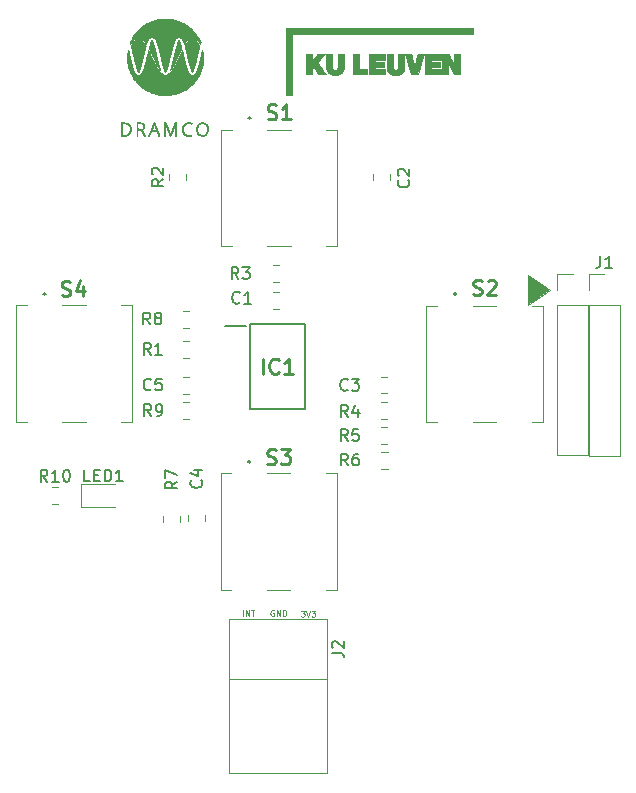
<source format=gto>
G04 #@! TF.GenerationSoftware,KiCad,Pcbnew,(5.1.4)-1*
G04 #@! TF.CreationDate,2019-11-25T22:33:41+01:00*
G04 #@! TF.ProjectId,STEM,5354454d-2e6b-4696-9361-645f70636258,A*
G04 #@! TF.SameCoordinates,Original*
G04 #@! TF.FileFunction,Legend,Top*
G04 #@! TF.FilePolarity,Positive*
%FSLAX46Y46*%
G04 Gerber Fmt 4.6, Leading zero omitted, Abs format (unit mm)*
G04 Created by KiCad (PCBNEW (5.1.4)-1) date 2019-11-25 22:33:41*
%MOMM*%
%LPD*%
G04 APERTURE LIST*
%ADD10C,0.125000*%
%ADD11C,0.100000*%
%ADD12C,0.120000*%
%ADD13C,0.010000*%
%ADD14C,0.200000*%
%ADD15C,0.254000*%
%ADD16C,0.150000*%
G04 APERTURE END LIST*
D10*
X124420952Y-135924190D02*
X124730476Y-135924190D01*
X124563809Y-136114666D01*
X124635238Y-136114666D01*
X124682857Y-136138476D01*
X124706666Y-136162285D01*
X124730476Y-136209904D01*
X124730476Y-136328952D01*
X124706666Y-136376571D01*
X124682857Y-136400380D01*
X124635238Y-136424190D01*
X124492380Y-136424190D01*
X124444761Y-136400380D01*
X124420952Y-136376571D01*
X124873333Y-135924190D02*
X125040000Y-136424190D01*
X125206666Y-135924190D01*
X125325714Y-135924190D02*
X125635238Y-135924190D01*
X125468571Y-136114666D01*
X125540000Y-136114666D01*
X125587619Y-136138476D01*
X125611428Y-136162285D01*
X125635238Y-136209904D01*
X125635238Y-136328952D01*
X125611428Y-136376571D01*
X125587619Y-136400380D01*
X125540000Y-136424190D01*
X125397142Y-136424190D01*
X125349523Y-136400380D01*
X125325714Y-136376571D01*
X122129047Y-135898000D02*
X122081428Y-135874190D01*
X122010000Y-135874190D01*
X121938571Y-135898000D01*
X121890952Y-135945619D01*
X121867142Y-135993238D01*
X121843333Y-136088476D01*
X121843333Y-136159904D01*
X121867142Y-136255142D01*
X121890952Y-136302761D01*
X121938571Y-136350380D01*
X122010000Y-136374190D01*
X122057619Y-136374190D01*
X122129047Y-136350380D01*
X122152857Y-136326571D01*
X122152857Y-136159904D01*
X122057619Y-136159904D01*
X122367142Y-136374190D02*
X122367142Y-135874190D01*
X122652857Y-136374190D01*
X122652857Y-135874190D01*
X122890952Y-136374190D02*
X122890952Y-135874190D01*
X123010000Y-135874190D01*
X123081428Y-135898000D01*
X123129047Y-135945619D01*
X123152857Y-135993238D01*
X123176666Y-136088476D01*
X123176666Y-136159904D01*
X123152857Y-136255142D01*
X123129047Y-136302761D01*
X123081428Y-136350380D01*
X123010000Y-136374190D01*
X122890952Y-136374190D01*
X119497619Y-136384190D02*
X119497619Y-135884190D01*
X119735714Y-136384190D02*
X119735714Y-135884190D01*
X120021428Y-136384190D01*
X120021428Y-135884190D01*
X120188095Y-135884190D02*
X120473809Y-135884190D01*
X120330952Y-136384190D02*
X120330952Y-135884190D01*
D11*
G36*
X145515000Y-108748000D02*
G01*
X143610000Y-107478000D01*
X143610000Y-110018000D01*
X145515000Y-108748000D01*
G37*
X145515000Y-108748000D02*
X143610000Y-107478000D01*
X143610000Y-110018000D01*
X145515000Y-108748000D01*
D12*
X146090000Y-107418000D02*
X147420000Y-107418000D01*
X146090000Y-108748000D02*
X146090000Y-107418000D01*
X146090000Y-110018000D02*
X148750000Y-110018000D01*
X148750000Y-110018000D02*
X148750000Y-122778000D01*
X146090000Y-110018000D02*
X146090000Y-122778000D01*
X146090000Y-122778000D02*
X148750000Y-122778000D01*
D13*
G36*
X114065034Y-87589558D02*
G01*
X114070300Y-87598242D01*
X114077266Y-87611870D01*
X114079980Y-87617228D01*
X114100637Y-87659841D01*
X114121384Y-87706800D01*
X114142322Y-87758396D01*
X114163552Y-87814919D01*
X114185176Y-87876659D01*
X114207295Y-87943909D01*
X114230011Y-88016957D01*
X114253425Y-88096096D01*
X114277637Y-88181615D01*
X114281045Y-88193927D01*
X114288045Y-88219489D01*
X114294420Y-88243167D01*
X114299950Y-88264113D01*
X114304417Y-88281483D01*
X114307601Y-88294432D01*
X114309283Y-88302113D01*
X114309493Y-88303687D01*
X114307989Y-88308355D01*
X114303743Y-88318189D01*
X114297154Y-88332351D01*
X114288620Y-88350007D01*
X114278539Y-88370319D01*
X114267310Y-88392452D01*
X114265779Y-88395433D01*
X114251936Y-88422541D01*
X114237098Y-88451950D01*
X114221102Y-88484003D01*
X114203779Y-88519043D01*
X114184966Y-88557411D01*
X114164494Y-88599449D01*
X114142200Y-88645500D01*
X114117916Y-88695904D01*
X114091477Y-88751006D01*
X114062716Y-88811146D01*
X114031469Y-88876666D01*
X113997568Y-88947909D01*
X113989559Y-88964760D01*
X113944495Y-89059333D01*
X113901977Y-89148011D01*
X113861841Y-89231107D01*
X113823922Y-89308932D01*
X113788056Y-89381798D01*
X113754079Y-89450019D01*
X113721826Y-89513907D01*
X113691133Y-89573773D01*
X113661837Y-89629931D01*
X113633772Y-89682692D01*
X113606775Y-89732369D01*
X113580681Y-89779274D01*
X113555326Y-89823720D01*
X113530545Y-89866019D01*
X113506175Y-89906483D01*
X113482051Y-89945424D01*
X113458010Y-89983156D01*
X113437439Y-90014626D01*
X113421029Y-90039145D01*
X113404379Y-90063480D01*
X113387916Y-90087051D01*
X113372071Y-90109278D01*
X113357275Y-90129582D01*
X113343957Y-90147382D01*
X113332547Y-90162098D01*
X113323475Y-90173151D01*
X113317171Y-90179961D01*
X113314065Y-90181948D01*
X113313813Y-90181351D01*
X113314931Y-90177888D01*
X113318016Y-90169202D01*
X113322661Y-90156416D01*
X113328460Y-90140649D01*
X113331964Y-90131197D01*
X113344073Y-90098058D01*
X113356111Y-90063944D01*
X113368157Y-90028561D01*
X113380289Y-89991616D01*
X113392587Y-89952815D01*
X113405129Y-89911864D01*
X113417994Y-89868469D01*
X113431262Y-89822337D01*
X113445011Y-89773175D01*
X113459319Y-89720688D01*
X113474267Y-89664583D01*
X113489933Y-89604566D01*
X113506395Y-89540344D01*
X113523733Y-89471623D01*
X113542026Y-89398109D01*
X113561353Y-89319508D01*
X113581792Y-89235528D01*
X113603423Y-89145873D01*
X113626324Y-89050251D01*
X113650574Y-88948369D01*
X113655925Y-88925813D01*
X113673753Y-88850893D01*
X113691388Y-88777300D01*
X113708697Y-88705574D01*
X113725546Y-88636256D01*
X113741802Y-88569886D01*
X113757331Y-88507007D01*
X113772000Y-88448158D01*
X113785676Y-88393880D01*
X113798224Y-88344715D01*
X113809512Y-88301203D01*
X113817183Y-88272186D01*
X113843786Y-88174582D01*
X113869693Y-88083658D01*
X113894924Y-87999360D01*
X113919496Y-87921631D01*
X113943429Y-87850418D01*
X113966740Y-87785665D01*
X113989449Y-87727317D01*
X114011574Y-87675318D01*
X114033133Y-87629614D01*
X114034987Y-87625925D01*
X114044274Y-87607475D01*
X114051087Y-87594774D01*
X114056262Y-87587662D01*
X114060632Y-87585977D01*
X114065034Y-87589558D01*
X114065034Y-87589558D01*
G37*
X114065034Y-87589558D02*
X114070300Y-87598242D01*
X114077266Y-87611870D01*
X114079980Y-87617228D01*
X114100637Y-87659841D01*
X114121384Y-87706800D01*
X114142322Y-87758396D01*
X114163552Y-87814919D01*
X114185176Y-87876659D01*
X114207295Y-87943909D01*
X114230011Y-88016957D01*
X114253425Y-88096096D01*
X114277637Y-88181615D01*
X114281045Y-88193927D01*
X114288045Y-88219489D01*
X114294420Y-88243167D01*
X114299950Y-88264113D01*
X114304417Y-88281483D01*
X114307601Y-88294432D01*
X114309283Y-88302113D01*
X114309493Y-88303687D01*
X114307989Y-88308355D01*
X114303743Y-88318189D01*
X114297154Y-88332351D01*
X114288620Y-88350007D01*
X114278539Y-88370319D01*
X114267310Y-88392452D01*
X114265779Y-88395433D01*
X114251936Y-88422541D01*
X114237098Y-88451950D01*
X114221102Y-88484003D01*
X114203779Y-88519043D01*
X114184966Y-88557411D01*
X114164494Y-88599449D01*
X114142200Y-88645500D01*
X114117916Y-88695904D01*
X114091477Y-88751006D01*
X114062716Y-88811146D01*
X114031469Y-88876666D01*
X113997568Y-88947909D01*
X113989559Y-88964760D01*
X113944495Y-89059333D01*
X113901977Y-89148011D01*
X113861841Y-89231107D01*
X113823922Y-89308932D01*
X113788056Y-89381798D01*
X113754079Y-89450019D01*
X113721826Y-89513907D01*
X113691133Y-89573773D01*
X113661837Y-89629931D01*
X113633772Y-89682692D01*
X113606775Y-89732369D01*
X113580681Y-89779274D01*
X113555326Y-89823720D01*
X113530545Y-89866019D01*
X113506175Y-89906483D01*
X113482051Y-89945424D01*
X113458010Y-89983156D01*
X113437439Y-90014626D01*
X113421029Y-90039145D01*
X113404379Y-90063480D01*
X113387916Y-90087051D01*
X113372071Y-90109278D01*
X113357275Y-90129582D01*
X113343957Y-90147382D01*
X113332547Y-90162098D01*
X113323475Y-90173151D01*
X113317171Y-90179961D01*
X113314065Y-90181948D01*
X113313813Y-90181351D01*
X113314931Y-90177888D01*
X113318016Y-90169202D01*
X113322661Y-90156416D01*
X113328460Y-90140649D01*
X113331964Y-90131197D01*
X113344073Y-90098058D01*
X113356111Y-90063944D01*
X113368157Y-90028561D01*
X113380289Y-89991616D01*
X113392587Y-89952815D01*
X113405129Y-89911864D01*
X113417994Y-89868469D01*
X113431262Y-89822337D01*
X113445011Y-89773175D01*
X113459319Y-89720688D01*
X113474267Y-89664583D01*
X113489933Y-89604566D01*
X113506395Y-89540344D01*
X113523733Y-89471623D01*
X113542026Y-89398109D01*
X113561353Y-89319508D01*
X113581792Y-89235528D01*
X113603423Y-89145873D01*
X113626324Y-89050251D01*
X113650574Y-88948369D01*
X113655925Y-88925813D01*
X113673753Y-88850893D01*
X113691388Y-88777300D01*
X113708697Y-88705574D01*
X113725546Y-88636256D01*
X113741802Y-88569886D01*
X113757331Y-88507007D01*
X113772000Y-88448158D01*
X113785676Y-88393880D01*
X113798224Y-88344715D01*
X113809512Y-88301203D01*
X113817183Y-88272186D01*
X113843786Y-88174582D01*
X113869693Y-88083658D01*
X113894924Y-87999360D01*
X113919496Y-87921631D01*
X113943429Y-87850418D01*
X113966740Y-87785665D01*
X113989449Y-87727317D01*
X114011574Y-87675318D01*
X114033133Y-87629614D01*
X114034987Y-87625925D01*
X114044274Y-87607475D01*
X114051087Y-87594774D01*
X114056262Y-87587662D01*
X114060632Y-87585977D01*
X114065034Y-87589558D01*
G36*
X111785810Y-87584268D02*
G01*
X111790674Y-87592552D01*
X111797362Y-87605262D01*
X111805450Y-87621496D01*
X111814510Y-87640358D01*
X111824119Y-87660947D01*
X111833849Y-87682364D01*
X111843277Y-87703711D01*
X111851975Y-87724089D01*
X111859316Y-87742086D01*
X111872710Y-87776535D01*
X111885933Y-87811831D01*
X111899068Y-87848276D01*
X111912198Y-87886174D01*
X111925406Y-87925826D01*
X111938777Y-87967533D01*
X111952393Y-88011598D01*
X111966338Y-88058322D01*
X111980694Y-88108007D01*
X111995547Y-88160957D01*
X112010978Y-88217471D01*
X112027072Y-88277852D01*
X112043911Y-88342403D01*
X112061580Y-88411425D01*
X112080160Y-88485220D01*
X112099737Y-88564090D01*
X112120393Y-88648336D01*
X112142212Y-88738262D01*
X112165277Y-88834168D01*
X112189671Y-88936357D01*
X112192802Y-88949520D01*
X112214817Y-89041926D01*
X112235443Y-89128099D01*
X112254778Y-89208414D01*
X112272917Y-89283246D01*
X112289959Y-89352971D01*
X112305999Y-89417963D01*
X112321135Y-89478599D01*
X112335464Y-89535253D01*
X112349082Y-89588300D01*
X112362086Y-89638116D01*
X112374574Y-89685075D01*
X112386642Y-89729554D01*
X112398387Y-89771928D01*
X112409906Y-89812570D01*
X112421296Y-89851858D01*
X112432654Y-89890166D01*
X112444076Y-89927869D01*
X112452498Y-89955183D01*
X112461500Y-89983723D01*
X112471238Y-90013807D01*
X112481340Y-90044344D01*
X112491433Y-90074245D01*
X112501142Y-90102419D01*
X112510097Y-90127777D01*
X112517923Y-90149229D01*
X112524247Y-90165685D01*
X112526047Y-90170086D01*
X112529147Y-90178522D01*
X112530334Y-90183944D01*
X112530154Y-90184734D01*
X112527789Y-90182605D01*
X112522050Y-90175828D01*
X112513579Y-90165211D01*
X112503019Y-90151558D01*
X112491011Y-90135678D01*
X112489952Y-90134261D01*
X112464810Y-90100047D01*
X112439853Y-90064911D01*
X112414932Y-90028580D01*
X112389899Y-89990779D01*
X112364605Y-89951233D01*
X112338901Y-89909667D01*
X112312638Y-89865806D01*
X112285667Y-89819377D01*
X112257839Y-89770104D01*
X112229006Y-89717712D01*
X112199018Y-89661927D01*
X112167727Y-89602475D01*
X112134984Y-89539080D01*
X112100640Y-89471468D01*
X112064546Y-89399364D01*
X112026554Y-89322494D01*
X111986514Y-89240583D01*
X111944277Y-89153356D01*
X111899695Y-89060538D01*
X111852619Y-88961855D01*
X111838710Y-88932586D01*
X111817232Y-88887484D01*
X111794363Y-88839694D01*
X111770592Y-88790228D01*
X111746410Y-88740097D01*
X111722307Y-88690313D01*
X111698774Y-88641886D01*
X111676301Y-88595830D01*
X111655379Y-88553155D01*
X111636497Y-88514873D01*
X111624498Y-88490711D01*
X111531702Y-88304529D01*
X111552808Y-88226551D01*
X111579885Y-88128874D01*
X111606431Y-88037895D01*
X111632461Y-87953561D01*
X111657994Y-87875818D01*
X111683046Y-87804614D01*
X111704070Y-87748946D01*
X111710466Y-87733209D01*
X111718322Y-87714830D01*
X111727206Y-87694725D01*
X111736686Y-87673810D01*
X111746331Y-87653002D01*
X111755706Y-87633216D01*
X111764381Y-87615367D01*
X111771922Y-87600373D01*
X111777898Y-87589149D01*
X111781876Y-87582610D01*
X111783196Y-87581306D01*
X111785810Y-87584268D01*
X111785810Y-87584268D01*
G37*
X111785810Y-87584268D02*
X111790674Y-87592552D01*
X111797362Y-87605262D01*
X111805450Y-87621496D01*
X111814510Y-87640358D01*
X111824119Y-87660947D01*
X111833849Y-87682364D01*
X111843277Y-87703711D01*
X111851975Y-87724089D01*
X111859316Y-87742086D01*
X111872710Y-87776535D01*
X111885933Y-87811831D01*
X111899068Y-87848276D01*
X111912198Y-87886174D01*
X111925406Y-87925826D01*
X111938777Y-87967533D01*
X111952393Y-88011598D01*
X111966338Y-88058322D01*
X111980694Y-88108007D01*
X111995547Y-88160957D01*
X112010978Y-88217471D01*
X112027072Y-88277852D01*
X112043911Y-88342403D01*
X112061580Y-88411425D01*
X112080160Y-88485220D01*
X112099737Y-88564090D01*
X112120393Y-88648336D01*
X112142212Y-88738262D01*
X112165277Y-88834168D01*
X112189671Y-88936357D01*
X112192802Y-88949520D01*
X112214817Y-89041926D01*
X112235443Y-89128099D01*
X112254778Y-89208414D01*
X112272917Y-89283246D01*
X112289959Y-89352971D01*
X112305999Y-89417963D01*
X112321135Y-89478599D01*
X112335464Y-89535253D01*
X112349082Y-89588300D01*
X112362086Y-89638116D01*
X112374574Y-89685075D01*
X112386642Y-89729554D01*
X112398387Y-89771928D01*
X112409906Y-89812570D01*
X112421296Y-89851858D01*
X112432654Y-89890166D01*
X112444076Y-89927869D01*
X112452498Y-89955183D01*
X112461500Y-89983723D01*
X112471238Y-90013807D01*
X112481340Y-90044344D01*
X112491433Y-90074245D01*
X112501142Y-90102419D01*
X112510097Y-90127777D01*
X112517923Y-90149229D01*
X112524247Y-90165685D01*
X112526047Y-90170086D01*
X112529147Y-90178522D01*
X112530334Y-90183944D01*
X112530154Y-90184734D01*
X112527789Y-90182605D01*
X112522050Y-90175828D01*
X112513579Y-90165211D01*
X112503019Y-90151558D01*
X112491011Y-90135678D01*
X112489952Y-90134261D01*
X112464810Y-90100047D01*
X112439853Y-90064911D01*
X112414932Y-90028580D01*
X112389899Y-89990779D01*
X112364605Y-89951233D01*
X112338901Y-89909667D01*
X112312638Y-89865806D01*
X112285667Y-89819377D01*
X112257839Y-89770104D01*
X112229006Y-89717712D01*
X112199018Y-89661927D01*
X112167727Y-89602475D01*
X112134984Y-89539080D01*
X112100640Y-89471468D01*
X112064546Y-89399364D01*
X112026554Y-89322494D01*
X111986514Y-89240583D01*
X111944277Y-89153356D01*
X111899695Y-89060538D01*
X111852619Y-88961855D01*
X111838710Y-88932586D01*
X111817232Y-88887484D01*
X111794363Y-88839694D01*
X111770592Y-88790228D01*
X111746410Y-88740097D01*
X111722307Y-88690313D01*
X111698774Y-88641886D01*
X111676301Y-88595830D01*
X111655379Y-88553155D01*
X111636497Y-88514873D01*
X111624498Y-88490711D01*
X111531702Y-88304529D01*
X111552808Y-88226551D01*
X111579885Y-88128874D01*
X111606431Y-88037895D01*
X111632461Y-87953561D01*
X111657994Y-87875818D01*
X111683046Y-87804614D01*
X111704070Y-87748946D01*
X111710466Y-87733209D01*
X111718322Y-87714830D01*
X111727206Y-87694725D01*
X111736686Y-87673810D01*
X111746331Y-87653002D01*
X111755706Y-87633216D01*
X111764381Y-87615367D01*
X111771922Y-87600373D01*
X111777898Y-87589149D01*
X111781876Y-87582610D01*
X111783196Y-87581306D01*
X111785810Y-87584268D01*
G36*
X110683610Y-87463656D02*
G01*
X110719167Y-87473092D01*
X110756183Y-87488317D01*
X110795327Y-87509307D01*
X110809373Y-87517835D01*
X110852757Y-87547863D01*
X110897223Y-87584500D01*
X110942713Y-87627675D01*
X110989167Y-87677321D01*
X111036529Y-87733368D01*
X111084741Y-87795747D01*
X111133744Y-87864389D01*
X111183480Y-87939226D01*
X111233891Y-88020188D01*
X111238076Y-88027135D01*
X111276003Y-88090248D01*
X111266728Y-88122797D01*
X111256114Y-88160547D01*
X111244929Y-88201322D01*
X111233100Y-88245414D01*
X111220554Y-88293114D01*
X111207218Y-88344714D01*
X111193019Y-88400507D01*
X111177884Y-88460784D01*
X111161739Y-88525837D01*
X111144511Y-88595957D01*
X111126128Y-88671437D01*
X111106516Y-88752568D01*
X111085602Y-88839643D01*
X111063312Y-88932952D01*
X111056544Y-88961373D01*
X111033710Y-89057085D01*
X111012247Y-89146536D01*
X110992063Y-89230074D01*
X110973065Y-89308052D01*
X110955162Y-89380820D01*
X110938261Y-89448729D01*
X110922270Y-89512131D01*
X110907095Y-89571375D01*
X110892645Y-89626812D01*
X110878828Y-89678794D01*
X110865550Y-89727672D01*
X110852720Y-89773796D01*
X110840245Y-89817517D01*
X110828033Y-89859186D01*
X110815992Y-89899153D01*
X110804028Y-89937771D01*
X110792050Y-89975389D01*
X110779966Y-90012359D01*
X110779215Y-90014626D01*
X110769738Y-90042758D01*
X110759485Y-90072406D01*
X110749044Y-90101923D01*
X110739003Y-90129660D01*
X110729952Y-90153968D01*
X110723591Y-90170413D01*
X110714646Y-90192358D01*
X110704870Y-90215309D01*
X110694664Y-90238423D01*
X110684429Y-90260862D01*
X110674565Y-90281784D01*
X110665474Y-90300348D01*
X110657556Y-90315714D01*
X110651212Y-90327041D01*
X110646842Y-90333488D01*
X110645295Y-90334666D01*
X110642607Y-90331797D01*
X110637600Y-90323907D01*
X110630901Y-90312078D01*
X110623138Y-90297386D01*
X110619906Y-90291012D01*
X110605830Y-90262111D01*
X110591880Y-90231776D01*
X110577987Y-90199759D01*
X110564077Y-90165811D01*
X110550079Y-90129685D01*
X110535920Y-90091132D01*
X110521529Y-90049905D01*
X110506834Y-90005755D01*
X110491763Y-89958434D01*
X110476243Y-89907694D01*
X110460203Y-89853287D01*
X110443571Y-89794966D01*
X110426275Y-89732480D01*
X110408243Y-89665584D01*
X110389403Y-89594028D01*
X110369683Y-89517564D01*
X110349011Y-89435945D01*
X110327315Y-89348922D01*
X110304523Y-89256247D01*
X110280563Y-89157672D01*
X110255363Y-89052949D01*
X110230277Y-88947826D01*
X110205745Y-88845021D01*
X110182363Y-88747777D01*
X110160162Y-88656217D01*
X110139171Y-88570462D01*
X110119420Y-88490635D01*
X110100940Y-88416855D01*
X110083762Y-88349245D01*
X110067914Y-88287926D01*
X110053428Y-88233021D01*
X110043622Y-88196666D01*
X110014261Y-88088972D01*
X110052517Y-88025639D01*
X110102267Y-87945518D01*
X110150807Y-87871914D01*
X110198241Y-87804699D01*
X110244675Y-87743746D01*
X110290214Y-87688926D01*
X110334966Y-87640113D01*
X110379035Y-87597180D01*
X110422526Y-87559998D01*
X110463373Y-87529908D01*
X110504251Y-87504121D01*
X110542567Y-87484264D01*
X110578990Y-87470312D01*
X110614192Y-87462243D01*
X110648842Y-87460032D01*
X110683610Y-87463656D01*
X110683610Y-87463656D01*
G37*
X110683610Y-87463656D02*
X110719167Y-87473092D01*
X110756183Y-87488317D01*
X110795327Y-87509307D01*
X110809373Y-87517835D01*
X110852757Y-87547863D01*
X110897223Y-87584500D01*
X110942713Y-87627675D01*
X110989167Y-87677321D01*
X111036529Y-87733368D01*
X111084741Y-87795747D01*
X111133744Y-87864389D01*
X111183480Y-87939226D01*
X111233891Y-88020188D01*
X111238076Y-88027135D01*
X111276003Y-88090248D01*
X111266728Y-88122797D01*
X111256114Y-88160547D01*
X111244929Y-88201322D01*
X111233100Y-88245414D01*
X111220554Y-88293114D01*
X111207218Y-88344714D01*
X111193019Y-88400507D01*
X111177884Y-88460784D01*
X111161739Y-88525837D01*
X111144511Y-88595957D01*
X111126128Y-88671437D01*
X111106516Y-88752568D01*
X111085602Y-88839643D01*
X111063312Y-88932952D01*
X111056544Y-88961373D01*
X111033710Y-89057085D01*
X111012247Y-89146536D01*
X110992063Y-89230074D01*
X110973065Y-89308052D01*
X110955162Y-89380820D01*
X110938261Y-89448729D01*
X110922270Y-89512131D01*
X110907095Y-89571375D01*
X110892645Y-89626812D01*
X110878828Y-89678794D01*
X110865550Y-89727672D01*
X110852720Y-89773796D01*
X110840245Y-89817517D01*
X110828033Y-89859186D01*
X110815992Y-89899153D01*
X110804028Y-89937771D01*
X110792050Y-89975389D01*
X110779966Y-90012359D01*
X110779215Y-90014626D01*
X110769738Y-90042758D01*
X110759485Y-90072406D01*
X110749044Y-90101923D01*
X110739003Y-90129660D01*
X110729952Y-90153968D01*
X110723591Y-90170413D01*
X110714646Y-90192358D01*
X110704870Y-90215309D01*
X110694664Y-90238423D01*
X110684429Y-90260862D01*
X110674565Y-90281784D01*
X110665474Y-90300348D01*
X110657556Y-90315714D01*
X110651212Y-90327041D01*
X110646842Y-90333488D01*
X110645295Y-90334666D01*
X110642607Y-90331797D01*
X110637600Y-90323907D01*
X110630901Y-90312078D01*
X110623138Y-90297386D01*
X110619906Y-90291012D01*
X110605830Y-90262111D01*
X110591880Y-90231776D01*
X110577987Y-90199759D01*
X110564077Y-90165811D01*
X110550079Y-90129685D01*
X110535920Y-90091132D01*
X110521529Y-90049905D01*
X110506834Y-90005755D01*
X110491763Y-89958434D01*
X110476243Y-89907694D01*
X110460203Y-89853287D01*
X110443571Y-89794966D01*
X110426275Y-89732480D01*
X110408243Y-89665584D01*
X110389403Y-89594028D01*
X110369683Y-89517564D01*
X110349011Y-89435945D01*
X110327315Y-89348922D01*
X110304523Y-89256247D01*
X110280563Y-89157672D01*
X110255363Y-89052949D01*
X110230277Y-88947826D01*
X110205745Y-88845021D01*
X110182363Y-88747777D01*
X110160162Y-88656217D01*
X110139171Y-88570462D01*
X110119420Y-88490635D01*
X110100940Y-88416855D01*
X110083762Y-88349245D01*
X110067914Y-88287926D01*
X110053428Y-88233021D01*
X110043622Y-88196666D01*
X110014261Y-88088972D01*
X110052517Y-88025639D01*
X110102267Y-87945518D01*
X110150807Y-87871914D01*
X110198241Y-87804699D01*
X110244675Y-87743746D01*
X110290214Y-87688926D01*
X110334966Y-87640113D01*
X110379035Y-87597180D01*
X110422526Y-87559998D01*
X110463373Y-87529908D01*
X110504251Y-87504121D01*
X110542567Y-87484264D01*
X110578990Y-87470312D01*
X110614192Y-87462243D01*
X110648842Y-87460032D01*
X110683610Y-87463656D01*
G36*
X115243648Y-87465100D02*
G01*
X115277289Y-87475191D01*
X115310253Y-87489354D01*
X115348168Y-87509512D01*
X115384719Y-87532751D01*
X115420884Y-87559816D01*
X115457644Y-87591451D01*
X115495979Y-87628400D01*
X115503379Y-87635936D01*
X115541367Y-87676515D01*
X115578847Y-87719842D01*
X115616233Y-87766480D01*
X115653937Y-87816992D01*
X115692372Y-87871942D01*
X115731952Y-87931892D01*
X115773089Y-87997406D01*
X115794731Y-88033024D01*
X115829119Y-88090195D01*
X115822646Y-88110917D01*
X115814956Y-88136496D01*
X115805838Y-88168559D01*
X115795325Y-88206977D01*
X115783449Y-88251621D01*
X115770243Y-88302360D01*
X115755739Y-88359065D01*
X115739969Y-88421607D01*
X115722968Y-88489856D01*
X115704766Y-88563682D01*
X115685397Y-88642956D01*
X115664894Y-88727549D01*
X115643288Y-88817330D01*
X115620613Y-88912171D01*
X115613331Y-88942746D01*
X115590543Y-89038314D01*
X115569140Y-89127619D01*
X115549031Y-89211007D01*
X115530125Y-89288827D01*
X115512330Y-89361424D01*
X115495557Y-89429148D01*
X115479715Y-89492344D01*
X115464711Y-89551360D01*
X115450456Y-89606544D01*
X115436859Y-89658242D01*
X115423828Y-89706802D01*
X115411273Y-89752570D01*
X115399103Y-89795895D01*
X115387227Y-89837124D01*
X115375554Y-89876603D01*
X115363994Y-89914680D01*
X115352454Y-89951702D01*
X115340845Y-89988017D01*
X115334939Y-90006160D01*
X115318983Y-90053555D01*
X115302437Y-90100205D01*
X115285637Y-90145272D01*
X115268921Y-90187915D01*
X115252624Y-90227297D01*
X115237085Y-90262577D01*
X115222640Y-90292916D01*
X115210680Y-90315612D01*
X115197600Y-90338892D01*
X115185536Y-90317306D01*
X115169488Y-90286536D01*
X115152288Y-90249723D01*
X115134156Y-90207456D01*
X115115314Y-90160325D01*
X115095982Y-90108919D01*
X115076380Y-90053828D01*
X115056731Y-89995641D01*
X115037254Y-89934947D01*
X115018171Y-89872336D01*
X115015681Y-89863920D01*
X114998285Y-89803694D01*
X114979734Y-89737155D01*
X114960118Y-89664645D01*
X114939530Y-89586510D01*
X114918063Y-89503092D01*
X114902272Y-89440586D01*
X114895512Y-89413598D01*
X114889105Y-89387941D01*
X114882926Y-89363093D01*
X114876849Y-89338532D01*
X114870747Y-89313735D01*
X114864494Y-89288181D01*
X114857964Y-89261347D01*
X114851032Y-89232711D01*
X114843570Y-89201751D01*
X114835454Y-89167944D01*
X114826556Y-89130768D01*
X114816751Y-89089702D01*
X114805913Y-89044222D01*
X114793916Y-88993807D01*
X114780633Y-88937935D01*
X114765939Y-88876083D01*
X114763272Y-88864853D01*
X114740865Y-88770848D01*
X114719792Y-88683147D01*
X114699970Y-88601427D01*
X114681319Y-88525367D01*
X114663758Y-88454646D01*
X114647207Y-88388942D01*
X114631584Y-88327934D01*
X114616809Y-88271302D01*
X114602802Y-88218722D01*
X114589481Y-88169874D01*
X114580714Y-88138413D01*
X114567378Y-88091000D01*
X114577886Y-88072373D01*
X114588442Y-88054165D01*
X114601963Y-88031622D01*
X114617643Y-88006035D01*
X114634675Y-87978693D01*
X114652255Y-87950889D01*
X114669576Y-87923913D01*
X114685832Y-87899057D01*
X114689932Y-87892880D01*
X114739041Y-87821812D01*
X114787550Y-87756936D01*
X114835387Y-87698329D01*
X114882480Y-87646069D01*
X114928755Y-87600236D01*
X114974142Y-87560908D01*
X115018569Y-87528164D01*
X115034240Y-87518048D01*
X115073773Y-87495324D01*
X115110459Y-87478263D01*
X115145043Y-87466788D01*
X115178271Y-87460820D01*
X115210891Y-87460284D01*
X115243648Y-87465100D01*
X115243648Y-87465100D01*
G37*
X115243648Y-87465100D02*
X115277289Y-87475191D01*
X115310253Y-87489354D01*
X115348168Y-87509512D01*
X115384719Y-87532751D01*
X115420884Y-87559816D01*
X115457644Y-87591451D01*
X115495979Y-87628400D01*
X115503379Y-87635936D01*
X115541367Y-87676515D01*
X115578847Y-87719842D01*
X115616233Y-87766480D01*
X115653937Y-87816992D01*
X115692372Y-87871942D01*
X115731952Y-87931892D01*
X115773089Y-87997406D01*
X115794731Y-88033024D01*
X115829119Y-88090195D01*
X115822646Y-88110917D01*
X115814956Y-88136496D01*
X115805838Y-88168559D01*
X115795325Y-88206977D01*
X115783449Y-88251621D01*
X115770243Y-88302360D01*
X115755739Y-88359065D01*
X115739969Y-88421607D01*
X115722968Y-88489856D01*
X115704766Y-88563682D01*
X115685397Y-88642956D01*
X115664894Y-88727549D01*
X115643288Y-88817330D01*
X115620613Y-88912171D01*
X115613331Y-88942746D01*
X115590543Y-89038314D01*
X115569140Y-89127619D01*
X115549031Y-89211007D01*
X115530125Y-89288827D01*
X115512330Y-89361424D01*
X115495557Y-89429148D01*
X115479715Y-89492344D01*
X115464711Y-89551360D01*
X115450456Y-89606544D01*
X115436859Y-89658242D01*
X115423828Y-89706802D01*
X115411273Y-89752570D01*
X115399103Y-89795895D01*
X115387227Y-89837124D01*
X115375554Y-89876603D01*
X115363994Y-89914680D01*
X115352454Y-89951702D01*
X115340845Y-89988017D01*
X115334939Y-90006160D01*
X115318983Y-90053555D01*
X115302437Y-90100205D01*
X115285637Y-90145272D01*
X115268921Y-90187915D01*
X115252624Y-90227297D01*
X115237085Y-90262577D01*
X115222640Y-90292916D01*
X115210680Y-90315612D01*
X115197600Y-90338892D01*
X115185536Y-90317306D01*
X115169488Y-90286536D01*
X115152288Y-90249723D01*
X115134156Y-90207456D01*
X115115314Y-90160325D01*
X115095982Y-90108919D01*
X115076380Y-90053828D01*
X115056731Y-89995641D01*
X115037254Y-89934947D01*
X115018171Y-89872336D01*
X115015681Y-89863920D01*
X114998285Y-89803694D01*
X114979734Y-89737155D01*
X114960118Y-89664645D01*
X114939530Y-89586510D01*
X114918063Y-89503092D01*
X114902272Y-89440586D01*
X114895512Y-89413598D01*
X114889105Y-89387941D01*
X114882926Y-89363093D01*
X114876849Y-89338532D01*
X114870747Y-89313735D01*
X114864494Y-89288181D01*
X114857964Y-89261347D01*
X114851032Y-89232711D01*
X114843570Y-89201751D01*
X114835454Y-89167944D01*
X114826556Y-89130768D01*
X114816751Y-89089702D01*
X114805913Y-89044222D01*
X114793916Y-88993807D01*
X114780633Y-88937935D01*
X114765939Y-88876083D01*
X114763272Y-88864853D01*
X114740865Y-88770848D01*
X114719792Y-88683147D01*
X114699970Y-88601427D01*
X114681319Y-88525367D01*
X114663758Y-88454646D01*
X114647207Y-88388942D01*
X114631584Y-88327934D01*
X114616809Y-88271302D01*
X114602802Y-88218722D01*
X114589481Y-88169874D01*
X114580714Y-88138413D01*
X114567378Y-88091000D01*
X114577886Y-88072373D01*
X114588442Y-88054165D01*
X114601963Y-88031622D01*
X114617643Y-88006035D01*
X114634675Y-87978693D01*
X114652255Y-87950889D01*
X114669576Y-87923913D01*
X114685832Y-87899057D01*
X114689932Y-87892880D01*
X114739041Y-87821812D01*
X114787550Y-87756936D01*
X114835387Y-87698329D01*
X114882480Y-87646069D01*
X114928755Y-87600236D01*
X114974142Y-87560908D01*
X115018569Y-87528164D01*
X115034240Y-87518048D01*
X115073773Y-87495324D01*
X115110459Y-87478263D01*
X115145043Y-87466788D01*
X115178271Y-87460820D01*
X115210891Y-87460284D01*
X115243648Y-87465100D01*
G36*
X113071897Y-85803327D02*
G01*
X113218621Y-85813371D01*
X113364316Y-85830022D01*
X113508782Y-85853213D01*
X113651816Y-85882874D01*
X113793217Y-85918936D01*
X113932784Y-85961332D01*
X114070315Y-86009993D01*
X114205609Y-86064851D01*
X114338465Y-86125836D01*
X114468681Y-86192881D01*
X114596055Y-86265917D01*
X114720386Y-86344875D01*
X114841473Y-86429687D01*
X114895386Y-86470156D01*
X114991365Y-86547049D01*
X115086416Y-86629675D01*
X115179468Y-86716994D01*
X115269454Y-86807965D01*
X115355302Y-86901549D01*
X115432134Y-86992026D01*
X115504218Y-87084060D01*
X115574722Y-87181393D01*
X115642663Y-87282578D01*
X115707062Y-87386168D01*
X115752388Y-87464466D01*
X115767266Y-87491710D01*
X115784114Y-87523754D01*
X115802230Y-87559177D01*
X115820912Y-87596555D01*
X115839458Y-87634465D01*
X115857165Y-87671485D01*
X115873331Y-87706193D01*
X115887254Y-87737164D01*
X115889193Y-87741601D01*
X115918413Y-87808763D01*
X115896872Y-87873247D01*
X115875331Y-87937732D01*
X115839506Y-87883979D01*
X115794961Y-87819123D01*
X115751633Y-87760136D01*
X115708985Y-87706345D01*
X115666482Y-87657078D01*
X115623588Y-87611662D01*
X115618563Y-87606614D01*
X115572923Y-87563498D01*
X115528245Y-87526457D01*
X115483849Y-87494994D01*
X115439054Y-87468614D01*
X115408466Y-87453530D01*
X115370612Y-87437563D01*
X115335004Y-87425565D01*
X115299099Y-87416857D01*
X115260352Y-87410759D01*
X115240440Y-87408601D01*
X115184111Y-87406579D01*
X115128171Y-87411317D01*
X115072633Y-87422810D01*
X115017514Y-87441055D01*
X114962828Y-87466048D01*
X114920786Y-87490036D01*
X114894710Y-87506917D01*
X114870472Y-87524222D01*
X114846786Y-87543006D01*
X114822364Y-87564324D01*
X114795919Y-87589232D01*
X114776670Y-87608212D01*
X114740649Y-87645555D01*
X114705811Y-87684475D01*
X114671420Y-87725896D01*
X114636735Y-87770744D01*
X114601018Y-87819944D01*
X114563531Y-87874420D01*
X114560696Y-87878642D01*
X114521331Y-87937356D01*
X114500480Y-87875325D01*
X114481272Y-87819462D01*
X114463041Y-87769201D01*
X114445374Y-87723516D01*
X114427856Y-87681378D01*
X114410075Y-87641760D01*
X114391617Y-87603637D01*
X114388894Y-87598240D01*
X114365212Y-87554145D01*
X114341892Y-87516244D01*
X114318479Y-87484003D01*
X114294517Y-87456893D01*
X114269550Y-87434382D01*
X114243124Y-87415938D01*
X114223133Y-87404976D01*
X114186813Y-87390277D01*
X114146925Y-87379835D01*
X114104642Y-87373608D01*
X114061136Y-87371553D01*
X114017579Y-87373629D01*
X113975142Y-87379794D01*
X113934998Y-87390005D01*
X113898318Y-87404221D01*
X113873785Y-87417487D01*
X113847712Y-87436500D01*
X113822123Y-87460810D01*
X113796906Y-87490606D01*
X113771947Y-87526073D01*
X113747131Y-87567400D01*
X113722345Y-87614772D01*
X113697476Y-87668378D01*
X113672409Y-87728404D01*
X113651529Y-87782813D01*
X113637499Y-87821421D01*
X113623488Y-87861538D01*
X113609410Y-87903476D01*
X113595180Y-87947546D01*
X113580714Y-87994062D01*
X113565926Y-88043335D01*
X113550731Y-88095679D01*
X113535044Y-88151405D01*
X113518780Y-88210827D01*
X113501855Y-88274255D01*
X113484182Y-88342004D01*
X113465677Y-88414385D01*
X113446255Y-88491710D01*
X113425830Y-88574293D01*
X113404319Y-88662445D01*
X113381635Y-88756479D01*
X113357693Y-88856707D01*
X113347718Y-88898720D01*
X113326715Y-88987189D01*
X113307121Y-89069446D01*
X113288835Y-89145882D01*
X113271760Y-89216889D01*
X113255797Y-89282858D01*
X113240846Y-89344180D01*
X113226808Y-89401248D01*
X113213585Y-89454452D01*
X113201078Y-89504183D01*
X113189188Y-89550833D01*
X113177815Y-89594794D01*
X113166861Y-89636457D01*
X113156228Y-89676214D01*
X113145815Y-89714455D01*
X113135524Y-89751572D01*
X113125257Y-89787956D01*
X113114913Y-89824000D01*
X113106748Y-89852066D01*
X113087516Y-89916112D01*
X113067904Y-89978186D01*
X113048124Y-90037723D01*
X113028384Y-90094158D01*
X113008895Y-90146927D01*
X112989867Y-90195463D01*
X112971511Y-90239202D01*
X112954037Y-90277578D01*
X112937655Y-90310026D01*
X112933696Y-90317251D01*
X112921673Y-90338782D01*
X112912948Y-90323895D01*
X112899543Y-90299207D01*
X112884758Y-90268697D01*
X112868887Y-90233106D01*
X112852223Y-90193174D01*
X112835060Y-90149642D01*
X112817691Y-90103250D01*
X112800410Y-90054741D01*
X112783510Y-90004855D01*
X112770265Y-89963826D01*
X112758486Y-89926081D01*
X112746810Y-89887794D01*
X112735139Y-89848591D01*
X112723377Y-89808094D01*
X112711425Y-89765927D01*
X112699185Y-89721715D01*
X112686559Y-89675080D01*
X112673451Y-89625647D01*
X112659761Y-89573040D01*
X112645392Y-89516882D01*
X112630247Y-89456797D01*
X112614228Y-89392409D01*
X112597236Y-89323342D01*
X112579175Y-89249219D01*
X112559946Y-89169665D01*
X112539451Y-89084302D01*
X112517593Y-88992756D01*
X112514542Y-88979944D01*
X112491498Y-88883349D01*
X112469842Y-88793025D01*
X112449485Y-88708631D01*
X112430338Y-88629827D01*
X112412311Y-88556275D01*
X112395315Y-88487634D01*
X112379261Y-88423564D01*
X112364058Y-88363725D01*
X112349619Y-88307778D01*
X112335854Y-88255383D01*
X112322673Y-88206200D01*
X112309987Y-88159889D01*
X112297706Y-88116110D01*
X112285742Y-88074524D01*
X112274006Y-88034790D01*
X112262407Y-87996570D01*
X112250856Y-87959522D01*
X112239265Y-87923308D01*
X112227544Y-87887586D01*
X112227052Y-87886106D01*
X112202602Y-87814774D01*
X112178769Y-87749915D01*
X112155393Y-87691273D01*
X112132314Y-87638595D01*
X112109373Y-87591623D01*
X112086411Y-87550103D01*
X112063268Y-87513779D01*
X112039785Y-87482396D01*
X112015801Y-87455699D01*
X111991158Y-87433432D01*
X111965697Y-87415339D01*
X111939256Y-87401166D01*
X111919208Y-87393134D01*
X111877675Y-87381632D01*
X111832952Y-87374534D01*
X111786693Y-87371855D01*
X111740550Y-87373612D01*
X111696178Y-87379822D01*
X111655259Y-87390491D01*
X111635821Y-87397356D01*
X111620401Y-87403942D01*
X111606432Y-87411570D01*
X111591350Y-87421560D01*
X111582346Y-87428033D01*
X111557748Y-87448563D01*
X111533562Y-87473991D01*
X111509675Y-87504527D01*
X111485973Y-87540381D01*
X111462342Y-87581764D01*
X111438670Y-87628884D01*
X111414842Y-87681952D01*
X111390745Y-87741177D01*
X111366266Y-87806770D01*
X111345994Y-87864965D01*
X111321615Y-87936957D01*
X111278797Y-87873432D01*
X111241624Y-87819475D01*
X111206352Y-87770846D01*
X111172243Y-87726633D01*
X111138561Y-87685925D01*
X111104568Y-87647811D01*
X111069529Y-87611379D01*
X111056161Y-87598154D01*
X111014198Y-87559106D01*
X110973788Y-87525639D01*
X110933943Y-87497056D01*
X110893673Y-87472661D01*
X110851989Y-87451755D01*
X110842048Y-87447346D01*
X110788034Y-87427558D01*
X110732680Y-87414270D01*
X110676497Y-87407466D01*
X110619997Y-87407130D01*
X110563691Y-87413248D01*
X110508090Y-87425803D01*
X110453706Y-87444779D01*
X110419906Y-87460221D01*
X110372261Y-87486932D01*
X110324702Y-87519306D01*
X110277092Y-87557484D01*
X110229295Y-87601602D01*
X110181175Y-87651800D01*
X110132595Y-87708217D01*
X110083419Y-87770989D01*
X110033511Y-87840257D01*
X110006428Y-87880081D01*
X109994855Y-87897360D01*
X109984666Y-87912450D01*
X109976413Y-87924542D01*
X109970648Y-87932830D01*
X109967923Y-87936507D01*
X109967781Y-87936601D01*
X109966747Y-87933105D01*
X109963877Y-87924228D01*
X109959511Y-87911001D01*
X109953989Y-87894455D01*
X109947827Y-87876140D01*
X109927879Y-87817068D01*
X109953259Y-87757607D01*
X110012484Y-87627402D01*
X110077930Y-87499549D01*
X110149357Y-87374368D01*
X110226526Y-87252175D01*
X110309197Y-87133291D01*
X110397131Y-87018032D01*
X110490087Y-86906719D01*
X110587827Y-86799669D01*
X110690110Y-86697200D01*
X110796696Y-86599632D01*
X110873720Y-86534436D01*
X110990208Y-86443348D01*
X111110221Y-86357957D01*
X111233554Y-86278339D01*
X111359998Y-86204567D01*
X111489349Y-86136715D01*
X111621399Y-86074858D01*
X111755942Y-86019068D01*
X111892772Y-85969421D01*
X112031683Y-85925989D01*
X112172468Y-85888847D01*
X112314920Y-85858068D01*
X112458833Y-85833728D01*
X112604002Y-85815899D01*
X112750218Y-85804655D01*
X112897277Y-85800071D01*
X112924346Y-85799959D01*
X113071897Y-85803327D01*
X113071897Y-85803327D01*
G37*
X113071897Y-85803327D02*
X113218621Y-85813371D01*
X113364316Y-85830022D01*
X113508782Y-85853213D01*
X113651816Y-85882874D01*
X113793217Y-85918936D01*
X113932784Y-85961332D01*
X114070315Y-86009993D01*
X114205609Y-86064851D01*
X114338465Y-86125836D01*
X114468681Y-86192881D01*
X114596055Y-86265917D01*
X114720386Y-86344875D01*
X114841473Y-86429687D01*
X114895386Y-86470156D01*
X114991365Y-86547049D01*
X115086416Y-86629675D01*
X115179468Y-86716994D01*
X115269454Y-86807965D01*
X115355302Y-86901549D01*
X115432134Y-86992026D01*
X115504218Y-87084060D01*
X115574722Y-87181393D01*
X115642663Y-87282578D01*
X115707062Y-87386168D01*
X115752388Y-87464466D01*
X115767266Y-87491710D01*
X115784114Y-87523754D01*
X115802230Y-87559177D01*
X115820912Y-87596555D01*
X115839458Y-87634465D01*
X115857165Y-87671485D01*
X115873331Y-87706193D01*
X115887254Y-87737164D01*
X115889193Y-87741601D01*
X115918413Y-87808763D01*
X115896872Y-87873247D01*
X115875331Y-87937732D01*
X115839506Y-87883979D01*
X115794961Y-87819123D01*
X115751633Y-87760136D01*
X115708985Y-87706345D01*
X115666482Y-87657078D01*
X115623588Y-87611662D01*
X115618563Y-87606614D01*
X115572923Y-87563498D01*
X115528245Y-87526457D01*
X115483849Y-87494994D01*
X115439054Y-87468614D01*
X115408466Y-87453530D01*
X115370612Y-87437563D01*
X115335004Y-87425565D01*
X115299099Y-87416857D01*
X115260352Y-87410759D01*
X115240440Y-87408601D01*
X115184111Y-87406579D01*
X115128171Y-87411317D01*
X115072633Y-87422810D01*
X115017514Y-87441055D01*
X114962828Y-87466048D01*
X114920786Y-87490036D01*
X114894710Y-87506917D01*
X114870472Y-87524222D01*
X114846786Y-87543006D01*
X114822364Y-87564324D01*
X114795919Y-87589232D01*
X114776670Y-87608212D01*
X114740649Y-87645555D01*
X114705811Y-87684475D01*
X114671420Y-87725896D01*
X114636735Y-87770744D01*
X114601018Y-87819944D01*
X114563531Y-87874420D01*
X114560696Y-87878642D01*
X114521331Y-87937356D01*
X114500480Y-87875325D01*
X114481272Y-87819462D01*
X114463041Y-87769201D01*
X114445374Y-87723516D01*
X114427856Y-87681378D01*
X114410075Y-87641760D01*
X114391617Y-87603637D01*
X114388894Y-87598240D01*
X114365212Y-87554145D01*
X114341892Y-87516244D01*
X114318479Y-87484003D01*
X114294517Y-87456893D01*
X114269550Y-87434382D01*
X114243124Y-87415938D01*
X114223133Y-87404976D01*
X114186813Y-87390277D01*
X114146925Y-87379835D01*
X114104642Y-87373608D01*
X114061136Y-87371553D01*
X114017579Y-87373629D01*
X113975142Y-87379794D01*
X113934998Y-87390005D01*
X113898318Y-87404221D01*
X113873785Y-87417487D01*
X113847712Y-87436500D01*
X113822123Y-87460810D01*
X113796906Y-87490606D01*
X113771947Y-87526073D01*
X113747131Y-87567400D01*
X113722345Y-87614772D01*
X113697476Y-87668378D01*
X113672409Y-87728404D01*
X113651529Y-87782813D01*
X113637499Y-87821421D01*
X113623488Y-87861538D01*
X113609410Y-87903476D01*
X113595180Y-87947546D01*
X113580714Y-87994062D01*
X113565926Y-88043335D01*
X113550731Y-88095679D01*
X113535044Y-88151405D01*
X113518780Y-88210827D01*
X113501855Y-88274255D01*
X113484182Y-88342004D01*
X113465677Y-88414385D01*
X113446255Y-88491710D01*
X113425830Y-88574293D01*
X113404319Y-88662445D01*
X113381635Y-88756479D01*
X113357693Y-88856707D01*
X113347718Y-88898720D01*
X113326715Y-88987189D01*
X113307121Y-89069446D01*
X113288835Y-89145882D01*
X113271760Y-89216889D01*
X113255797Y-89282858D01*
X113240846Y-89344180D01*
X113226808Y-89401248D01*
X113213585Y-89454452D01*
X113201078Y-89504183D01*
X113189188Y-89550833D01*
X113177815Y-89594794D01*
X113166861Y-89636457D01*
X113156228Y-89676214D01*
X113145815Y-89714455D01*
X113135524Y-89751572D01*
X113125257Y-89787956D01*
X113114913Y-89824000D01*
X113106748Y-89852066D01*
X113087516Y-89916112D01*
X113067904Y-89978186D01*
X113048124Y-90037723D01*
X113028384Y-90094158D01*
X113008895Y-90146927D01*
X112989867Y-90195463D01*
X112971511Y-90239202D01*
X112954037Y-90277578D01*
X112937655Y-90310026D01*
X112933696Y-90317251D01*
X112921673Y-90338782D01*
X112912948Y-90323895D01*
X112899543Y-90299207D01*
X112884758Y-90268697D01*
X112868887Y-90233106D01*
X112852223Y-90193174D01*
X112835060Y-90149642D01*
X112817691Y-90103250D01*
X112800410Y-90054741D01*
X112783510Y-90004855D01*
X112770265Y-89963826D01*
X112758486Y-89926081D01*
X112746810Y-89887794D01*
X112735139Y-89848591D01*
X112723377Y-89808094D01*
X112711425Y-89765927D01*
X112699185Y-89721715D01*
X112686559Y-89675080D01*
X112673451Y-89625647D01*
X112659761Y-89573040D01*
X112645392Y-89516882D01*
X112630247Y-89456797D01*
X112614228Y-89392409D01*
X112597236Y-89323342D01*
X112579175Y-89249219D01*
X112559946Y-89169665D01*
X112539451Y-89084302D01*
X112517593Y-88992756D01*
X112514542Y-88979944D01*
X112491498Y-88883349D01*
X112469842Y-88793025D01*
X112449485Y-88708631D01*
X112430338Y-88629827D01*
X112412311Y-88556275D01*
X112395315Y-88487634D01*
X112379261Y-88423564D01*
X112364058Y-88363725D01*
X112349619Y-88307778D01*
X112335854Y-88255383D01*
X112322673Y-88206200D01*
X112309987Y-88159889D01*
X112297706Y-88116110D01*
X112285742Y-88074524D01*
X112274006Y-88034790D01*
X112262407Y-87996570D01*
X112250856Y-87959522D01*
X112239265Y-87923308D01*
X112227544Y-87887586D01*
X112227052Y-87886106D01*
X112202602Y-87814774D01*
X112178769Y-87749915D01*
X112155393Y-87691273D01*
X112132314Y-87638595D01*
X112109373Y-87591623D01*
X112086411Y-87550103D01*
X112063268Y-87513779D01*
X112039785Y-87482396D01*
X112015801Y-87455699D01*
X111991158Y-87433432D01*
X111965697Y-87415339D01*
X111939256Y-87401166D01*
X111919208Y-87393134D01*
X111877675Y-87381632D01*
X111832952Y-87374534D01*
X111786693Y-87371855D01*
X111740550Y-87373612D01*
X111696178Y-87379822D01*
X111655259Y-87390491D01*
X111635821Y-87397356D01*
X111620401Y-87403942D01*
X111606432Y-87411570D01*
X111591350Y-87421560D01*
X111582346Y-87428033D01*
X111557748Y-87448563D01*
X111533562Y-87473991D01*
X111509675Y-87504527D01*
X111485973Y-87540381D01*
X111462342Y-87581764D01*
X111438670Y-87628884D01*
X111414842Y-87681952D01*
X111390745Y-87741177D01*
X111366266Y-87806770D01*
X111345994Y-87864965D01*
X111321615Y-87936957D01*
X111278797Y-87873432D01*
X111241624Y-87819475D01*
X111206352Y-87770846D01*
X111172243Y-87726633D01*
X111138561Y-87685925D01*
X111104568Y-87647811D01*
X111069529Y-87611379D01*
X111056161Y-87598154D01*
X111014198Y-87559106D01*
X110973788Y-87525639D01*
X110933943Y-87497056D01*
X110893673Y-87472661D01*
X110851989Y-87451755D01*
X110842048Y-87447346D01*
X110788034Y-87427558D01*
X110732680Y-87414270D01*
X110676497Y-87407466D01*
X110619997Y-87407130D01*
X110563691Y-87413248D01*
X110508090Y-87425803D01*
X110453706Y-87444779D01*
X110419906Y-87460221D01*
X110372261Y-87486932D01*
X110324702Y-87519306D01*
X110277092Y-87557484D01*
X110229295Y-87601602D01*
X110181175Y-87651800D01*
X110132595Y-87708217D01*
X110083419Y-87770989D01*
X110033511Y-87840257D01*
X110006428Y-87880081D01*
X109994855Y-87897360D01*
X109984666Y-87912450D01*
X109976413Y-87924542D01*
X109970648Y-87932830D01*
X109967923Y-87936507D01*
X109967781Y-87936601D01*
X109966747Y-87933105D01*
X109963877Y-87924228D01*
X109959511Y-87911001D01*
X109953989Y-87894455D01*
X109947827Y-87876140D01*
X109927879Y-87817068D01*
X109953259Y-87757607D01*
X110012484Y-87627402D01*
X110077930Y-87499549D01*
X110149357Y-87374368D01*
X110226526Y-87252175D01*
X110309197Y-87133291D01*
X110397131Y-87018032D01*
X110490087Y-86906719D01*
X110587827Y-86799669D01*
X110690110Y-86697200D01*
X110796696Y-86599632D01*
X110873720Y-86534436D01*
X110990208Y-86443348D01*
X111110221Y-86357957D01*
X111233554Y-86278339D01*
X111359998Y-86204567D01*
X111489349Y-86136715D01*
X111621399Y-86074858D01*
X111755942Y-86019068D01*
X111892772Y-85969421D01*
X112031683Y-85925989D01*
X112172468Y-85888847D01*
X112314920Y-85858068D01*
X112458833Y-85833728D01*
X112604002Y-85815899D01*
X112750218Y-85804655D01*
X112897277Y-85800071D01*
X112924346Y-85799959D01*
X113071897Y-85803327D01*
G36*
X114357837Y-88489500D02*
G01*
X114358667Y-88491406D01*
X114359851Y-88494960D01*
X114361465Y-88500468D01*
X114363583Y-88508239D01*
X114366281Y-88518580D01*
X114369635Y-88531799D01*
X114373719Y-88548204D01*
X114378608Y-88568102D01*
X114384379Y-88591800D01*
X114391105Y-88619608D01*
X114398863Y-88651832D01*
X114407727Y-88688780D01*
X114417772Y-88730759D01*
X114429075Y-88778079D01*
X114441710Y-88831045D01*
X114455752Y-88889966D01*
X114471276Y-88955150D01*
X114472355Y-88959680D01*
X114484301Y-89009777D01*
X114496545Y-89060976D01*
X114508900Y-89112503D01*
X114521178Y-89163584D01*
X114533193Y-89213446D01*
X114544757Y-89261314D01*
X114555684Y-89306414D01*
X114565787Y-89347973D01*
X114574878Y-89385217D01*
X114582772Y-89417372D01*
X114588936Y-89442280D01*
X114615809Y-89548680D01*
X114641857Y-89648531D01*
X114667141Y-89741997D01*
X114691720Y-89829243D01*
X114715654Y-89910436D01*
X114739003Y-89985739D01*
X114761826Y-90055319D01*
X114784184Y-90119340D01*
X114806137Y-90177968D01*
X114827744Y-90231368D01*
X114849065Y-90279706D01*
X114870160Y-90323147D01*
X114891089Y-90361855D01*
X114911912Y-90395997D01*
X114932688Y-90425738D01*
X114953478Y-90451242D01*
X114955027Y-90452975D01*
X114973860Y-90471406D01*
X114996319Y-90489460D01*
X115020146Y-90505508D01*
X115043083Y-90517925D01*
X115048413Y-90520271D01*
X115080690Y-90531622D01*
X115115167Y-90539502D01*
X115153141Y-90544131D01*
X115195912Y-90545731D01*
X115198493Y-90545735D01*
X115241222Y-90544331D01*
X115279003Y-90539972D01*
X115313084Y-90532443D01*
X115344713Y-90521525D01*
X115349670Y-90519432D01*
X115371088Y-90509258D01*
X115389660Y-90498163D01*
X115407314Y-90484774D01*
X115425979Y-90467721D01*
X115434822Y-90458895D01*
X115459136Y-90431304D01*
X115483196Y-90398219D01*
X115507138Y-90359402D01*
X115531092Y-90314615D01*
X115555194Y-90263620D01*
X115579576Y-90206179D01*
X115587266Y-90186889D01*
X115603438Y-90144633D01*
X115619731Y-90099789D01*
X115636223Y-90052075D01*
X115652993Y-90001208D01*
X115670121Y-89946907D01*
X115687684Y-89888890D01*
X115705763Y-89826874D01*
X115724435Y-89760578D01*
X115743780Y-89689719D01*
X115763876Y-89614016D01*
X115784803Y-89533187D01*
X115806639Y-89446949D01*
X115829463Y-89355021D01*
X115853355Y-89257121D01*
X115878392Y-89152966D01*
X115889337Y-89107000D01*
X115907822Y-89029189D01*
X115924812Y-88957739D01*
X115940363Y-88892415D01*
X115954532Y-88832984D01*
X115967375Y-88779213D01*
X115978950Y-88730868D01*
X115989313Y-88687717D01*
X115998521Y-88649526D01*
X116006631Y-88616061D01*
X116013699Y-88587090D01*
X116019782Y-88562378D01*
X116024937Y-88541694D01*
X116029220Y-88524802D01*
X116032689Y-88511471D01*
X116035400Y-88501466D01*
X116037409Y-88494555D01*
X116038774Y-88490504D01*
X116039551Y-88489080D01*
X116039595Y-88489073D01*
X116041539Y-88492041D01*
X116046062Y-88500405D01*
X116052808Y-88513459D01*
X116061418Y-88530494D01*
X116071533Y-88550805D01*
X116082796Y-88573685D01*
X116091497Y-88591520D01*
X116141221Y-88693826D01*
X116144868Y-88727693D01*
X116156205Y-88863517D01*
X116161227Y-89001129D01*
X116159990Y-89140017D01*
X116152549Y-89279669D01*
X116138960Y-89419572D01*
X116119279Y-89559215D01*
X116093562Y-89698085D01*
X116061864Y-89835671D01*
X116024241Y-89971459D01*
X116001626Y-90043413D01*
X115952411Y-90182827D01*
X115897091Y-90319408D01*
X115835796Y-90452980D01*
X115768652Y-90583365D01*
X115695786Y-90710386D01*
X115617326Y-90833868D01*
X115533399Y-90953632D01*
X115444132Y-91069504D01*
X115349653Y-91181305D01*
X115250088Y-91288860D01*
X115145566Y-91391991D01*
X115036213Y-91490521D01*
X114922156Y-91584275D01*
X114854746Y-91635764D01*
X114734502Y-91720954D01*
X114610767Y-91800396D01*
X114483767Y-91874005D01*
X114353725Y-91941695D01*
X114220868Y-92003382D01*
X114085418Y-92058981D01*
X113947602Y-92108408D01*
X113807643Y-92151576D01*
X113665767Y-92188402D01*
X113522197Y-92218800D01*
X113377159Y-92242686D01*
X113230877Y-92259975D01*
X113193586Y-92263302D01*
X113128271Y-92267980D01*
X113059961Y-92271449D01*
X112990707Y-92273658D01*
X112922562Y-92274554D01*
X112857576Y-92274084D01*
X112815973Y-92272949D01*
X112667047Y-92264143D01*
X112519335Y-92248725D01*
X112373008Y-92226747D01*
X112228236Y-92198259D01*
X112085193Y-92163311D01*
X111944048Y-92121954D01*
X111804974Y-92074240D01*
X111668142Y-92020218D01*
X111533722Y-91959939D01*
X111401887Y-91893455D01*
X111272807Y-91820815D01*
X111258106Y-91812044D01*
X111140231Y-91737909D01*
X111027008Y-91659701D01*
X110917744Y-91576876D01*
X110811744Y-91488892D01*
X110708315Y-91395204D01*
X110636543Y-91325408D01*
X110575968Y-91263529D01*
X110519883Y-91203430D01*
X110466906Y-91143516D01*
X110415657Y-91082189D01*
X110364754Y-91017851D01*
X110323711Y-90963621D01*
X110240071Y-90845564D01*
X110162015Y-90723983D01*
X110089618Y-90599147D01*
X110022955Y-90471326D01*
X109962101Y-90340790D01*
X109907131Y-90207806D01*
X109858120Y-90072644D01*
X109815143Y-89935575D01*
X109778275Y-89796865D01*
X109747591Y-89656786D01*
X109723166Y-89515606D01*
X109705075Y-89373594D01*
X109693394Y-89231019D01*
X109688196Y-89088151D01*
X109689558Y-88945259D01*
X109697554Y-88802612D01*
X109703409Y-88737853D01*
X109709583Y-88676893D01*
X109756043Y-88582066D01*
X109769330Y-88555077D01*
X109780018Y-88533702D01*
X109788396Y-88517425D01*
X109794753Y-88505734D01*
X109799379Y-88498114D01*
X109802562Y-88494052D01*
X109804591Y-88493033D01*
X109805555Y-88494013D01*
X109806498Y-88496627D01*
X109807947Y-88501498D01*
X109809975Y-88508932D01*
X109812658Y-88519236D01*
X109816070Y-88532719D01*
X109820286Y-88549686D01*
X109825380Y-88570446D01*
X109831428Y-88595304D01*
X109838504Y-88624569D01*
X109846683Y-88658548D01*
X109856040Y-88697548D01*
X109866648Y-88741875D01*
X109878583Y-88791837D01*
X109891920Y-88847742D01*
X109906733Y-88909896D01*
X109908508Y-88917346D01*
X109931090Y-89011992D01*
X109952256Y-89100374D01*
X109972096Y-89182830D01*
X109990696Y-89259699D01*
X110008148Y-89331323D01*
X110024538Y-89398038D01*
X110039955Y-89460186D01*
X110054490Y-89518105D01*
X110068229Y-89572135D01*
X110081262Y-89622615D01*
X110093677Y-89669884D01*
X110105563Y-89714282D01*
X110117009Y-89756148D01*
X110128104Y-89795821D01*
X110138935Y-89833642D01*
X110149593Y-89869948D01*
X110160164Y-89905081D01*
X110170739Y-89939378D01*
X110181406Y-89973179D01*
X110192253Y-90006824D01*
X110197019Y-90021400D01*
X110221323Y-90093199D01*
X110245015Y-90158527D01*
X110268246Y-90217640D01*
X110291163Y-90270799D01*
X110313917Y-90318260D01*
X110336655Y-90360282D01*
X110359526Y-90397124D01*
X110382681Y-90429044D01*
X110406267Y-90456300D01*
X110430433Y-90479152D01*
X110455328Y-90497856D01*
X110479820Y-90512034D01*
X110518864Y-90528124D01*
X110561793Y-90539460D01*
X110607495Y-90545864D01*
X110654859Y-90547153D01*
X110685007Y-90545264D01*
X110720512Y-90540738D01*
X110751379Y-90534342D01*
X110779611Y-90525547D01*
X110807208Y-90513823D01*
X110811066Y-90511952D01*
X110825810Y-90504331D01*
X110837916Y-90496958D01*
X110849184Y-90488486D01*
X110861416Y-90477566D01*
X110875609Y-90463658D01*
X110898347Y-90439090D01*
X110919333Y-90412512D01*
X110939366Y-90382742D01*
X110959248Y-90348599D01*
X110977924Y-90312653D01*
X110998722Y-90268835D01*
X111019531Y-90221050D01*
X111040453Y-90168994D01*
X111061592Y-90112361D01*
X111083051Y-90050849D01*
X111104933Y-89984150D01*
X111127340Y-89911962D01*
X111150375Y-89833979D01*
X111174143Y-89749896D01*
X111198674Y-89659676D01*
X111204812Y-89636382D01*
X111212372Y-89607160D01*
X111221193Y-89572663D01*
X111231110Y-89533548D01*
X111241963Y-89490472D01*
X111253589Y-89444088D01*
X111265825Y-89395054D01*
X111278508Y-89344025D01*
X111291477Y-89291657D01*
X111304568Y-89238605D01*
X111317619Y-89185525D01*
X111330469Y-89133074D01*
X111342953Y-89081906D01*
X111354910Y-89032678D01*
X111366178Y-88986045D01*
X111376594Y-88942663D01*
X111383438Y-88913960D01*
X111396699Y-88858243D01*
X111409378Y-88805126D01*
X111421394Y-88754946D01*
X111432664Y-88708045D01*
X111443105Y-88664761D01*
X111452634Y-88625434D01*
X111461169Y-88590405D01*
X111468626Y-88560012D01*
X111474924Y-88534595D01*
X111479979Y-88514495D01*
X111483709Y-88500051D01*
X111486031Y-88491602D01*
X111486803Y-88489401D01*
X111488705Y-88491928D01*
X111493344Y-88500264D01*
X111500565Y-88514092D01*
X111510213Y-88533095D01*
X111522134Y-88556958D01*
X111536173Y-88585363D01*
X111552176Y-88617994D01*
X111569989Y-88654534D01*
X111589456Y-88694667D01*
X111610424Y-88738076D01*
X111632738Y-88784444D01*
X111656243Y-88833454D01*
X111680785Y-88884791D01*
X111706210Y-88938137D01*
X111723697Y-88974920D01*
X111765512Y-89062751D01*
X111804766Y-89144752D01*
X111841641Y-89221284D01*
X111876317Y-89292710D01*
X111908977Y-89359392D01*
X111939802Y-89421693D01*
X111968972Y-89479976D01*
X111996669Y-89534602D01*
X112023075Y-89585934D01*
X112048371Y-89634335D01*
X112072737Y-89680167D01*
X112096356Y-89723792D01*
X112117201Y-89761606D01*
X112170591Y-89855254D01*
X112222922Y-89942252D01*
X112274222Y-90022635D01*
X112324517Y-90096438D01*
X112373837Y-90163696D01*
X112422208Y-90224444D01*
X112469658Y-90278718D01*
X112516215Y-90326552D01*
X112561907Y-90367982D01*
X112606761Y-90403044D01*
X112639215Y-90424776D01*
X112655411Y-90435728D01*
X112672708Y-90448844D01*
X112688073Y-90461787D01*
X112692079Y-90465504D01*
X112717883Y-90487986D01*
X112743479Y-90505365D01*
X112770892Y-90518931D01*
X112783481Y-90523820D01*
X112828185Y-90536715D01*
X112875894Y-90544447D01*
X112925160Y-90546953D01*
X112974534Y-90544175D01*
X113022568Y-90536053D01*
X113030714Y-90534081D01*
X113068822Y-90521493D01*
X113104234Y-90503996D01*
X113135729Y-90482275D01*
X113156333Y-90463325D01*
X113164804Y-90455610D01*
X113177235Y-90445751D01*
X113191806Y-90435137D01*
X113203746Y-90427061D01*
X113248802Y-90395273D01*
X113293804Y-90358545D01*
X113338899Y-90316695D01*
X113384236Y-90269543D01*
X113429964Y-90216905D01*
X113476230Y-90158600D01*
X113523183Y-90094446D01*
X113570973Y-90024262D01*
X113619746Y-89947865D01*
X113669651Y-89865074D01*
X113687670Y-89834107D01*
X113714226Y-89787321D01*
X113742497Y-89736059D01*
X113772566Y-89680154D01*
X113804517Y-89619441D01*
X113838434Y-89553755D01*
X113874401Y-89482928D01*
X113912501Y-89406796D01*
X113952818Y-89325193D01*
X113995436Y-89237953D01*
X114040439Y-89144910D01*
X114087911Y-89045899D01*
X114122523Y-88973226D01*
X114153436Y-88908218D01*
X114182504Y-88847216D01*
X114209643Y-88790392D01*
X114234771Y-88737915D01*
X114257805Y-88689958D01*
X114278661Y-88646691D01*
X114297258Y-88608285D01*
X114313511Y-88574911D01*
X114327339Y-88546741D01*
X114338658Y-88523944D01*
X114347386Y-88506693D01*
X114353439Y-88495157D01*
X114356735Y-88489509D01*
X114357287Y-88488933D01*
X114357837Y-88489500D01*
X114357837Y-88489500D01*
G37*
X114357837Y-88489500D02*
X114358667Y-88491406D01*
X114359851Y-88494960D01*
X114361465Y-88500468D01*
X114363583Y-88508239D01*
X114366281Y-88518580D01*
X114369635Y-88531799D01*
X114373719Y-88548204D01*
X114378608Y-88568102D01*
X114384379Y-88591800D01*
X114391105Y-88619608D01*
X114398863Y-88651832D01*
X114407727Y-88688780D01*
X114417772Y-88730759D01*
X114429075Y-88778079D01*
X114441710Y-88831045D01*
X114455752Y-88889966D01*
X114471276Y-88955150D01*
X114472355Y-88959680D01*
X114484301Y-89009777D01*
X114496545Y-89060976D01*
X114508900Y-89112503D01*
X114521178Y-89163584D01*
X114533193Y-89213446D01*
X114544757Y-89261314D01*
X114555684Y-89306414D01*
X114565787Y-89347973D01*
X114574878Y-89385217D01*
X114582772Y-89417372D01*
X114588936Y-89442280D01*
X114615809Y-89548680D01*
X114641857Y-89648531D01*
X114667141Y-89741997D01*
X114691720Y-89829243D01*
X114715654Y-89910436D01*
X114739003Y-89985739D01*
X114761826Y-90055319D01*
X114784184Y-90119340D01*
X114806137Y-90177968D01*
X114827744Y-90231368D01*
X114849065Y-90279706D01*
X114870160Y-90323147D01*
X114891089Y-90361855D01*
X114911912Y-90395997D01*
X114932688Y-90425738D01*
X114953478Y-90451242D01*
X114955027Y-90452975D01*
X114973860Y-90471406D01*
X114996319Y-90489460D01*
X115020146Y-90505508D01*
X115043083Y-90517925D01*
X115048413Y-90520271D01*
X115080690Y-90531622D01*
X115115167Y-90539502D01*
X115153141Y-90544131D01*
X115195912Y-90545731D01*
X115198493Y-90545735D01*
X115241222Y-90544331D01*
X115279003Y-90539972D01*
X115313084Y-90532443D01*
X115344713Y-90521525D01*
X115349670Y-90519432D01*
X115371088Y-90509258D01*
X115389660Y-90498163D01*
X115407314Y-90484774D01*
X115425979Y-90467721D01*
X115434822Y-90458895D01*
X115459136Y-90431304D01*
X115483196Y-90398219D01*
X115507138Y-90359402D01*
X115531092Y-90314615D01*
X115555194Y-90263620D01*
X115579576Y-90206179D01*
X115587266Y-90186889D01*
X115603438Y-90144633D01*
X115619731Y-90099789D01*
X115636223Y-90052075D01*
X115652993Y-90001208D01*
X115670121Y-89946907D01*
X115687684Y-89888890D01*
X115705763Y-89826874D01*
X115724435Y-89760578D01*
X115743780Y-89689719D01*
X115763876Y-89614016D01*
X115784803Y-89533187D01*
X115806639Y-89446949D01*
X115829463Y-89355021D01*
X115853355Y-89257121D01*
X115878392Y-89152966D01*
X115889337Y-89107000D01*
X115907822Y-89029189D01*
X115924812Y-88957739D01*
X115940363Y-88892415D01*
X115954532Y-88832984D01*
X115967375Y-88779213D01*
X115978950Y-88730868D01*
X115989313Y-88687717D01*
X115998521Y-88649526D01*
X116006631Y-88616061D01*
X116013699Y-88587090D01*
X116019782Y-88562378D01*
X116024937Y-88541694D01*
X116029220Y-88524802D01*
X116032689Y-88511471D01*
X116035400Y-88501466D01*
X116037409Y-88494555D01*
X116038774Y-88490504D01*
X116039551Y-88489080D01*
X116039595Y-88489073D01*
X116041539Y-88492041D01*
X116046062Y-88500405D01*
X116052808Y-88513459D01*
X116061418Y-88530494D01*
X116071533Y-88550805D01*
X116082796Y-88573685D01*
X116091497Y-88591520D01*
X116141221Y-88693826D01*
X116144868Y-88727693D01*
X116156205Y-88863517D01*
X116161227Y-89001129D01*
X116159990Y-89140017D01*
X116152549Y-89279669D01*
X116138960Y-89419572D01*
X116119279Y-89559215D01*
X116093562Y-89698085D01*
X116061864Y-89835671D01*
X116024241Y-89971459D01*
X116001626Y-90043413D01*
X115952411Y-90182827D01*
X115897091Y-90319408D01*
X115835796Y-90452980D01*
X115768652Y-90583365D01*
X115695786Y-90710386D01*
X115617326Y-90833868D01*
X115533399Y-90953632D01*
X115444132Y-91069504D01*
X115349653Y-91181305D01*
X115250088Y-91288860D01*
X115145566Y-91391991D01*
X115036213Y-91490521D01*
X114922156Y-91584275D01*
X114854746Y-91635764D01*
X114734502Y-91720954D01*
X114610767Y-91800396D01*
X114483767Y-91874005D01*
X114353725Y-91941695D01*
X114220868Y-92003382D01*
X114085418Y-92058981D01*
X113947602Y-92108408D01*
X113807643Y-92151576D01*
X113665767Y-92188402D01*
X113522197Y-92218800D01*
X113377159Y-92242686D01*
X113230877Y-92259975D01*
X113193586Y-92263302D01*
X113128271Y-92267980D01*
X113059961Y-92271449D01*
X112990707Y-92273658D01*
X112922562Y-92274554D01*
X112857576Y-92274084D01*
X112815973Y-92272949D01*
X112667047Y-92264143D01*
X112519335Y-92248725D01*
X112373008Y-92226747D01*
X112228236Y-92198259D01*
X112085193Y-92163311D01*
X111944048Y-92121954D01*
X111804974Y-92074240D01*
X111668142Y-92020218D01*
X111533722Y-91959939D01*
X111401887Y-91893455D01*
X111272807Y-91820815D01*
X111258106Y-91812044D01*
X111140231Y-91737909D01*
X111027008Y-91659701D01*
X110917744Y-91576876D01*
X110811744Y-91488892D01*
X110708315Y-91395204D01*
X110636543Y-91325408D01*
X110575968Y-91263529D01*
X110519883Y-91203430D01*
X110466906Y-91143516D01*
X110415657Y-91082189D01*
X110364754Y-91017851D01*
X110323711Y-90963621D01*
X110240071Y-90845564D01*
X110162015Y-90723983D01*
X110089618Y-90599147D01*
X110022955Y-90471326D01*
X109962101Y-90340790D01*
X109907131Y-90207806D01*
X109858120Y-90072644D01*
X109815143Y-89935575D01*
X109778275Y-89796865D01*
X109747591Y-89656786D01*
X109723166Y-89515606D01*
X109705075Y-89373594D01*
X109693394Y-89231019D01*
X109688196Y-89088151D01*
X109689558Y-88945259D01*
X109697554Y-88802612D01*
X109703409Y-88737853D01*
X109709583Y-88676893D01*
X109756043Y-88582066D01*
X109769330Y-88555077D01*
X109780018Y-88533702D01*
X109788396Y-88517425D01*
X109794753Y-88505734D01*
X109799379Y-88498114D01*
X109802562Y-88494052D01*
X109804591Y-88493033D01*
X109805555Y-88494013D01*
X109806498Y-88496627D01*
X109807947Y-88501498D01*
X109809975Y-88508932D01*
X109812658Y-88519236D01*
X109816070Y-88532719D01*
X109820286Y-88549686D01*
X109825380Y-88570446D01*
X109831428Y-88595304D01*
X109838504Y-88624569D01*
X109846683Y-88658548D01*
X109856040Y-88697548D01*
X109866648Y-88741875D01*
X109878583Y-88791837D01*
X109891920Y-88847742D01*
X109906733Y-88909896D01*
X109908508Y-88917346D01*
X109931090Y-89011992D01*
X109952256Y-89100374D01*
X109972096Y-89182830D01*
X109990696Y-89259699D01*
X110008148Y-89331323D01*
X110024538Y-89398038D01*
X110039955Y-89460186D01*
X110054490Y-89518105D01*
X110068229Y-89572135D01*
X110081262Y-89622615D01*
X110093677Y-89669884D01*
X110105563Y-89714282D01*
X110117009Y-89756148D01*
X110128104Y-89795821D01*
X110138935Y-89833642D01*
X110149593Y-89869948D01*
X110160164Y-89905081D01*
X110170739Y-89939378D01*
X110181406Y-89973179D01*
X110192253Y-90006824D01*
X110197019Y-90021400D01*
X110221323Y-90093199D01*
X110245015Y-90158527D01*
X110268246Y-90217640D01*
X110291163Y-90270799D01*
X110313917Y-90318260D01*
X110336655Y-90360282D01*
X110359526Y-90397124D01*
X110382681Y-90429044D01*
X110406267Y-90456300D01*
X110430433Y-90479152D01*
X110455328Y-90497856D01*
X110479820Y-90512034D01*
X110518864Y-90528124D01*
X110561793Y-90539460D01*
X110607495Y-90545864D01*
X110654859Y-90547153D01*
X110685007Y-90545264D01*
X110720512Y-90540738D01*
X110751379Y-90534342D01*
X110779611Y-90525547D01*
X110807208Y-90513823D01*
X110811066Y-90511952D01*
X110825810Y-90504331D01*
X110837916Y-90496958D01*
X110849184Y-90488486D01*
X110861416Y-90477566D01*
X110875609Y-90463658D01*
X110898347Y-90439090D01*
X110919333Y-90412512D01*
X110939366Y-90382742D01*
X110959248Y-90348599D01*
X110977924Y-90312653D01*
X110998722Y-90268835D01*
X111019531Y-90221050D01*
X111040453Y-90168994D01*
X111061592Y-90112361D01*
X111083051Y-90050849D01*
X111104933Y-89984150D01*
X111127340Y-89911962D01*
X111150375Y-89833979D01*
X111174143Y-89749896D01*
X111198674Y-89659676D01*
X111204812Y-89636382D01*
X111212372Y-89607160D01*
X111221193Y-89572663D01*
X111231110Y-89533548D01*
X111241963Y-89490472D01*
X111253589Y-89444088D01*
X111265825Y-89395054D01*
X111278508Y-89344025D01*
X111291477Y-89291657D01*
X111304568Y-89238605D01*
X111317619Y-89185525D01*
X111330469Y-89133074D01*
X111342953Y-89081906D01*
X111354910Y-89032678D01*
X111366178Y-88986045D01*
X111376594Y-88942663D01*
X111383438Y-88913960D01*
X111396699Y-88858243D01*
X111409378Y-88805126D01*
X111421394Y-88754946D01*
X111432664Y-88708045D01*
X111443105Y-88664761D01*
X111452634Y-88625434D01*
X111461169Y-88590405D01*
X111468626Y-88560012D01*
X111474924Y-88534595D01*
X111479979Y-88514495D01*
X111483709Y-88500051D01*
X111486031Y-88491602D01*
X111486803Y-88489401D01*
X111488705Y-88491928D01*
X111493344Y-88500264D01*
X111500565Y-88514092D01*
X111510213Y-88533095D01*
X111522134Y-88556958D01*
X111536173Y-88585363D01*
X111552176Y-88617994D01*
X111569989Y-88654534D01*
X111589456Y-88694667D01*
X111610424Y-88738076D01*
X111632738Y-88784444D01*
X111656243Y-88833454D01*
X111680785Y-88884791D01*
X111706210Y-88938137D01*
X111723697Y-88974920D01*
X111765512Y-89062751D01*
X111804766Y-89144752D01*
X111841641Y-89221284D01*
X111876317Y-89292710D01*
X111908977Y-89359392D01*
X111939802Y-89421693D01*
X111968972Y-89479976D01*
X111996669Y-89534602D01*
X112023075Y-89585934D01*
X112048371Y-89634335D01*
X112072737Y-89680167D01*
X112096356Y-89723792D01*
X112117201Y-89761606D01*
X112170591Y-89855254D01*
X112222922Y-89942252D01*
X112274222Y-90022635D01*
X112324517Y-90096438D01*
X112373837Y-90163696D01*
X112422208Y-90224444D01*
X112469658Y-90278718D01*
X112516215Y-90326552D01*
X112561907Y-90367982D01*
X112606761Y-90403044D01*
X112639215Y-90424776D01*
X112655411Y-90435728D01*
X112672708Y-90448844D01*
X112688073Y-90461787D01*
X112692079Y-90465504D01*
X112717883Y-90487986D01*
X112743479Y-90505365D01*
X112770892Y-90518931D01*
X112783481Y-90523820D01*
X112828185Y-90536715D01*
X112875894Y-90544447D01*
X112925160Y-90546953D01*
X112974534Y-90544175D01*
X113022568Y-90536053D01*
X113030714Y-90534081D01*
X113068822Y-90521493D01*
X113104234Y-90503996D01*
X113135729Y-90482275D01*
X113156333Y-90463325D01*
X113164804Y-90455610D01*
X113177235Y-90445751D01*
X113191806Y-90435137D01*
X113203746Y-90427061D01*
X113248802Y-90395273D01*
X113293804Y-90358545D01*
X113338899Y-90316695D01*
X113384236Y-90269543D01*
X113429964Y-90216905D01*
X113476230Y-90158600D01*
X113523183Y-90094446D01*
X113570973Y-90024262D01*
X113619746Y-89947865D01*
X113669651Y-89865074D01*
X113687670Y-89834107D01*
X113714226Y-89787321D01*
X113742497Y-89736059D01*
X113772566Y-89680154D01*
X113804517Y-89619441D01*
X113838434Y-89553755D01*
X113874401Y-89482928D01*
X113912501Y-89406796D01*
X113952818Y-89325193D01*
X113995436Y-89237953D01*
X114040439Y-89144910D01*
X114087911Y-89045899D01*
X114122523Y-88973226D01*
X114153436Y-88908218D01*
X114182504Y-88847216D01*
X114209643Y-88790392D01*
X114234771Y-88737915D01*
X114257805Y-88689958D01*
X114278661Y-88646691D01*
X114297258Y-88608285D01*
X114313511Y-88574911D01*
X114327339Y-88546741D01*
X114338658Y-88523944D01*
X114347386Y-88506693D01*
X114353439Y-88495157D01*
X114356735Y-88489509D01*
X114357287Y-88488933D01*
X114357837Y-88489500D01*
G36*
X112969375Y-94626420D02*
G01*
X112979253Y-94651067D01*
X112990836Y-94679925D01*
X113003957Y-94712581D01*
X113018450Y-94748622D01*
X113034149Y-94787635D01*
X113050886Y-94829207D01*
X113068496Y-94872926D01*
X113086811Y-94918379D01*
X113105665Y-94965154D01*
X113124892Y-95012838D01*
X113144324Y-95061017D01*
X113163795Y-95109280D01*
X113183140Y-95157213D01*
X113202190Y-95204404D01*
X113220779Y-95250441D01*
X113238742Y-95294910D01*
X113255911Y-95337398D01*
X113272119Y-95377494D01*
X113287201Y-95414784D01*
X113300989Y-95448856D01*
X113313317Y-95479297D01*
X113324018Y-95505694D01*
X113332926Y-95527634D01*
X113339875Y-95544706D01*
X113344697Y-95556495D01*
X113347226Y-95562590D01*
X113347565Y-95563355D01*
X113347905Y-95564397D01*
X113348077Y-95565683D01*
X113348198Y-95566937D01*
X113348381Y-95567879D01*
X113348743Y-95568230D01*
X113349399Y-95567713D01*
X113350464Y-95566048D01*
X113352053Y-95562956D01*
X113354283Y-95558159D01*
X113357268Y-95551379D01*
X113361124Y-95542336D01*
X113365965Y-95530752D01*
X113371908Y-95516348D01*
X113379068Y-95498845D01*
X113387559Y-95477966D01*
X113397498Y-95453431D01*
X113409000Y-95424961D01*
X113422180Y-95392278D01*
X113437153Y-95355104D01*
X113454035Y-95313159D01*
X113472941Y-95266164D01*
X113493986Y-95213842D01*
X113517287Y-95155914D01*
X113542957Y-95092100D01*
X113554525Y-95063347D01*
X113745613Y-94588414D01*
X113862453Y-94588320D01*
X113862453Y-95702533D01*
X113784560Y-95702533D01*
X113784560Y-95252895D01*
X113784585Y-95178547D01*
X113784663Y-95110687D01*
X113784799Y-95049027D01*
X113784996Y-94993284D01*
X113785259Y-94943170D01*
X113785592Y-94898400D01*
X113785999Y-94858687D01*
X113786486Y-94823747D01*
X113787054Y-94793293D01*
X113787710Y-94767039D01*
X113788458Y-94744700D01*
X113789300Y-94725989D01*
X113790243Y-94710621D01*
X113791289Y-94698310D01*
X113792444Y-94688770D01*
X113792981Y-94685414D01*
X113793206Y-94678580D01*
X113791060Y-94677028D01*
X113789413Y-94680246D01*
X113785362Y-94689413D01*
X113779044Y-94704199D01*
X113770596Y-94724273D01*
X113760152Y-94749304D01*
X113747849Y-94778963D01*
X113733824Y-94812918D01*
X113718211Y-94850840D01*
X113701149Y-94892398D01*
X113682771Y-94937262D01*
X113663215Y-94985100D01*
X113642616Y-95035584D01*
X113621111Y-95088382D01*
X113598836Y-95143164D01*
X113580009Y-95189534D01*
X113372557Y-95700840D01*
X113323733Y-95702834D01*
X113315927Y-95684904D01*
X113313799Y-95679783D01*
X113309282Y-95668731D01*
X113302519Y-95652099D01*
X113293653Y-95630239D01*
X113282825Y-95603502D01*
X113270177Y-95572241D01*
X113255852Y-95536806D01*
X113239992Y-95497550D01*
X113222738Y-95454824D01*
X113204233Y-95408980D01*
X113184618Y-95360370D01*
X113164037Y-95309344D01*
X113142631Y-95256255D01*
X113120541Y-95201455D01*
X113108881Y-95172520D01*
X113086607Y-95117259D01*
X113065008Y-95063703D01*
X113044221Y-95012189D01*
X113024383Y-94963056D01*
X113005629Y-94916640D01*
X112988096Y-94873279D01*
X112971922Y-94833310D01*
X112957243Y-94797070D01*
X112944195Y-94764898D01*
X112932915Y-94737130D01*
X112923540Y-94714104D01*
X112916207Y-94696157D01*
X112911051Y-94683628D01*
X112908211Y-94676852D01*
X112907680Y-94675694D01*
X112907464Y-94678747D01*
X112907268Y-94688207D01*
X112907093Y-94703710D01*
X112906940Y-94724889D01*
X112906808Y-94751379D01*
X112906699Y-94782815D01*
X112906614Y-94818831D01*
X112906552Y-94859061D01*
X112906516Y-94903139D01*
X112906504Y-94950701D01*
X112906519Y-95001381D01*
X112906560Y-95054813D01*
X112906629Y-95110631D01*
X112906725Y-95168470D01*
X112906763Y-95187928D01*
X112907807Y-95702533D01*
X112832906Y-95702533D01*
X112832906Y-94588320D01*
X112954121Y-94588320D01*
X112969375Y-94626420D01*
X112969375Y-94626420D01*
G37*
X112969375Y-94626420D02*
X112979253Y-94651067D01*
X112990836Y-94679925D01*
X113003957Y-94712581D01*
X113018450Y-94748622D01*
X113034149Y-94787635D01*
X113050886Y-94829207D01*
X113068496Y-94872926D01*
X113086811Y-94918379D01*
X113105665Y-94965154D01*
X113124892Y-95012838D01*
X113144324Y-95061017D01*
X113163795Y-95109280D01*
X113183140Y-95157213D01*
X113202190Y-95204404D01*
X113220779Y-95250441D01*
X113238742Y-95294910D01*
X113255911Y-95337398D01*
X113272119Y-95377494D01*
X113287201Y-95414784D01*
X113300989Y-95448856D01*
X113313317Y-95479297D01*
X113324018Y-95505694D01*
X113332926Y-95527634D01*
X113339875Y-95544706D01*
X113344697Y-95556495D01*
X113347226Y-95562590D01*
X113347565Y-95563355D01*
X113347905Y-95564397D01*
X113348077Y-95565683D01*
X113348198Y-95566937D01*
X113348381Y-95567879D01*
X113348743Y-95568230D01*
X113349399Y-95567713D01*
X113350464Y-95566048D01*
X113352053Y-95562956D01*
X113354283Y-95558159D01*
X113357268Y-95551379D01*
X113361124Y-95542336D01*
X113365965Y-95530752D01*
X113371908Y-95516348D01*
X113379068Y-95498845D01*
X113387559Y-95477966D01*
X113397498Y-95453431D01*
X113409000Y-95424961D01*
X113422180Y-95392278D01*
X113437153Y-95355104D01*
X113454035Y-95313159D01*
X113472941Y-95266164D01*
X113493986Y-95213842D01*
X113517287Y-95155914D01*
X113542957Y-95092100D01*
X113554525Y-95063347D01*
X113745613Y-94588414D01*
X113862453Y-94588320D01*
X113862453Y-95702533D01*
X113784560Y-95702533D01*
X113784560Y-95252895D01*
X113784585Y-95178547D01*
X113784663Y-95110687D01*
X113784799Y-95049027D01*
X113784996Y-94993284D01*
X113785259Y-94943170D01*
X113785592Y-94898400D01*
X113785999Y-94858687D01*
X113786486Y-94823747D01*
X113787054Y-94793293D01*
X113787710Y-94767039D01*
X113788458Y-94744700D01*
X113789300Y-94725989D01*
X113790243Y-94710621D01*
X113791289Y-94698310D01*
X113792444Y-94688770D01*
X113792981Y-94685414D01*
X113793206Y-94678580D01*
X113791060Y-94677028D01*
X113789413Y-94680246D01*
X113785362Y-94689413D01*
X113779044Y-94704199D01*
X113770596Y-94724273D01*
X113760152Y-94749304D01*
X113747849Y-94778963D01*
X113733824Y-94812918D01*
X113718211Y-94850840D01*
X113701149Y-94892398D01*
X113682771Y-94937262D01*
X113663215Y-94985100D01*
X113642616Y-95035584D01*
X113621111Y-95088382D01*
X113598836Y-95143164D01*
X113580009Y-95189534D01*
X113372557Y-95700840D01*
X113323733Y-95702834D01*
X113315927Y-95684904D01*
X113313799Y-95679783D01*
X113309282Y-95668731D01*
X113302519Y-95652099D01*
X113293653Y-95630239D01*
X113282825Y-95603502D01*
X113270177Y-95572241D01*
X113255852Y-95536806D01*
X113239992Y-95497550D01*
X113222738Y-95454824D01*
X113204233Y-95408980D01*
X113184618Y-95360370D01*
X113164037Y-95309344D01*
X113142631Y-95256255D01*
X113120541Y-95201455D01*
X113108881Y-95172520D01*
X113086607Y-95117259D01*
X113065008Y-95063703D01*
X113044221Y-95012189D01*
X113024383Y-94963056D01*
X113005629Y-94916640D01*
X112988096Y-94873279D01*
X112971922Y-94833310D01*
X112957243Y-94797070D01*
X112944195Y-94764898D01*
X112932915Y-94737130D01*
X112923540Y-94714104D01*
X112916207Y-94696157D01*
X112911051Y-94683628D01*
X112908211Y-94676852D01*
X112907680Y-94675694D01*
X112907464Y-94678747D01*
X112907268Y-94688207D01*
X112907093Y-94703710D01*
X112906940Y-94724889D01*
X112906808Y-94751379D01*
X112906699Y-94782815D01*
X112906614Y-94818831D01*
X112906552Y-94859061D01*
X112906516Y-94903139D01*
X112906504Y-94950701D01*
X112906519Y-95001381D01*
X112906560Y-95054813D01*
X112906629Y-95110631D01*
X112906725Y-95168470D01*
X112906763Y-95187928D01*
X112907807Y-95702533D01*
X112832906Y-95702533D01*
X112832906Y-94588320D01*
X112954121Y-94588320D01*
X112969375Y-94626420D01*
G36*
X111995262Y-94585451D02*
G01*
X112004324Y-94586973D01*
X112007483Y-94589227D01*
X112008876Y-94592789D01*
X112012617Y-94602332D01*
X112018578Y-94617535D01*
X112026633Y-94638073D01*
X112036654Y-94663623D01*
X112048516Y-94693863D01*
X112062091Y-94728470D01*
X112077253Y-94767119D01*
X112093874Y-94809488D01*
X112111828Y-94855253D01*
X112130989Y-94904092D01*
X112151229Y-94955681D01*
X112172421Y-95009697D01*
X112194439Y-95065817D01*
X112217157Y-95123717D01*
X112224535Y-95142523D01*
X112247457Y-95200944D01*
X112269725Y-95257701D01*
X112291212Y-95312468D01*
X112311791Y-95364922D01*
X112331335Y-95414739D01*
X112349716Y-95461594D01*
X112366808Y-95505163D01*
X112382483Y-95545122D01*
X112396614Y-95581147D01*
X112409074Y-95612913D01*
X112419735Y-95640098D01*
X112428472Y-95662376D01*
X112435156Y-95679423D01*
X112439660Y-95690916D01*
X112441858Y-95696529D01*
X112442052Y-95697028D01*
X112442277Y-95699282D01*
X112440256Y-95700827D01*
X112434994Y-95701794D01*
X112425497Y-95702312D01*
X112410771Y-95702511D01*
X112400029Y-95702533D01*
X112355893Y-95702533D01*
X112315495Y-95600086D01*
X112303273Y-95569077D01*
X112289679Y-95534562D01*
X112275499Y-95498538D01*
X112261519Y-95463001D01*
X112248524Y-95429947D01*
X112238195Y-95403652D01*
X112201293Y-95309664D01*
X111974983Y-95310518D01*
X111748674Y-95311373D01*
X111671725Y-95506106D01*
X111594776Y-95700840D01*
X111551345Y-95701790D01*
X111533544Y-95702118D01*
X111521493Y-95702098D01*
X111514172Y-95701603D01*
X111510560Y-95700509D01*
X111509638Y-95698690D01*
X111510121Y-95696710D01*
X111511593Y-95692972D01*
X111515450Y-95683267D01*
X111521563Y-95667916D01*
X111529804Y-95647242D01*
X111540043Y-95621568D01*
X111552153Y-95591214D01*
X111566005Y-95556504D01*
X111581470Y-95517759D01*
X111598419Y-95475303D01*
X111616725Y-95429456D01*
X111636257Y-95380542D01*
X111656889Y-95328882D01*
X111678491Y-95274799D01*
X111694835Y-95233882D01*
X111780490Y-95233882D01*
X111781421Y-95234943D01*
X111783846Y-95235830D01*
X111788271Y-95236560D01*
X111795200Y-95237147D01*
X111805139Y-95237607D01*
X111818593Y-95237956D01*
X111836067Y-95238208D01*
X111858067Y-95238378D01*
X111885097Y-95238484D01*
X111917664Y-95238538D01*
X111956272Y-95238558D01*
X111975685Y-95238560D01*
X112015555Y-95238507D01*
X112051921Y-95238356D01*
X112084341Y-95238111D01*
X112112378Y-95237781D01*
X112135590Y-95237372D01*
X112153537Y-95236892D01*
X112165781Y-95236346D01*
X112171881Y-95235742D01*
X112172506Y-95235465D01*
X112171340Y-95231863D01*
X112167969Y-95222434D01*
X112162582Y-95207688D01*
X112155367Y-95188132D01*
X112146515Y-95164276D01*
X112136214Y-95136630D01*
X112124654Y-95105701D01*
X112112023Y-95071999D01*
X112098512Y-95036033D01*
X112086575Y-95004325D01*
X112072107Y-94965871D01*
X112058095Y-94928515D01*
X112044762Y-94892860D01*
X112032332Y-94859508D01*
X112021027Y-94829060D01*
X112011071Y-94802120D01*
X112002687Y-94779289D01*
X111996098Y-94761168D01*
X111991528Y-94748361D01*
X111989655Y-94742897D01*
X111978666Y-94709514D01*
X111960790Y-94763217D01*
X111956347Y-94775988D01*
X111949685Y-94794335D01*
X111941078Y-94817537D01*
X111930802Y-94844872D01*
X111919129Y-94875617D01*
X111906334Y-94909052D01*
X111892692Y-94944453D01*
X111878476Y-94981101D01*
X111863960Y-95018272D01*
X111862573Y-95021813D01*
X111848661Y-95057316D01*
X111835462Y-95091048D01*
X111823187Y-95122466D01*
X111812047Y-95151026D01*
X111802254Y-95176185D01*
X111794020Y-95197398D01*
X111787557Y-95214121D01*
X111783075Y-95225811D01*
X111780787Y-95231924D01*
X111780547Y-95232633D01*
X111780490Y-95233882D01*
X111694835Y-95233882D01*
X111700934Y-95218614D01*
X111724090Y-95160651D01*
X111733197Y-95137856D01*
X111954066Y-94585032D01*
X111979950Y-94584982D01*
X111995262Y-94585451D01*
X111995262Y-94585451D01*
G37*
X111995262Y-94585451D02*
X112004324Y-94586973D01*
X112007483Y-94589227D01*
X112008876Y-94592789D01*
X112012617Y-94602332D01*
X112018578Y-94617535D01*
X112026633Y-94638073D01*
X112036654Y-94663623D01*
X112048516Y-94693863D01*
X112062091Y-94728470D01*
X112077253Y-94767119D01*
X112093874Y-94809488D01*
X112111828Y-94855253D01*
X112130989Y-94904092D01*
X112151229Y-94955681D01*
X112172421Y-95009697D01*
X112194439Y-95065817D01*
X112217157Y-95123717D01*
X112224535Y-95142523D01*
X112247457Y-95200944D01*
X112269725Y-95257701D01*
X112291212Y-95312468D01*
X112311791Y-95364922D01*
X112331335Y-95414739D01*
X112349716Y-95461594D01*
X112366808Y-95505163D01*
X112382483Y-95545122D01*
X112396614Y-95581147D01*
X112409074Y-95612913D01*
X112419735Y-95640098D01*
X112428472Y-95662376D01*
X112435156Y-95679423D01*
X112439660Y-95690916D01*
X112441858Y-95696529D01*
X112442052Y-95697028D01*
X112442277Y-95699282D01*
X112440256Y-95700827D01*
X112434994Y-95701794D01*
X112425497Y-95702312D01*
X112410771Y-95702511D01*
X112400029Y-95702533D01*
X112355893Y-95702533D01*
X112315495Y-95600086D01*
X112303273Y-95569077D01*
X112289679Y-95534562D01*
X112275499Y-95498538D01*
X112261519Y-95463001D01*
X112248524Y-95429947D01*
X112238195Y-95403652D01*
X112201293Y-95309664D01*
X111974983Y-95310518D01*
X111748674Y-95311373D01*
X111671725Y-95506106D01*
X111594776Y-95700840D01*
X111551345Y-95701790D01*
X111533544Y-95702118D01*
X111521493Y-95702098D01*
X111514172Y-95701603D01*
X111510560Y-95700509D01*
X111509638Y-95698690D01*
X111510121Y-95696710D01*
X111511593Y-95692972D01*
X111515450Y-95683267D01*
X111521563Y-95667916D01*
X111529804Y-95647242D01*
X111540043Y-95621568D01*
X111552153Y-95591214D01*
X111566005Y-95556504D01*
X111581470Y-95517759D01*
X111598419Y-95475303D01*
X111616725Y-95429456D01*
X111636257Y-95380542D01*
X111656889Y-95328882D01*
X111678491Y-95274799D01*
X111694835Y-95233882D01*
X111780490Y-95233882D01*
X111781421Y-95234943D01*
X111783846Y-95235830D01*
X111788271Y-95236560D01*
X111795200Y-95237147D01*
X111805139Y-95237607D01*
X111818593Y-95237956D01*
X111836067Y-95238208D01*
X111858067Y-95238378D01*
X111885097Y-95238484D01*
X111917664Y-95238538D01*
X111956272Y-95238558D01*
X111975685Y-95238560D01*
X112015555Y-95238507D01*
X112051921Y-95238356D01*
X112084341Y-95238111D01*
X112112378Y-95237781D01*
X112135590Y-95237372D01*
X112153537Y-95236892D01*
X112165781Y-95236346D01*
X112171881Y-95235742D01*
X112172506Y-95235465D01*
X112171340Y-95231863D01*
X112167969Y-95222434D01*
X112162582Y-95207688D01*
X112155367Y-95188132D01*
X112146515Y-95164276D01*
X112136214Y-95136630D01*
X112124654Y-95105701D01*
X112112023Y-95071999D01*
X112098512Y-95036033D01*
X112086575Y-95004325D01*
X112072107Y-94965871D01*
X112058095Y-94928515D01*
X112044762Y-94892860D01*
X112032332Y-94859508D01*
X112021027Y-94829060D01*
X112011071Y-94802120D01*
X112002687Y-94779289D01*
X111996098Y-94761168D01*
X111991528Y-94748361D01*
X111989655Y-94742897D01*
X111978666Y-94709514D01*
X111960790Y-94763217D01*
X111956347Y-94775988D01*
X111949685Y-94794335D01*
X111941078Y-94817537D01*
X111930802Y-94844872D01*
X111919129Y-94875617D01*
X111906334Y-94909052D01*
X111892692Y-94944453D01*
X111878476Y-94981101D01*
X111863960Y-95018272D01*
X111862573Y-95021813D01*
X111848661Y-95057316D01*
X111835462Y-95091048D01*
X111823187Y-95122466D01*
X111812047Y-95151026D01*
X111802254Y-95176185D01*
X111794020Y-95197398D01*
X111787557Y-95214121D01*
X111783075Y-95225811D01*
X111780787Y-95231924D01*
X111780547Y-95232633D01*
X111780490Y-95233882D01*
X111694835Y-95233882D01*
X111700934Y-95218614D01*
X111724090Y-95160651D01*
X111733197Y-95137856D01*
X111954066Y-94585032D01*
X111979950Y-94584982D01*
X111995262Y-94585451D01*
G36*
X110661206Y-94588331D02*
G01*
X110694637Y-94588413D01*
X110727362Y-94588644D01*
X110758467Y-94589005D01*
X110787039Y-94589481D01*
X110812162Y-94590055D01*
X110832923Y-94590709D01*
X110848406Y-94591427D01*
X110855093Y-94591910D01*
X110905306Y-94598379D01*
X110952034Y-94608171D01*
X110994485Y-94621064D01*
X111031869Y-94636836D01*
X111049323Y-94646267D01*
X111068032Y-94659092D01*
X111087771Y-94675656D01*
X111106931Y-94694353D01*
X111123905Y-94713573D01*
X111137084Y-94731709D01*
X111140409Y-94737333D01*
X111156199Y-94772466D01*
X111167505Y-94811421D01*
X111174269Y-94852891D01*
X111176433Y-94895568D01*
X111173938Y-94938148D01*
X111166726Y-94979323D01*
X111154739Y-95017786D01*
X111153102Y-95021855D01*
X111134100Y-95059182D01*
X111109449Y-95092959D01*
X111079395Y-95122967D01*
X111044184Y-95148993D01*
X111004062Y-95170819D01*
X110966169Y-95185947D01*
X110954604Y-95190389D01*
X110946208Y-95194573D01*
X110942472Y-95197729D01*
X110942425Y-95198215D01*
X110944270Y-95201644D01*
X110949335Y-95210455D01*
X110957365Y-95224217D01*
X110968105Y-95242500D01*
X110981301Y-95264872D01*
X110996696Y-95290902D01*
X111014037Y-95320158D01*
X111033068Y-95352210D01*
X111053535Y-95386626D01*
X111075182Y-95422975D01*
X111090591Y-95448820D01*
X111112883Y-95486230D01*
X111134148Y-95521997D01*
X111154135Y-95555689D01*
X111172589Y-95586877D01*
X111189258Y-95615131D01*
X111203890Y-95640020D01*
X111216230Y-95661115D01*
X111226026Y-95677985D01*
X111233024Y-95690199D01*
X111236973Y-95697329D01*
X111237786Y-95699058D01*
X111234485Y-95700589D01*
X111224904Y-95701701D01*
X111209525Y-95702359D01*
X111192858Y-95702533D01*
X111147930Y-95702533D01*
X110862370Y-95219933D01*
X110723265Y-95219049D01*
X110584160Y-95218164D01*
X110584160Y-95702533D01*
X110506266Y-95702533D01*
X110506266Y-94902715D01*
X110584160Y-94902715D01*
X110584190Y-94942706D01*
X110584279Y-94980710D01*
X110584421Y-95016185D01*
X110584610Y-95048591D01*
X110584843Y-95077384D01*
X110585114Y-95102024D01*
X110585418Y-95121970D01*
X110585750Y-95136679D01*
X110586106Y-95145609D01*
X110586417Y-95148248D01*
X110590459Y-95148979D01*
X110600354Y-95149555D01*
X110615186Y-95149982D01*
X110634036Y-95150264D01*
X110655988Y-95150403D01*
X110680123Y-95150406D01*
X110705524Y-95150274D01*
X110731273Y-95150014D01*
X110756453Y-95149628D01*
X110780146Y-95149121D01*
X110801434Y-95148497D01*
X110819401Y-95147761D01*
X110829729Y-95147165D01*
X110875904Y-95142227D01*
X110916636Y-95133975D01*
X110952502Y-95122191D01*
X110984084Y-95106656D01*
X111011961Y-95087153D01*
X111027959Y-95072654D01*
X111047871Y-95050586D01*
X111063026Y-95028153D01*
X111074743Y-95003103D01*
X111082617Y-94979361D01*
X111085750Y-94967506D01*
X111087923Y-94956299D01*
X111089296Y-94944064D01*
X111090031Y-94929123D01*
X111090291Y-94909799D01*
X111090297Y-94899893D01*
X111090105Y-94877958D01*
X111089500Y-94861103D01*
X111088318Y-94847641D01*
X111086394Y-94835883D01*
X111083563Y-94824140D01*
X111082529Y-94820425D01*
X111070565Y-94786882D01*
X111054904Y-94758075D01*
X111035097Y-94733619D01*
X111010700Y-94713126D01*
X110981264Y-94696209D01*
X110946344Y-94682482D01*
X110912666Y-94673183D01*
X110895345Y-94669544D01*
X110876829Y-94666556D01*
X110856319Y-94664167D01*
X110833017Y-94662327D01*
X110806126Y-94660986D01*
X110774847Y-94660092D01*
X110738383Y-94659594D01*
X110696766Y-94659442D01*
X110584160Y-94659440D01*
X110584160Y-94902715D01*
X110506266Y-94902715D01*
X110506266Y-94588320D01*
X110661206Y-94588331D01*
X110661206Y-94588331D01*
G37*
X110661206Y-94588331D02*
X110694637Y-94588413D01*
X110727362Y-94588644D01*
X110758467Y-94589005D01*
X110787039Y-94589481D01*
X110812162Y-94590055D01*
X110832923Y-94590709D01*
X110848406Y-94591427D01*
X110855093Y-94591910D01*
X110905306Y-94598379D01*
X110952034Y-94608171D01*
X110994485Y-94621064D01*
X111031869Y-94636836D01*
X111049323Y-94646267D01*
X111068032Y-94659092D01*
X111087771Y-94675656D01*
X111106931Y-94694353D01*
X111123905Y-94713573D01*
X111137084Y-94731709D01*
X111140409Y-94737333D01*
X111156199Y-94772466D01*
X111167505Y-94811421D01*
X111174269Y-94852891D01*
X111176433Y-94895568D01*
X111173938Y-94938148D01*
X111166726Y-94979323D01*
X111154739Y-95017786D01*
X111153102Y-95021855D01*
X111134100Y-95059182D01*
X111109449Y-95092959D01*
X111079395Y-95122967D01*
X111044184Y-95148993D01*
X111004062Y-95170819D01*
X110966169Y-95185947D01*
X110954604Y-95190389D01*
X110946208Y-95194573D01*
X110942472Y-95197729D01*
X110942425Y-95198215D01*
X110944270Y-95201644D01*
X110949335Y-95210455D01*
X110957365Y-95224217D01*
X110968105Y-95242500D01*
X110981301Y-95264872D01*
X110996696Y-95290902D01*
X111014037Y-95320158D01*
X111033068Y-95352210D01*
X111053535Y-95386626D01*
X111075182Y-95422975D01*
X111090591Y-95448820D01*
X111112883Y-95486230D01*
X111134148Y-95521997D01*
X111154135Y-95555689D01*
X111172589Y-95586877D01*
X111189258Y-95615131D01*
X111203890Y-95640020D01*
X111216230Y-95661115D01*
X111226026Y-95677985D01*
X111233024Y-95690199D01*
X111236973Y-95697329D01*
X111237786Y-95699058D01*
X111234485Y-95700589D01*
X111224904Y-95701701D01*
X111209525Y-95702359D01*
X111192858Y-95702533D01*
X111147930Y-95702533D01*
X110862370Y-95219933D01*
X110723265Y-95219049D01*
X110584160Y-95218164D01*
X110584160Y-95702533D01*
X110506266Y-95702533D01*
X110506266Y-94902715D01*
X110584160Y-94902715D01*
X110584190Y-94942706D01*
X110584279Y-94980710D01*
X110584421Y-95016185D01*
X110584610Y-95048591D01*
X110584843Y-95077384D01*
X110585114Y-95102024D01*
X110585418Y-95121970D01*
X110585750Y-95136679D01*
X110586106Y-95145609D01*
X110586417Y-95148248D01*
X110590459Y-95148979D01*
X110600354Y-95149555D01*
X110615186Y-95149982D01*
X110634036Y-95150264D01*
X110655988Y-95150403D01*
X110680123Y-95150406D01*
X110705524Y-95150274D01*
X110731273Y-95150014D01*
X110756453Y-95149628D01*
X110780146Y-95149121D01*
X110801434Y-95148497D01*
X110819401Y-95147761D01*
X110829729Y-95147165D01*
X110875904Y-95142227D01*
X110916636Y-95133975D01*
X110952502Y-95122191D01*
X110984084Y-95106656D01*
X111011961Y-95087153D01*
X111027959Y-95072654D01*
X111047871Y-95050586D01*
X111063026Y-95028153D01*
X111074743Y-95003103D01*
X111082617Y-94979361D01*
X111085750Y-94967506D01*
X111087923Y-94956299D01*
X111089296Y-94944064D01*
X111090031Y-94929123D01*
X111090291Y-94909799D01*
X111090297Y-94899893D01*
X111090105Y-94877958D01*
X111089500Y-94861103D01*
X111088318Y-94847641D01*
X111086394Y-94835883D01*
X111083563Y-94824140D01*
X111082529Y-94820425D01*
X111070565Y-94786882D01*
X111054904Y-94758075D01*
X111035097Y-94733619D01*
X111010700Y-94713126D01*
X110981264Y-94696209D01*
X110946344Y-94682482D01*
X110912666Y-94673183D01*
X110895345Y-94669544D01*
X110876829Y-94666556D01*
X110856319Y-94664167D01*
X110833017Y-94662327D01*
X110806126Y-94660986D01*
X110774847Y-94660092D01*
X110738383Y-94659594D01*
X110696766Y-94659442D01*
X110584160Y-94659440D01*
X110584160Y-94902715D01*
X110506266Y-94902715D01*
X110506266Y-94588320D01*
X110661206Y-94588331D01*
G36*
X109367500Y-94589242D02*
G01*
X109411747Y-94589590D01*
X109449894Y-94589960D01*
X109482613Y-94590402D01*
X109510575Y-94590963D01*
X109534454Y-94591692D01*
X109554921Y-94592638D01*
X109572650Y-94593847D01*
X109588311Y-94595370D01*
X109602579Y-94597254D01*
X109616125Y-94599547D01*
X109629622Y-94602297D01*
X109643741Y-94605554D01*
X109659156Y-94609365D01*
X109663760Y-94610529D01*
X109718293Y-94627500D01*
X109768732Y-94649662D01*
X109814892Y-94676874D01*
X109856588Y-94708992D01*
X109893635Y-94745872D01*
X109925849Y-94787372D01*
X109953045Y-94833348D01*
X109954161Y-94835546D01*
X109973828Y-94879129D01*
X109989445Y-94924199D01*
X110001199Y-94971678D01*
X110009281Y-95022488D01*
X110013881Y-95077549D01*
X110015199Y-95132186D01*
X110013495Y-95196217D01*
X110008278Y-95254984D01*
X109999392Y-95309110D01*
X109986679Y-95359214D01*
X109969982Y-95405917D01*
X109949146Y-95449839D01*
X109924647Y-95490652D01*
X109893128Y-95531966D01*
X109856395Y-95569216D01*
X109814832Y-95602157D01*
X109768820Y-95630540D01*
X109718744Y-95654119D01*
X109664985Y-95672646D01*
X109628653Y-95681775D01*
X109610608Y-95685578D01*
X109593842Y-95688816D01*
X109577603Y-95691541D01*
X109561137Y-95693808D01*
X109543691Y-95695667D01*
X109524513Y-95697171D01*
X109502849Y-95698374D01*
X109477946Y-95699328D01*
X109449051Y-95700085D01*
X109415412Y-95700699D01*
X109376275Y-95701221D01*
X109345486Y-95701557D01*
X109171920Y-95703341D01*
X109171920Y-95632094D01*
X109249813Y-95632094D01*
X109389513Y-95630428D01*
X109425221Y-95629970D01*
X109454950Y-95629497D01*
X109479494Y-95628972D01*
X109499649Y-95628355D01*
X109516208Y-95627608D01*
X109529965Y-95626691D01*
X109541717Y-95625567D01*
X109552255Y-95624196D01*
X109562377Y-95622540D01*
X109566466Y-95621793D01*
X109623620Y-95608626D01*
X109675391Y-95591445D01*
X109721954Y-95570102D01*
X109763487Y-95544451D01*
X109800164Y-95514346D01*
X109832163Y-95479641D01*
X109859659Y-95440188D01*
X109882829Y-95395843D01*
X109901849Y-95346459D01*
X109903245Y-95342134D01*
X109910946Y-95316270D01*
X109917013Y-95291666D01*
X109921613Y-95266989D01*
X109924915Y-95240911D01*
X109927086Y-95212099D01*
X109928295Y-95179224D01*
X109928708Y-95140954D01*
X109928709Y-95140346D01*
X109928624Y-95108500D01*
X109928175Y-95082076D01*
X109927229Y-95059727D01*
X109925652Y-95040105D01*
X109923311Y-95021864D01*
X109920073Y-95003655D01*
X109915803Y-94984131D01*
X109911501Y-94966441D01*
X109895550Y-94914894D01*
X109874669Y-94867872D01*
X109848923Y-94825461D01*
X109818375Y-94787745D01*
X109783090Y-94754809D01*
X109743132Y-94726739D01*
X109721336Y-94714512D01*
X109698416Y-94703152D01*
X109676244Y-94693403D01*
X109654073Y-94685138D01*
X109631157Y-94678228D01*
X109606746Y-94672547D01*
X109580093Y-94667967D01*
X109550450Y-94664361D01*
X109517071Y-94661600D01*
X109479206Y-94659559D01*
X109436108Y-94658108D01*
X109387030Y-94657121D01*
X109384433Y-94657082D01*
X109249813Y-94655085D01*
X109249813Y-95632094D01*
X109171920Y-95632094D01*
X109171920Y-94587792D01*
X109367500Y-94589242D01*
X109367500Y-94589242D01*
G37*
X109367500Y-94589242D02*
X109411747Y-94589590D01*
X109449894Y-94589960D01*
X109482613Y-94590402D01*
X109510575Y-94590963D01*
X109534454Y-94591692D01*
X109554921Y-94592638D01*
X109572650Y-94593847D01*
X109588311Y-94595370D01*
X109602579Y-94597254D01*
X109616125Y-94599547D01*
X109629622Y-94602297D01*
X109643741Y-94605554D01*
X109659156Y-94609365D01*
X109663760Y-94610529D01*
X109718293Y-94627500D01*
X109768732Y-94649662D01*
X109814892Y-94676874D01*
X109856588Y-94708992D01*
X109893635Y-94745872D01*
X109925849Y-94787372D01*
X109953045Y-94833348D01*
X109954161Y-94835546D01*
X109973828Y-94879129D01*
X109989445Y-94924199D01*
X110001199Y-94971678D01*
X110009281Y-95022488D01*
X110013881Y-95077549D01*
X110015199Y-95132186D01*
X110013495Y-95196217D01*
X110008278Y-95254984D01*
X109999392Y-95309110D01*
X109986679Y-95359214D01*
X109969982Y-95405917D01*
X109949146Y-95449839D01*
X109924647Y-95490652D01*
X109893128Y-95531966D01*
X109856395Y-95569216D01*
X109814832Y-95602157D01*
X109768820Y-95630540D01*
X109718744Y-95654119D01*
X109664985Y-95672646D01*
X109628653Y-95681775D01*
X109610608Y-95685578D01*
X109593842Y-95688816D01*
X109577603Y-95691541D01*
X109561137Y-95693808D01*
X109543691Y-95695667D01*
X109524513Y-95697171D01*
X109502849Y-95698374D01*
X109477946Y-95699328D01*
X109449051Y-95700085D01*
X109415412Y-95700699D01*
X109376275Y-95701221D01*
X109345486Y-95701557D01*
X109171920Y-95703341D01*
X109171920Y-95632094D01*
X109249813Y-95632094D01*
X109389513Y-95630428D01*
X109425221Y-95629970D01*
X109454950Y-95629497D01*
X109479494Y-95628972D01*
X109499649Y-95628355D01*
X109516208Y-95627608D01*
X109529965Y-95626691D01*
X109541717Y-95625567D01*
X109552255Y-95624196D01*
X109562377Y-95622540D01*
X109566466Y-95621793D01*
X109623620Y-95608626D01*
X109675391Y-95591445D01*
X109721954Y-95570102D01*
X109763487Y-95544451D01*
X109800164Y-95514346D01*
X109832163Y-95479641D01*
X109859659Y-95440188D01*
X109882829Y-95395843D01*
X109901849Y-95346459D01*
X109903245Y-95342134D01*
X109910946Y-95316270D01*
X109917013Y-95291666D01*
X109921613Y-95266989D01*
X109924915Y-95240911D01*
X109927086Y-95212099D01*
X109928295Y-95179224D01*
X109928708Y-95140954D01*
X109928709Y-95140346D01*
X109928624Y-95108500D01*
X109928175Y-95082076D01*
X109927229Y-95059727D01*
X109925652Y-95040105D01*
X109923311Y-95021864D01*
X109920073Y-95003655D01*
X109915803Y-94984131D01*
X109911501Y-94966441D01*
X109895550Y-94914894D01*
X109874669Y-94867872D01*
X109848923Y-94825461D01*
X109818375Y-94787745D01*
X109783090Y-94754809D01*
X109743132Y-94726739D01*
X109721336Y-94714512D01*
X109698416Y-94703152D01*
X109676244Y-94693403D01*
X109654073Y-94685138D01*
X109631157Y-94678228D01*
X109606746Y-94672547D01*
X109580093Y-94667967D01*
X109550450Y-94664361D01*
X109517071Y-94661600D01*
X109479206Y-94659559D01*
X109436108Y-94658108D01*
X109387030Y-94657121D01*
X109384433Y-94657082D01*
X109249813Y-94655085D01*
X109249813Y-95632094D01*
X109171920Y-95632094D01*
X109171920Y-94587792D01*
X109367500Y-94589242D01*
G36*
X116078371Y-94573363D02*
G01*
X116100952Y-94573761D01*
X116119200Y-94574542D01*
X116134333Y-94575774D01*
X116147569Y-94577524D01*
X116156920Y-94579206D01*
X116209395Y-94591962D01*
X116256867Y-94608570D01*
X116300182Y-94629466D01*
X116340187Y-94655087D01*
X116377728Y-94685870D01*
X116394079Y-94701557D01*
X116431302Y-94743678D01*
X116463378Y-94790162D01*
X116490309Y-94841017D01*
X116512099Y-94896255D01*
X116528751Y-94955885D01*
X116540268Y-95019917D01*
X116546655Y-95088360D01*
X116548080Y-95142269D01*
X116545490Y-95214099D01*
X116537728Y-95281673D01*
X116524803Y-95344962D01*
X116506726Y-95403937D01*
X116483507Y-95458568D01*
X116455157Y-95508827D01*
X116421685Y-95554685D01*
X116391823Y-95587586D01*
X116352137Y-95622784D01*
X116308903Y-95652304D01*
X116262067Y-95676167D01*
X116211573Y-95694393D01*
X116157366Y-95707002D01*
X116099392Y-95714014D01*
X116045248Y-95715572D01*
X116027086Y-95715300D01*
X116010563Y-95714910D01*
X115997262Y-95714449D01*
X115988763Y-95713964D01*
X115987586Y-95713846D01*
X115928696Y-95703877D01*
X115873994Y-95688590D01*
X115823451Y-95667963D01*
X115777036Y-95641975D01*
X115734719Y-95610607D01*
X115696469Y-95573838D01*
X115662255Y-95531646D01*
X115632047Y-95484013D01*
X115623520Y-95468192D01*
X115600822Y-95417853D01*
X115582365Y-95362924D01*
X115568290Y-95304208D01*
X115558737Y-95242504D01*
X115553845Y-95178613D01*
X115553797Y-95143733D01*
X115640453Y-95143733D01*
X115642373Y-95209559D01*
X115648200Y-95270081D01*
X115658032Y-95325597D01*
X115671969Y-95376406D01*
X115690109Y-95422805D01*
X115712553Y-95465092D01*
X115739399Y-95503566D01*
X115770746Y-95538525D01*
X115772216Y-95539973D01*
X115807784Y-95570613D01*
X115846356Y-95595598D01*
X115888387Y-95615145D01*
X115934331Y-95629470D01*
X115977426Y-95637795D01*
X115995818Y-95639639D01*
X116018952Y-95640720D01*
X116044845Y-95641056D01*
X116071511Y-95640665D01*
X116096965Y-95639563D01*
X116119221Y-95637770D01*
X116129768Y-95636437D01*
X116180451Y-95625842D01*
X116226954Y-95609938D01*
X116269332Y-95588683D01*
X116307644Y-95562030D01*
X116341947Y-95529935D01*
X116372297Y-95492354D01*
X116398751Y-95449241D01*
X116416917Y-95411280D01*
X116432871Y-95367378D01*
X116445530Y-95318632D01*
X116454838Y-95266147D01*
X116460735Y-95211028D01*
X116463163Y-95154381D01*
X116462064Y-95097313D01*
X116457379Y-95040928D01*
X116449050Y-94986333D01*
X116441227Y-94950601D01*
X116426139Y-94900060D01*
X116407155Y-94854584D01*
X116383889Y-94813445D01*
X116355955Y-94775915D01*
X116338361Y-94756444D01*
X116304812Y-94725590D01*
X116268696Y-94700156D01*
X116229570Y-94679974D01*
X116186990Y-94664876D01*
X116140511Y-94654695D01*
X116089688Y-94649262D01*
X116051933Y-94648194D01*
X116013818Y-94649095D01*
X115980259Y-94651991D01*
X115949255Y-94657174D01*
X115918808Y-94664937D01*
X115903052Y-94669915D01*
X115858461Y-94688305D01*
X115817354Y-94712390D01*
X115780005Y-94741896D01*
X115746693Y-94776553D01*
X115717691Y-94816089D01*
X115693278Y-94860232D01*
X115681126Y-94888357D01*
X115667170Y-94928469D01*
X115656337Y-94969868D01*
X115648451Y-95013670D01*
X115643332Y-95060992D01*
X115640804Y-95112951D01*
X115640453Y-95143733D01*
X115553797Y-95143733D01*
X115553755Y-95113337D01*
X115555624Y-95079482D01*
X115562915Y-95012874D01*
X115574532Y-94951292D01*
X115590580Y-94894462D01*
X115611166Y-94842111D01*
X115636396Y-94793966D01*
X115666377Y-94749753D01*
X115698674Y-94711863D01*
X115736343Y-94676174D01*
X115776766Y-94645999D01*
X115820561Y-94620999D01*
X115868347Y-94600838D01*
X115920741Y-94585178D01*
X115938480Y-94581085D01*
X115951361Y-94578479D01*
X115963438Y-94576523D01*
X115976028Y-94575125D01*
X115990450Y-94574193D01*
X116008022Y-94573635D01*
X116030063Y-94573359D01*
X116050240Y-94573281D01*
X116078371Y-94573363D01*
X116078371Y-94573363D01*
G37*
X116078371Y-94573363D02*
X116100952Y-94573761D01*
X116119200Y-94574542D01*
X116134333Y-94575774D01*
X116147569Y-94577524D01*
X116156920Y-94579206D01*
X116209395Y-94591962D01*
X116256867Y-94608570D01*
X116300182Y-94629466D01*
X116340187Y-94655087D01*
X116377728Y-94685870D01*
X116394079Y-94701557D01*
X116431302Y-94743678D01*
X116463378Y-94790162D01*
X116490309Y-94841017D01*
X116512099Y-94896255D01*
X116528751Y-94955885D01*
X116540268Y-95019917D01*
X116546655Y-95088360D01*
X116548080Y-95142269D01*
X116545490Y-95214099D01*
X116537728Y-95281673D01*
X116524803Y-95344962D01*
X116506726Y-95403937D01*
X116483507Y-95458568D01*
X116455157Y-95508827D01*
X116421685Y-95554685D01*
X116391823Y-95587586D01*
X116352137Y-95622784D01*
X116308903Y-95652304D01*
X116262067Y-95676167D01*
X116211573Y-95694393D01*
X116157366Y-95707002D01*
X116099392Y-95714014D01*
X116045248Y-95715572D01*
X116027086Y-95715300D01*
X116010563Y-95714910D01*
X115997262Y-95714449D01*
X115988763Y-95713964D01*
X115987586Y-95713846D01*
X115928696Y-95703877D01*
X115873994Y-95688590D01*
X115823451Y-95667963D01*
X115777036Y-95641975D01*
X115734719Y-95610607D01*
X115696469Y-95573838D01*
X115662255Y-95531646D01*
X115632047Y-95484013D01*
X115623520Y-95468192D01*
X115600822Y-95417853D01*
X115582365Y-95362924D01*
X115568290Y-95304208D01*
X115558737Y-95242504D01*
X115553845Y-95178613D01*
X115553797Y-95143733D01*
X115640453Y-95143733D01*
X115642373Y-95209559D01*
X115648200Y-95270081D01*
X115658032Y-95325597D01*
X115671969Y-95376406D01*
X115690109Y-95422805D01*
X115712553Y-95465092D01*
X115739399Y-95503566D01*
X115770746Y-95538525D01*
X115772216Y-95539973D01*
X115807784Y-95570613D01*
X115846356Y-95595598D01*
X115888387Y-95615145D01*
X115934331Y-95629470D01*
X115977426Y-95637795D01*
X115995818Y-95639639D01*
X116018952Y-95640720D01*
X116044845Y-95641056D01*
X116071511Y-95640665D01*
X116096965Y-95639563D01*
X116119221Y-95637770D01*
X116129768Y-95636437D01*
X116180451Y-95625842D01*
X116226954Y-95609938D01*
X116269332Y-95588683D01*
X116307644Y-95562030D01*
X116341947Y-95529935D01*
X116372297Y-95492354D01*
X116398751Y-95449241D01*
X116416917Y-95411280D01*
X116432871Y-95367378D01*
X116445530Y-95318632D01*
X116454838Y-95266147D01*
X116460735Y-95211028D01*
X116463163Y-95154381D01*
X116462064Y-95097313D01*
X116457379Y-95040928D01*
X116449050Y-94986333D01*
X116441227Y-94950601D01*
X116426139Y-94900060D01*
X116407155Y-94854584D01*
X116383889Y-94813445D01*
X116355955Y-94775915D01*
X116338361Y-94756444D01*
X116304812Y-94725590D01*
X116268696Y-94700156D01*
X116229570Y-94679974D01*
X116186990Y-94664876D01*
X116140511Y-94654695D01*
X116089688Y-94649262D01*
X116051933Y-94648194D01*
X116013818Y-94649095D01*
X115980259Y-94651991D01*
X115949255Y-94657174D01*
X115918808Y-94664937D01*
X115903052Y-94669915D01*
X115858461Y-94688305D01*
X115817354Y-94712390D01*
X115780005Y-94741896D01*
X115746693Y-94776553D01*
X115717691Y-94816089D01*
X115693278Y-94860232D01*
X115681126Y-94888357D01*
X115667170Y-94928469D01*
X115656337Y-94969868D01*
X115648451Y-95013670D01*
X115643332Y-95060992D01*
X115640804Y-95112951D01*
X115640453Y-95143733D01*
X115553797Y-95143733D01*
X115553755Y-95113337D01*
X115555624Y-95079482D01*
X115562915Y-95012874D01*
X115574532Y-94951292D01*
X115590580Y-94894462D01*
X115611166Y-94842111D01*
X115636396Y-94793966D01*
X115666377Y-94749753D01*
X115698674Y-94711863D01*
X115736343Y-94676174D01*
X115776766Y-94645999D01*
X115820561Y-94620999D01*
X115868347Y-94600838D01*
X115920741Y-94585178D01*
X115938480Y-94581085D01*
X115951361Y-94578479D01*
X115963438Y-94576523D01*
X115976028Y-94575125D01*
X115990450Y-94574193D01*
X116008022Y-94573635D01*
X116030063Y-94573359D01*
X116050240Y-94573281D01*
X116078371Y-94573363D01*
G36*
X114927686Y-94574295D02*
G01*
X114964102Y-94576633D01*
X114998462Y-94580833D01*
X115033058Y-94587168D01*
X115066236Y-94594907D01*
X115082247Y-94599307D01*
X115100107Y-94604794D01*
X115118471Y-94610887D01*
X115135993Y-94617105D01*
X115151329Y-94622968D01*
X115163133Y-94627994D01*
X115170060Y-94631702D01*
X115170762Y-94632262D01*
X115170425Y-94635982D01*
X115167861Y-94644266D01*
X115163712Y-94655542D01*
X115158618Y-94668239D01*
X115153222Y-94680785D01*
X115148166Y-94691609D01*
X115144091Y-94699140D01*
X115142611Y-94701192D01*
X115138440Y-94701334D01*
X115130387Y-94698743D01*
X115123373Y-94695547D01*
X115106074Y-94687768D01*
X115084169Y-94679393D01*
X115059703Y-94671106D01*
X115034724Y-94663590D01*
X115011275Y-94657528D01*
X115006010Y-94656345D01*
X114950198Y-94647066D01*
X114895033Y-94643378D01*
X114841049Y-94645135D01*
X114788781Y-94652191D01*
X114738764Y-94664402D01*
X114691533Y-94681620D01*
X114647623Y-94703700D01*
X114607568Y-94730496D01*
X114571904Y-94761862D01*
X114556051Y-94779020D01*
X114524164Y-94820583D01*
X114497457Y-94865279D01*
X114475834Y-94913417D01*
X114459194Y-94965305D01*
X114447439Y-95021253D01*
X114440469Y-95081568D01*
X114438186Y-95146160D01*
X114440630Y-95211901D01*
X114447902Y-95273508D01*
X114459910Y-95330851D01*
X114476563Y-95383799D01*
X114497769Y-95432220D01*
X114523438Y-95475983D01*
X114553476Y-95514959D01*
X114587794Y-95549016D01*
X114626300Y-95578023D01*
X114668902Y-95601849D01*
X114715510Y-95620363D01*
X114766030Y-95633435D01*
X114780240Y-95636000D01*
X114830069Y-95641805D01*
X114883940Y-95643683D01*
X114940439Y-95641720D01*
X114998152Y-95636003D01*
X115055663Y-95626616D01*
X115100355Y-95616578D01*
X115132453Y-95608428D01*
X115132453Y-95677839D01*
X115107900Y-95684937D01*
X115076333Y-95693504D01*
X115046508Y-95700298D01*
X115016948Y-95705513D01*
X114986176Y-95709340D01*
X114952714Y-95711974D01*
X114915087Y-95713608D01*
X114883533Y-95714289D01*
X114860036Y-95714563D01*
X114838187Y-95714689D01*
X114819101Y-95714672D01*
X114803891Y-95714516D01*
X114793671Y-95714224D01*
X114790400Y-95713985D01*
X114782103Y-95712742D01*
X114769164Y-95710573D01*
X114753594Y-95707822D01*
X114742427Y-95705775D01*
X114687504Y-95692349D01*
X114636218Y-95673293D01*
X114588712Y-95648780D01*
X114545128Y-95618982D01*
X114505608Y-95584071D01*
X114470295Y-95544220D01*
X114439330Y-95499600D01*
X114412856Y-95450384D01*
X114391015Y-95396745D01*
X114373950Y-95338855D01*
X114361802Y-95276885D01*
X114357056Y-95239047D01*
X114355118Y-95213070D01*
X114353972Y-95182809D01*
X114353600Y-95150169D01*
X114353985Y-95117053D01*
X114355109Y-95085364D01*
X114356954Y-95057007D01*
X114358910Y-95038210D01*
X114370021Y-94974966D01*
X114386439Y-94915665D01*
X114408011Y-94860473D01*
X114434580Y-94809554D01*
X114465992Y-94763072D01*
X114502089Y-94721192D01*
X114542717Y-94684079D01*
X114587721Y-94651897D01*
X114636944Y-94624811D01*
X114690232Y-94602985D01*
X114747428Y-94586584D01*
X114794026Y-94577758D01*
X114806914Y-94576363D01*
X114824821Y-94575166D01*
X114845992Y-94574247D01*
X114868672Y-94573685D01*
X114886920Y-94573547D01*
X114927686Y-94574295D01*
X114927686Y-94574295D01*
G37*
X114927686Y-94574295D02*
X114964102Y-94576633D01*
X114998462Y-94580833D01*
X115033058Y-94587168D01*
X115066236Y-94594907D01*
X115082247Y-94599307D01*
X115100107Y-94604794D01*
X115118471Y-94610887D01*
X115135993Y-94617105D01*
X115151329Y-94622968D01*
X115163133Y-94627994D01*
X115170060Y-94631702D01*
X115170762Y-94632262D01*
X115170425Y-94635982D01*
X115167861Y-94644266D01*
X115163712Y-94655542D01*
X115158618Y-94668239D01*
X115153222Y-94680785D01*
X115148166Y-94691609D01*
X115144091Y-94699140D01*
X115142611Y-94701192D01*
X115138440Y-94701334D01*
X115130387Y-94698743D01*
X115123373Y-94695547D01*
X115106074Y-94687768D01*
X115084169Y-94679393D01*
X115059703Y-94671106D01*
X115034724Y-94663590D01*
X115011275Y-94657528D01*
X115006010Y-94656345D01*
X114950198Y-94647066D01*
X114895033Y-94643378D01*
X114841049Y-94645135D01*
X114788781Y-94652191D01*
X114738764Y-94664402D01*
X114691533Y-94681620D01*
X114647623Y-94703700D01*
X114607568Y-94730496D01*
X114571904Y-94761862D01*
X114556051Y-94779020D01*
X114524164Y-94820583D01*
X114497457Y-94865279D01*
X114475834Y-94913417D01*
X114459194Y-94965305D01*
X114447439Y-95021253D01*
X114440469Y-95081568D01*
X114438186Y-95146160D01*
X114440630Y-95211901D01*
X114447902Y-95273508D01*
X114459910Y-95330851D01*
X114476563Y-95383799D01*
X114497769Y-95432220D01*
X114523438Y-95475983D01*
X114553476Y-95514959D01*
X114587794Y-95549016D01*
X114626300Y-95578023D01*
X114668902Y-95601849D01*
X114715510Y-95620363D01*
X114766030Y-95633435D01*
X114780240Y-95636000D01*
X114830069Y-95641805D01*
X114883940Y-95643683D01*
X114940439Y-95641720D01*
X114998152Y-95636003D01*
X115055663Y-95626616D01*
X115100355Y-95616578D01*
X115132453Y-95608428D01*
X115132453Y-95677839D01*
X115107900Y-95684937D01*
X115076333Y-95693504D01*
X115046508Y-95700298D01*
X115016948Y-95705513D01*
X114986176Y-95709340D01*
X114952714Y-95711974D01*
X114915087Y-95713608D01*
X114883533Y-95714289D01*
X114860036Y-95714563D01*
X114838187Y-95714689D01*
X114819101Y-95714672D01*
X114803891Y-95714516D01*
X114793671Y-95714224D01*
X114790400Y-95713985D01*
X114782103Y-95712742D01*
X114769164Y-95710573D01*
X114753594Y-95707822D01*
X114742427Y-95705775D01*
X114687504Y-95692349D01*
X114636218Y-95673293D01*
X114588712Y-95648780D01*
X114545128Y-95618982D01*
X114505608Y-95584071D01*
X114470295Y-95544220D01*
X114439330Y-95499600D01*
X114412856Y-95450384D01*
X114391015Y-95396745D01*
X114373950Y-95338855D01*
X114361802Y-95276885D01*
X114357056Y-95239047D01*
X114355118Y-95213070D01*
X114353972Y-95182809D01*
X114353600Y-95150169D01*
X114353985Y-95117053D01*
X114355109Y-95085364D01*
X114356954Y-95057007D01*
X114358910Y-95038210D01*
X114370021Y-94974966D01*
X114386439Y-94915665D01*
X114408011Y-94860473D01*
X114434580Y-94809554D01*
X114465992Y-94763072D01*
X114502089Y-94721192D01*
X114542717Y-94684079D01*
X114587721Y-94651897D01*
X114636944Y-94624811D01*
X114690232Y-94602985D01*
X114747428Y-94586584D01*
X114794026Y-94577758D01*
X114806914Y-94576363D01*
X114824821Y-94575166D01*
X114845992Y-94574247D01*
X114868672Y-94573685D01*
X114886920Y-94573547D01*
X114927686Y-94574295D01*
G36*
X137887200Y-90524650D02*
G01*
X137394061Y-90524650D01*
X137144746Y-90065862D01*
X137106317Y-89995201D01*
X137069561Y-89927719D01*
X137034936Y-89864256D01*
X137002904Y-89805651D01*
X136973925Y-89752743D01*
X136948459Y-89706370D01*
X136926967Y-89667372D01*
X136909908Y-89636586D01*
X136897744Y-89614853D01*
X136890935Y-89603011D01*
X136889665Y-89601042D01*
X136888603Y-89606128D01*
X136887627Y-89623247D01*
X136886746Y-89651735D01*
X136885968Y-89690925D01*
X136885301Y-89740151D01*
X136884753Y-89798747D01*
X136884334Y-89866048D01*
X136884051Y-89941387D01*
X136883912Y-90024100D01*
X136883900Y-90059829D01*
X136883900Y-90524650D01*
X136401253Y-90524650D01*
X136402864Y-89675337D01*
X136404475Y-88826025D01*
X136664825Y-88824458D01*
X136925175Y-88822892D01*
X137159021Y-89266819D01*
X137195873Y-89336713D01*
X137231159Y-89403515D01*
X137264412Y-89466347D01*
X137295165Y-89524332D01*
X137322951Y-89576595D01*
X137347304Y-89622258D01*
X137367755Y-89660443D01*
X137383839Y-89690276D01*
X137395087Y-89710878D01*
X137401034Y-89721373D01*
X137401707Y-89722411D01*
X137403416Y-89723269D01*
X137404897Y-89720491D01*
X137406166Y-89713285D01*
X137407240Y-89700856D01*
X137408134Y-89682414D01*
X137408865Y-89657165D01*
X137409449Y-89624317D01*
X137409901Y-89583077D01*
X137410239Y-89532653D01*
X137410478Y-89472253D01*
X137410635Y-89401082D01*
X137410725Y-89318351D01*
X137410748Y-89278462D01*
X137410950Y-88822850D01*
X137887200Y-88822850D01*
X137887200Y-90524650D01*
X137887200Y-90524650D01*
G37*
X137887200Y-90524650D02*
X137394061Y-90524650D01*
X137144746Y-90065862D01*
X137106317Y-89995201D01*
X137069561Y-89927719D01*
X137034936Y-89864256D01*
X137002904Y-89805651D01*
X136973925Y-89752743D01*
X136948459Y-89706370D01*
X136926967Y-89667372D01*
X136909908Y-89636586D01*
X136897744Y-89614853D01*
X136890935Y-89603011D01*
X136889665Y-89601042D01*
X136888603Y-89606128D01*
X136887627Y-89623247D01*
X136886746Y-89651735D01*
X136885968Y-89690925D01*
X136885301Y-89740151D01*
X136884753Y-89798747D01*
X136884334Y-89866048D01*
X136884051Y-89941387D01*
X136883912Y-90024100D01*
X136883900Y-90059829D01*
X136883900Y-90524650D01*
X136401253Y-90524650D01*
X136402864Y-89675337D01*
X136404475Y-88826025D01*
X136664825Y-88824458D01*
X136925175Y-88822892D01*
X137159021Y-89266819D01*
X137195873Y-89336713D01*
X137231159Y-89403515D01*
X137264412Y-89466347D01*
X137295165Y-89524332D01*
X137322951Y-89576595D01*
X137347304Y-89622258D01*
X137367755Y-89660443D01*
X137383839Y-89690276D01*
X137395087Y-89710878D01*
X137401034Y-89721373D01*
X137401707Y-89722411D01*
X137403416Y-89723269D01*
X137404897Y-89720491D01*
X137406166Y-89713285D01*
X137407240Y-89700856D01*
X137408134Y-89682414D01*
X137408865Y-89657165D01*
X137409449Y-89624317D01*
X137409901Y-89583077D01*
X137410239Y-89532653D01*
X137410478Y-89472253D01*
X137410635Y-89401082D01*
X137410725Y-89318351D01*
X137410748Y-89278462D01*
X137410950Y-88822850D01*
X137887200Y-88822850D01*
X137887200Y-90524650D01*
G36*
X136248900Y-89261000D02*
G01*
X135404350Y-89261000D01*
X135404350Y-89470550D01*
X136172700Y-89470550D01*
X136172700Y-89876950D01*
X135404350Y-89876950D01*
X135404350Y-90086500D01*
X136274300Y-90086500D01*
X136274300Y-90524650D01*
X134896350Y-90524650D01*
X134896350Y-88822850D01*
X136248900Y-88822850D01*
X136248900Y-89261000D01*
X136248900Y-89261000D01*
G37*
X136248900Y-89261000D02*
X135404350Y-89261000D01*
X135404350Y-89470550D01*
X136172700Y-89470550D01*
X136172700Y-89876950D01*
X135404350Y-89876950D01*
X135404350Y-90086500D01*
X136274300Y-90086500D01*
X136274300Y-90524650D01*
X134896350Y-90524650D01*
X134896350Y-88822850D01*
X136248900Y-88822850D01*
X136248900Y-89261000D01*
G36*
X133771803Y-88846662D02*
G01*
X133774366Y-88856453D01*
X133779887Y-88877547D01*
X133788108Y-88908962D01*
X133798773Y-88949716D01*
X133811623Y-88998825D01*
X133826403Y-89055307D01*
X133842854Y-89118180D01*
X133860719Y-89186460D01*
X133879743Y-89259165D01*
X133899666Y-89335312D01*
X133905975Y-89359425D01*
X133925979Y-89435807D01*
X133945077Y-89508583D01*
X133963022Y-89576826D01*
X133979569Y-89639608D01*
X133994472Y-89696001D01*
X134007486Y-89745078D01*
X134018365Y-89785911D01*
X134026863Y-89817571D01*
X134032734Y-89839132D01*
X134035733Y-89849666D01*
X134036062Y-89850580D01*
X134036749Y-89850848D01*
X134037668Y-89849849D01*
X134039020Y-89846829D01*
X134041002Y-89841038D01*
X134043815Y-89831723D01*
X134047658Y-89818132D01*
X134052730Y-89799513D01*
X134059231Y-89775115D01*
X134067359Y-89744185D01*
X134077313Y-89705971D01*
X134089294Y-89659721D01*
X134103501Y-89604684D01*
X134120132Y-89540106D01*
X134139387Y-89465237D01*
X134161466Y-89379324D01*
X134177997Y-89314975D01*
X134303602Y-88826025D01*
X134565051Y-88824367D01*
X134621281Y-88824055D01*
X134673363Y-88823855D01*
X134719974Y-88823763D01*
X134759788Y-88823779D01*
X134791481Y-88823901D01*
X134813727Y-88824128D01*
X134825203Y-88824459D01*
X134826500Y-88824643D01*
X134824695Y-88830839D01*
X134819420Y-88848498D01*
X134810883Y-88876931D01*
X134799293Y-88915445D01*
X134784859Y-88963351D01*
X134767789Y-89019955D01*
X134748292Y-89084569D01*
X134726575Y-89156499D01*
X134702849Y-89235055D01*
X134677322Y-89319546D01*
X134650201Y-89409281D01*
X134621697Y-89503568D01*
X134592017Y-89601717D01*
X134570145Y-89674026D01*
X134313791Y-90521475D01*
X133743155Y-90524777D01*
X133499671Y-89681751D01*
X133470631Y-89581219D01*
X133442537Y-89483992D01*
X133415592Y-89390774D01*
X133390001Y-89302270D01*
X133365968Y-89219182D01*
X133343696Y-89142214D01*
X133323388Y-89072070D01*
X133305249Y-89009453D01*
X133289482Y-88955066D01*
X133276291Y-88909615D01*
X133265880Y-88873801D01*
X133258453Y-88848329D01*
X133254212Y-88833902D01*
X133253264Y-88830787D01*
X133254967Y-88828742D01*
X133262354Y-88827058D01*
X133276370Y-88825704D01*
X133297962Y-88824651D01*
X133328076Y-88823870D01*
X133367659Y-88823331D01*
X133417658Y-88823005D01*
X133479017Y-88822862D01*
X133507950Y-88822850D01*
X133765560Y-88822850D01*
X133771803Y-88846662D01*
X133771803Y-88846662D01*
G37*
X133771803Y-88846662D02*
X133774366Y-88856453D01*
X133779887Y-88877547D01*
X133788108Y-88908962D01*
X133798773Y-88949716D01*
X133811623Y-88998825D01*
X133826403Y-89055307D01*
X133842854Y-89118180D01*
X133860719Y-89186460D01*
X133879743Y-89259165D01*
X133899666Y-89335312D01*
X133905975Y-89359425D01*
X133925979Y-89435807D01*
X133945077Y-89508583D01*
X133963022Y-89576826D01*
X133979569Y-89639608D01*
X133994472Y-89696001D01*
X134007486Y-89745078D01*
X134018365Y-89785911D01*
X134026863Y-89817571D01*
X134032734Y-89839132D01*
X134035733Y-89849666D01*
X134036062Y-89850580D01*
X134036749Y-89850848D01*
X134037668Y-89849849D01*
X134039020Y-89846829D01*
X134041002Y-89841038D01*
X134043815Y-89831723D01*
X134047658Y-89818132D01*
X134052730Y-89799513D01*
X134059231Y-89775115D01*
X134067359Y-89744185D01*
X134077313Y-89705971D01*
X134089294Y-89659721D01*
X134103501Y-89604684D01*
X134120132Y-89540106D01*
X134139387Y-89465237D01*
X134161466Y-89379324D01*
X134177997Y-89314975D01*
X134303602Y-88826025D01*
X134565051Y-88824367D01*
X134621281Y-88824055D01*
X134673363Y-88823855D01*
X134719974Y-88823763D01*
X134759788Y-88823779D01*
X134791481Y-88823901D01*
X134813727Y-88824128D01*
X134825203Y-88824459D01*
X134826500Y-88824643D01*
X134824695Y-88830839D01*
X134819420Y-88848498D01*
X134810883Y-88876931D01*
X134799293Y-88915445D01*
X134784859Y-88963351D01*
X134767789Y-89019955D01*
X134748292Y-89084569D01*
X134726575Y-89156499D01*
X134702849Y-89235055D01*
X134677322Y-89319546D01*
X134650201Y-89409281D01*
X134621697Y-89503568D01*
X134592017Y-89601717D01*
X134570145Y-89674026D01*
X134313791Y-90521475D01*
X133743155Y-90524777D01*
X133499671Y-89681751D01*
X133470631Y-89581219D01*
X133442537Y-89483992D01*
X133415592Y-89390774D01*
X133390001Y-89302270D01*
X133365968Y-89219182D01*
X133343696Y-89142214D01*
X133323388Y-89072070D01*
X133305249Y-89009453D01*
X133289482Y-88955066D01*
X133276291Y-88909615D01*
X133265880Y-88873801D01*
X133258453Y-88848329D01*
X133254212Y-88833902D01*
X133253264Y-88830787D01*
X133254967Y-88828742D01*
X133262354Y-88827058D01*
X133276370Y-88825704D01*
X133297962Y-88824651D01*
X133328076Y-88823870D01*
X133367659Y-88823331D01*
X133417658Y-88823005D01*
X133479017Y-88822862D01*
X133507950Y-88822850D01*
X133765560Y-88822850D01*
X133771803Y-88846662D01*
G36*
X131524500Y-89261000D02*
G01*
X130673600Y-89261000D01*
X130673600Y-89470550D01*
X131448300Y-89470550D01*
X131448300Y-89876950D01*
X130673600Y-89876950D01*
X130673600Y-90086500D01*
X131549900Y-90086500D01*
X131549900Y-90524650D01*
X130171950Y-90524650D01*
X130171950Y-88822850D01*
X131524500Y-88822850D01*
X131524500Y-89261000D01*
X131524500Y-89261000D01*
G37*
X131524500Y-89261000D02*
X130673600Y-89261000D01*
X130673600Y-89470550D01*
X131448300Y-89470550D01*
X131448300Y-89876950D01*
X130673600Y-89876950D01*
X130673600Y-90086500D01*
X131549900Y-90086500D01*
X131549900Y-90524650D01*
X130171950Y-90524650D01*
X130171950Y-88822850D01*
X131524500Y-88822850D01*
X131524500Y-89261000D01*
G36*
X129302000Y-90086394D02*
G01*
X129659187Y-90088034D01*
X130016375Y-90089675D01*
X130018045Y-90307162D01*
X130019716Y-90524650D01*
X128794000Y-90524650D01*
X128794000Y-88822850D01*
X129302000Y-88822850D01*
X129302000Y-90086394D01*
X129302000Y-90086394D01*
G37*
X129302000Y-90086394D02*
X129659187Y-90088034D01*
X130016375Y-90089675D01*
X130018045Y-90307162D01*
X130019716Y-90524650D01*
X128794000Y-90524650D01*
X128794000Y-88822850D01*
X129302000Y-88822850D01*
X129302000Y-90086394D01*
G36*
X125345950Y-89116361D02*
G01*
X125345962Y-89184941D01*
X125346027Y-89241852D01*
X125346190Y-89288125D01*
X125346496Y-89324790D01*
X125346987Y-89352879D01*
X125347709Y-89373421D01*
X125348706Y-89387448D01*
X125350022Y-89395991D01*
X125351700Y-89400081D01*
X125353786Y-89400747D01*
X125356324Y-89399022D01*
X125358004Y-89397348D01*
X125364095Y-89390032D01*
X125377157Y-89373621D01*
X125396428Y-89349094D01*
X125421146Y-89317430D01*
X125450549Y-89279609D01*
X125483876Y-89236610D01*
X125520364Y-89189412D01*
X125559252Y-89138993D01*
X125577766Y-89114950D01*
X125617453Y-89063434D01*
X125655047Y-89014728D01*
X125689792Y-88969807D01*
X125720933Y-88929641D01*
X125747714Y-88895205D01*
X125769379Y-88867469D01*
X125785173Y-88847408D01*
X125794340Y-88835994D01*
X125796136Y-88833901D01*
X125799252Y-88831348D01*
X125804015Y-88829227D01*
X125811504Y-88827505D01*
X125822798Y-88826152D01*
X125838978Y-88825134D01*
X125861122Y-88824419D01*
X125890311Y-88823977D01*
X125927624Y-88823773D01*
X125974139Y-88823778D01*
X126030938Y-88823958D01*
X126099099Y-88824281D01*
X126117166Y-88824376D01*
X126427532Y-88826025D01*
X126131011Y-89155874D01*
X126074540Y-89218867D01*
X126022988Y-89276723D01*
X125976807Y-89328922D01*
X125936449Y-89374942D01*
X125902363Y-89414262D01*
X125875003Y-89446361D01*
X125854819Y-89470718D01*
X125842263Y-89486811D01*
X125837786Y-89494121D01*
X125837807Y-89494366D01*
X125841744Y-89500771D01*
X125852268Y-89516985D01*
X125868888Y-89542272D01*
X125891115Y-89575898D01*
X125918460Y-89617124D01*
X125950432Y-89665216D01*
X125986543Y-89719436D01*
X126026302Y-89779049D01*
X126069219Y-89843318D01*
X126114806Y-89911508D01*
X126162572Y-89982881D01*
X126180911Y-90010264D01*
X126229282Y-90082511D01*
X126275596Y-90151759D01*
X126319372Y-90217282D01*
X126360125Y-90278354D01*
X126397373Y-90334246D01*
X126430631Y-90384234D01*
X126459418Y-90427589D01*
X126483249Y-90463586D01*
X126501641Y-90491498D01*
X126514111Y-90510598D01*
X126520175Y-90520159D01*
X126520700Y-90521144D01*
X126514551Y-90521823D01*
X126496908Y-90522397D01*
X126468979Y-90522856D01*
X126431968Y-90523194D01*
X126387082Y-90523403D01*
X126335527Y-90523476D01*
X126278510Y-90523404D01*
X126217235Y-90523181D01*
X126205252Y-90523121D01*
X125889804Y-90521475D01*
X125691258Y-90197743D01*
X125655497Y-90139551D01*
X125621623Y-90084656D01*
X125590230Y-90034003D01*
X125561909Y-89988539D01*
X125537255Y-89949210D01*
X125516860Y-89916962D01*
X125501318Y-89892741D01*
X125491221Y-89877493D01*
X125487187Y-89872170D01*
X125481307Y-89876043D01*
X125468623Y-89887933D01*
X125450672Y-89906283D01*
X125428995Y-89929537D01*
X125413806Y-89946354D01*
X125345950Y-90022380D01*
X125345950Y-90524650D01*
X124837950Y-90524650D01*
X124837950Y-88822850D01*
X125345950Y-88822850D01*
X125345950Y-89116361D01*
X125345950Y-89116361D01*
G37*
X125345950Y-89116361D02*
X125345962Y-89184941D01*
X125346027Y-89241852D01*
X125346190Y-89288125D01*
X125346496Y-89324790D01*
X125346987Y-89352879D01*
X125347709Y-89373421D01*
X125348706Y-89387448D01*
X125350022Y-89395991D01*
X125351700Y-89400081D01*
X125353786Y-89400747D01*
X125356324Y-89399022D01*
X125358004Y-89397348D01*
X125364095Y-89390032D01*
X125377157Y-89373621D01*
X125396428Y-89349094D01*
X125421146Y-89317430D01*
X125450549Y-89279609D01*
X125483876Y-89236610D01*
X125520364Y-89189412D01*
X125559252Y-89138993D01*
X125577766Y-89114950D01*
X125617453Y-89063434D01*
X125655047Y-89014728D01*
X125689792Y-88969807D01*
X125720933Y-88929641D01*
X125747714Y-88895205D01*
X125769379Y-88867469D01*
X125785173Y-88847408D01*
X125794340Y-88835994D01*
X125796136Y-88833901D01*
X125799252Y-88831348D01*
X125804015Y-88829227D01*
X125811504Y-88827505D01*
X125822798Y-88826152D01*
X125838978Y-88825134D01*
X125861122Y-88824419D01*
X125890311Y-88823977D01*
X125927624Y-88823773D01*
X125974139Y-88823778D01*
X126030938Y-88823958D01*
X126099099Y-88824281D01*
X126117166Y-88824376D01*
X126427532Y-88826025D01*
X126131011Y-89155874D01*
X126074540Y-89218867D01*
X126022988Y-89276723D01*
X125976807Y-89328922D01*
X125936449Y-89374942D01*
X125902363Y-89414262D01*
X125875003Y-89446361D01*
X125854819Y-89470718D01*
X125842263Y-89486811D01*
X125837786Y-89494121D01*
X125837807Y-89494366D01*
X125841744Y-89500771D01*
X125852268Y-89516985D01*
X125868888Y-89542272D01*
X125891115Y-89575898D01*
X125918460Y-89617124D01*
X125950432Y-89665216D01*
X125986543Y-89719436D01*
X126026302Y-89779049D01*
X126069219Y-89843318D01*
X126114806Y-89911508D01*
X126162572Y-89982881D01*
X126180911Y-90010264D01*
X126229282Y-90082511D01*
X126275596Y-90151759D01*
X126319372Y-90217282D01*
X126360125Y-90278354D01*
X126397373Y-90334246D01*
X126430631Y-90384234D01*
X126459418Y-90427589D01*
X126483249Y-90463586D01*
X126501641Y-90491498D01*
X126514111Y-90510598D01*
X126520175Y-90520159D01*
X126520700Y-90521144D01*
X126514551Y-90521823D01*
X126496908Y-90522397D01*
X126468979Y-90522856D01*
X126431968Y-90523194D01*
X126387082Y-90523403D01*
X126335527Y-90523476D01*
X126278510Y-90523404D01*
X126217235Y-90523181D01*
X126205252Y-90523121D01*
X125889804Y-90521475D01*
X125691258Y-90197743D01*
X125655497Y-90139551D01*
X125621623Y-90084656D01*
X125590230Y-90034003D01*
X125561909Y-89988539D01*
X125537255Y-89949210D01*
X125516860Y-89916962D01*
X125501318Y-89892741D01*
X125491221Y-89877493D01*
X125487187Y-89872170D01*
X125481307Y-89876043D01*
X125468623Y-89887933D01*
X125450672Y-89906283D01*
X125428995Y-89929537D01*
X125413806Y-89946354D01*
X125345950Y-90022380D01*
X125345950Y-90524650D01*
X124837950Y-90524650D01*
X124837950Y-88822850D01*
X125345950Y-88822850D01*
X125345950Y-89116361D01*
G36*
X132928508Y-88822850D02*
G01*
X133182456Y-88822850D01*
X133180096Y-89414987D01*
X133179689Y-89515257D01*
X133179301Y-89603667D01*
X133178914Y-89681057D01*
X133178507Y-89748269D01*
X133178060Y-89806141D01*
X133177552Y-89855514D01*
X133176965Y-89897229D01*
X133176277Y-89932125D01*
X133175469Y-89961042D01*
X133174520Y-89984822D01*
X133173411Y-90004304D01*
X133172122Y-90020328D01*
X133170632Y-90033735D01*
X133168921Y-90045364D01*
X133166970Y-90056056D01*
X133164758Y-90066652D01*
X133164509Y-90067796D01*
X133151054Y-90120264D01*
X133133743Y-90173795D01*
X133114072Y-90224319D01*
X133093537Y-90267764D01*
X133086072Y-90281142D01*
X133065510Y-90310736D01*
X133037199Y-90344261D01*
X133004086Y-90378808D01*
X132969118Y-90411464D01*
X132935245Y-90439319D01*
X132905625Y-90459340D01*
X132830059Y-90496316D01*
X132746184Y-90525868D01*
X132656524Y-90547197D01*
X132600825Y-90555738D01*
X132566690Y-90558738D01*
X132523641Y-90560752D01*
X132474663Y-90561806D01*
X132422739Y-90561926D01*
X132370856Y-90561136D01*
X132321999Y-90559462D01*
X132279152Y-90556930D01*
X132245301Y-90553564D01*
X132239039Y-90552665D01*
X132147223Y-90534596D01*
X132065640Y-90510290D01*
X131993190Y-90479247D01*
X131928774Y-90440964D01*
X131871294Y-90394940D01*
X131851525Y-90375809D01*
X131803410Y-90320272D01*
X131763972Y-90259702D01*
X131732258Y-90192243D01*
X131707317Y-90116038D01*
X131697232Y-90074721D01*
X131680915Y-90000775D01*
X131678548Y-89411812D01*
X131676181Y-88822850D01*
X132184070Y-88822850D01*
X132186599Y-89364187D01*
X132187077Y-89461464D01*
X132187557Y-89546879D01*
X132188057Y-89621267D01*
X132188596Y-89685468D01*
X132189191Y-89740317D01*
X132189862Y-89786651D01*
X132190625Y-89825309D01*
X132191500Y-89857127D01*
X132192505Y-89882942D01*
X132193658Y-89903591D01*
X132194977Y-89919912D01*
X132196481Y-89932742D01*
X132198188Y-89942918D01*
X132199351Y-89948239D01*
X132212684Y-89994544D01*
X132228843Y-90031578D01*
X132249449Y-90062716D01*
X132260679Y-90075783D01*
X132287781Y-90100444D01*
X132318076Y-90117847D01*
X132354218Y-90129011D01*
X132398862Y-90134957D01*
X132417439Y-90136013D01*
X132474151Y-90135083D01*
X132521431Y-90126755D01*
X132560577Y-90110424D01*
X132592888Y-90085483D01*
X132619665Y-90051326D01*
X132627474Y-90037990D01*
X132634562Y-90025022D01*
X132640808Y-90013047D01*
X132646269Y-90001213D01*
X132651002Y-89988664D01*
X132655063Y-89974550D01*
X132658510Y-89958015D01*
X132661400Y-89938207D01*
X132663789Y-89914272D01*
X132665734Y-89885357D01*
X132667292Y-89850610D01*
X132668519Y-89809176D01*
X132669474Y-89760202D01*
X132670212Y-89702835D01*
X132670791Y-89636222D01*
X132671266Y-89559509D01*
X132671696Y-89471843D01*
X132672137Y-89372372D01*
X132672159Y-89367362D01*
X132674561Y-88822849D01*
X132928508Y-88822850D01*
X132928508Y-88822850D01*
G37*
X132928508Y-88822850D02*
X133182456Y-88822850D01*
X133180096Y-89414987D01*
X133179689Y-89515257D01*
X133179301Y-89603667D01*
X133178914Y-89681057D01*
X133178507Y-89748269D01*
X133178060Y-89806141D01*
X133177552Y-89855514D01*
X133176965Y-89897229D01*
X133176277Y-89932125D01*
X133175469Y-89961042D01*
X133174520Y-89984822D01*
X133173411Y-90004304D01*
X133172122Y-90020328D01*
X133170632Y-90033735D01*
X133168921Y-90045364D01*
X133166970Y-90056056D01*
X133164758Y-90066652D01*
X133164509Y-90067796D01*
X133151054Y-90120264D01*
X133133743Y-90173795D01*
X133114072Y-90224319D01*
X133093537Y-90267764D01*
X133086072Y-90281142D01*
X133065510Y-90310736D01*
X133037199Y-90344261D01*
X133004086Y-90378808D01*
X132969118Y-90411464D01*
X132935245Y-90439319D01*
X132905625Y-90459340D01*
X132830059Y-90496316D01*
X132746184Y-90525868D01*
X132656524Y-90547197D01*
X132600825Y-90555738D01*
X132566690Y-90558738D01*
X132523641Y-90560752D01*
X132474663Y-90561806D01*
X132422739Y-90561926D01*
X132370856Y-90561136D01*
X132321999Y-90559462D01*
X132279152Y-90556930D01*
X132245301Y-90553564D01*
X132239039Y-90552665D01*
X132147223Y-90534596D01*
X132065640Y-90510290D01*
X131993190Y-90479247D01*
X131928774Y-90440964D01*
X131871294Y-90394940D01*
X131851525Y-90375809D01*
X131803410Y-90320272D01*
X131763972Y-90259702D01*
X131732258Y-90192243D01*
X131707317Y-90116038D01*
X131697232Y-90074721D01*
X131680915Y-90000775D01*
X131678548Y-89411812D01*
X131676181Y-88822850D01*
X132184070Y-88822850D01*
X132186599Y-89364187D01*
X132187077Y-89461464D01*
X132187557Y-89546879D01*
X132188057Y-89621267D01*
X132188596Y-89685468D01*
X132189191Y-89740317D01*
X132189862Y-89786651D01*
X132190625Y-89825309D01*
X132191500Y-89857127D01*
X132192505Y-89882942D01*
X132193658Y-89903591D01*
X132194977Y-89919912D01*
X132196481Y-89932742D01*
X132198188Y-89942918D01*
X132199351Y-89948239D01*
X132212684Y-89994544D01*
X132228843Y-90031578D01*
X132249449Y-90062716D01*
X132260679Y-90075783D01*
X132287781Y-90100444D01*
X132318076Y-90117847D01*
X132354218Y-90129011D01*
X132398862Y-90134957D01*
X132417439Y-90136013D01*
X132474151Y-90135083D01*
X132521431Y-90126755D01*
X132560577Y-90110424D01*
X132592888Y-90085483D01*
X132619665Y-90051326D01*
X132627474Y-90037990D01*
X132634562Y-90025022D01*
X132640808Y-90013047D01*
X132646269Y-90001213D01*
X132651002Y-89988664D01*
X132655063Y-89974550D01*
X132658510Y-89958015D01*
X132661400Y-89938207D01*
X132663789Y-89914272D01*
X132665734Y-89885357D01*
X132667292Y-89850610D01*
X132668519Y-89809176D01*
X132669474Y-89760202D01*
X132670212Y-89702835D01*
X132670791Y-89636222D01*
X132671266Y-89559509D01*
X132671696Y-89471843D01*
X132672137Y-89372372D01*
X132672159Y-89367362D01*
X132674561Y-88822849D01*
X132928508Y-88822850D01*
G36*
X127055763Y-89370537D02*
G01*
X127056193Y-89467750D01*
X127056622Y-89553100D01*
X127057068Y-89627424D01*
X127057550Y-89691561D01*
X127058087Y-89746348D01*
X127058696Y-89792621D01*
X127059397Y-89831218D01*
X127060208Y-89862978D01*
X127061147Y-89888736D01*
X127062234Y-89909330D01*
X127063486Y-89925599D01*
X127064922Y-89938378D01*
X127066561Y-89948506D01*
X127068421Y-89956820D01*
X127068760Y-89958112D01*
X127085709Y-90009335D01*
X127106774Y-90049908D01*
X127133187Y-90081549D01*
X127166180Y-90105975D01*
X127180129Y-90113444D01*
X127198258Y-90122077D01*
X127213246Y-90127897D01*
X127228346Y-90131455D01*
X127246809Y-90133305D01*
X127271888Y-90133998D01*
X127301645Y-90134091D01*
X127345455Y-90133006D01*
X127379584Y-90129167D01*
X127406923Y-90121632D01*
X127430360Y-90109461D01*
X127452786Y-90091713D01*
X127463619Y-90081356D01*
X127475734Y-90068682D01*
X127486547Y-90055633D01*
X127496133Y-90041452D01*
X127504564Y-90025381D01*
X127511916Y-90006661D01*
X127518262Y-89984535D01*
X127523676Y-89958245D01*
X127528232Y-89927032D01*
X127532004Y-89890139D01*
X127535065Y-89846808D01*
X127537490Y-89796281D01*
X127539353Y-89737800D01*
X127540726Y-89670606D01*
X127541685Y-89593943D01*
X127542304Y-89507051D01*
X127542655Y-89409174D01*
X127542813Y-89299553D01*
X127542832Y-89268937D01*
X127543050Y-88822850D01*
X128051050Y-88822850D01*
X128050995Y-89357837D01*
X128050910Y-89445037D01*
X128050678Y-89529022D01*
X128050312Y-89608769D01*
X128049822Y-89683252D01*
X128049218Y-89751449D01*
X128048511Y-89812334D01*
X128047712Y-89864884D01*
X128046833Y-89908073D01*
X128045883Y-89940878D01*
X128044873Y-89962274D01*
X128044601Y-89965850D01*
X128031221Y-90063744D01*
X128008815Y-90152720D01*
X127977322Y-90232843D01*
X127936680Y-90304176D01*
X127886827Y-90366784D01*
X127827703Y-90420733D01*
X127759245Y-90466086D01*
X127681392Y-90502909D01*
X127594082Y-90531265D01*
X127497253Y-90551220D01*
X127485085Y-90553039D01*
X127458497Y-90555846D01*
X127422595Y-90558195D01*
X127380164Y-90560041D01*
X127333988Y-90561340D01*
X127286850Y-90562050D01*
X127241535Y-90562126D01*
X127200825Y-90561525D01*
X127167507Y-90560203D01*
X127146175Y-90558364D01*
X127058228Y-90544097D01*
X126980458Y-90525353D01*
X126910972Y-90501609D01*
X126861514Y-90479383D01*
X126790601Y-90437519D01*
X126728935Y-90387513D01*
X126676267Y-90329028D01*
X126632347Y-90261728D01*
X126596927Y-90185274D01*
X126569757Y-90099329D01*
X126564275Y-90076542D01*
X126561864Y-90065739D01*
X126559736Y-90055345D01*
X126557872Y-90044521D01*
X126556250Y-90032429D01*
X126554849Y-90018231D01*
X126553647Y-90001087D01*
X126552625Y-89980160D01*
X126551760Y-89954611D01*
X126551032Y-89923602D01*
X126550420Y-89886293D01*
X126549903Y-89841848D01*
X126549460Y-89789426D01*
X126549069Y-89728190D01*
X126548710Y-89657302D01*
X126548361Y-89575922D01*
X126548003Y-89483212D01*
X126547760Y-89418162D01*
X126545552Y-88822850D01*
X126799501Y-88822850D01*
X127053450Y-88822849D01*
X127055763Y-89370537D01*
X127055763Y-89370537D01*
G37*
X127055763Y-89370537D02*
X127056193Y-89467750D01*
X127056622Y-89553100D01*
X127057068Y-89627424D01*
X127057550Y-89691561D01*
X127058087Y-89746348D01*
X127058696Y-89792621D01*
X127059397Y-89831218D01*
X127060208Y-89862978D01*
X127061147Y-89888736D01*
X127062234Y-89909330D01*
X127063486Y-89925599D01*
X127064922Y-89938378D01*
X127066561Y-89948506D01*
X127068421Y-89956820D01*
X127068760Y-89958112D01*
X127085709Y-90009335D01*
X127106774Y-90049908D01*
X127133187Y-90081549D01*
X127166180Y-90105975D01*
X127180129Y-90113444D01*
X127198258Y-90122077D01*
X127213246Y-90127897D01*
X127228346Y-90131455D01*
X127246809Y-90133305D01*
X127271888Y-90133998D01*
X127301645Y-90134091D01*
X127345455Y-90133006D01*
X127379584Y-90129167D01*
X127406923Y-90121632D01*
X127430360Y-90109461D01*
X127452786Y-90091713D01*
X127463619Y-90081356D01*
X127475734Y-90068682D01*
X127486547Y-90055633D01*
X127496133Y-90041452D01*
X127504564Y-90025381D01*
X127511916Y-90006661D01*
X127518262Y-89984535D01*
X127523676Y-89958245D01*
X127528232Y-89927032D01*
X127532004Y-89890139D01*
X127535065Y-89846808D01*
X127537490Y-89796281D01*
X127539353Y-89737800D01*
X127540726Y-89670606D01*
X127541685Y-89593943D01*
X127542304Y-89507051D01*
X127542655Y-89409174D01*
X127542813Y-89299553D01*
X127542832Y-89268937D01*
X127543050Y-88822850D01*
X128051050Y-88822850D01*
X128050995Y-89357837D01*
X128050910Y-89445037D01*
X128050678Y-89529022D01*
X128050312Y-89608769D01*
X128049822Y-89683252D01*
X128049218Y-89751449D01*
X128048511Y-89812334D01*
X128047712Y-89864884D01*
X128046833Y-89908073D01*
X128045883Y-89940878D01*
X128044873Y-89962274D01*
X128044601Y-89965850D01*
X128031221Y-90063744D01*
X128008815Y-90152720D01*
X127977322Y-90232843D01*
X127936680Y-90304176D01*
X127886827Y-90366784D01*
X127827703Y-90420733D01*
X127759245Y-90466086D01*
X127681392Y-90502909D01*
X127594082Y-90531265D01*
X127497253Y-90551220D01*
X127485085Y-90553039D01*
X127458497Y-90555846D01*
X127422595Y-90558195D01*
X127380164Y-90560041D01*
X127333988Y-90561340D01*
X127286850Y-90562050D01*
X127241535Y-90562126D01*
X127200825Y-90561525D01*
X127167507Y-90560203D01*
X127146175Y-90558364D01*
X127058228Y-90544097D01*
X126980458Y-90525353D01*
X126910972Y-90501609D01*
X126861514Y-90479383D01*
X126790601Y-90437519D01*
X126728935Y-90387513D01*
X126676267Y-90329028D01*
X126632347Y-90261728D01*
X126596927Y-90185274D01*
X126569757Y-90099329D01*
X126564275Y-90076542D01*
X126561864Y-90065739D01*
X126559736Y-90055345D01*
X126557872Y-90044521D01*
X126556250Y-90032429D01*
X126554849Y-90018231D01*
X126553647Y-90001087D01*
X126552625Y-89980160D01*
X126551760Y-89954611D01*
X126551032Y-89923602D01*
X126550420Y-89886293D01*
X126549903Y-89841848D01*
X126549460Y-89789426D01*
X126549069Y-89728190D01*
X126548710Y-89657302D01*
X126548361Y-89575922D01*
X126548003Y-89483212D01*
X126547760Y-89418162D01*
X126545552Y-88822850D01*
X126799501Y-88822850D01*
X127053450Y-88822849D01*
X127055763Y-89370537D01*
G36*
X139023850Y-86838472D02*
G01*
X139023849Y-87121044D01*
X131364162Y-87122634D01*
X123704475Y-87124225D01*
X123702879Y-89675337D01*
X123701284Y-92226450D01*
X123136150Y-92226450D01*
X123136150Y-86555900D01*
X139023850Y-86555900D01*
X139023850Y-86838472D01*
X139023850Y-86838472D01*
G37*
X139023850Y-86838472D02*
X139023849Y-87121044D01*
X131364162Y-87122634D01*
X123704475Y-87124225D01*
X123702879Y-89675337D01*
X123701284Y-92226450D01*
X123136150Y-92226450D01*
X123136150Y-86555900D01*
X139023850Y-86555900D01*
X139023850Y-86838472D01*
D14*
X102800000Y-109104800D02*
G75*
G02X102600000Y-109104800I-100000J0D01*
G01*
X102600000Y-109104800D02*
G75*
G02X102800000Y-109104800I100000J0D01*
G01*
X102600000Y-109104800D02*
X102600000Y-109104800D01*
X102800000Y-109104800D02*
X102800000Y-109104800D01*
D11*
X106200000Y-110079800D02*
X104200000Y-110079800D01*
X106200000Y-119929800D02*
X104200000Y-119929800D01*
X100275000Y-110079800D02*
X101200000Y-110079800D01*
X100275000Y-119929800D02*
X100275000Y-110079800D01*
X101200000Y-119929800D02*
X100275000Y-119929800D01*
X110125000Y-110079800D02*
X109200000Y-110079800D01*
X110125000Y-119929800D02*
X110125000Y-110079800D01*
X109200000Y-119929800D02*
X110125000Y-119929800D01*
D14*
X120138000Y-123312400D02*
G75*
G02X119938000Y-123312400I-100000J0D01*
G01*
X119938000Y-123312400D02*
G75*
G02X120138000Y-123312400I100000J0D01*
G01*
X119938000Y-123312400D02*
X119938000Y-123312400D01*
X120138000Y-123312400D02*
X120138000Y-123312400D01*
D11*
X123538000Y-124287400D02*
X121538000Y-124287400D01*
X123538000Y-134137400D02*
X121538000Y-134137400D01*
X117613000Y-124287400D02*
X118538000Y-124287400D01*
X117613000Y-134137400D02*
X117613000Y-124287400D01*
X118538000Y-134137400D02*
X117613000Y-134137400D01*
X127463000Y-124287400D02*
X126538000Y-124287400D01*
X127463000Y-134137400D02*
X127463000Y-124287400D01*
X126538000Y-134137400D02*
X127463000Y-134137400D01*
D14*
X137563000Y-109110000D02*
G75*
G02X137363000Y-109110000I-100000J0D01*
G01*
X137363000Y-109110000D02*
G75*
G02X137563000Y-109110000I100000J0D01*
G01*
X137363000Y-109110000D02*
X137363000Y-109110000D01*
X137563000Y-109110000D02*
X137563000Y-109110000D01*
D11*
X140963000Y-110085000D02*
X138963000Y-110085000D01*
X140963000Y-119935000D02*
X138963000Y-119935000D01*
X135038000Y-110085000D02*
X135963000Y-110085000D01*
X135038000Y-119935000D02*
X135038000Y-110085000D01*
X135963000Y-119935000D02*
X135038000Y-119935000D01*
X144888000Y-110085000D02*
X143963000Y-110085000D01*
X144888000Y-119935000D02*
X144888000Y-110085000D01*
X143963000Y-119935000D02*
X144888000Y-119935000D01*
D14*
X120162000Y-94214800D02*
G75*
G02X119962000Y-94214800I-100000J0D01*
G01*
X119962000Y-94214800D02*
G75*
G02X120162000Y-94214800I100000J0D01*
G01*
X119962000Y-94214800D02*
X119962000Y-94214800D01*
X120162000Y-94214800D02*
X120162000Y-94214800D01*
D11*
X123562000Y-95189800D02*
X121562000Y-95189800D01*
X123562000Y-105039800D02*
X121562000Y-105039800D01*
X117637000Y-95189800D02*
X118562000Y-95189800D01*
X117637000Y-105039800D02*
X117637000Y-95189800D01*
X118562000Y-105039800D02*
X117637000Y-105039800D01*
X127487000Y-95189800D02*
X126562000Y-95189800D01*
X127487000Y-105039800D02*
X127487000Y-95189800D01*
X126562000Y-105039800D02*
X127487000Y-105039800D01*
D12*
X126627500Y-149699000D02*
X118372500Y-149699000D01*
X126627500Y-141698000D02*
X118372500Y-141698000D01*
X118372500Y-136618000D02*
X118372500Y-149699000D01*
X126627500Y-136618000D02*
X126627500Y-149699000D01*
X126627500Y-136618000D02*
X118372500Y-136618000D01*
X114451708Y-117544260D02*
X114974212Y-117544260D01*
X114451708Y-116124260D02*
X114974212Y-116124260D01*
X116314500Y-128365492D02*
X116314500Y-127842988D01*
X114894500Y-128365492D02*
X114894500Y-127842988D01*
X131749532Y-116114100D02*
X131227028Y-116114100D01*
X131749532Y-117534100D02*
X131227028Y-117534100D01*
X131955820Y-99450132D02*
X131955820Y-98927628D01*
X130535820Y-99450132D02*
X130535820Y-98927628D01*
X103338748Y-126908000D02*
X103861252Y-126908000D01*
X103338748Y-125488000D02*
X103861252Y-125488000D01*
X105820000Y-127128000D02*
X108680000Y-127128000D01*
X105820000Y-125208000D02*
X105820000Y-127128000D01*
X108680000Y-125208000D02*
X105820000Y-125208000D01*
X114986252Y-118278400D02*
X114463748Y-118278400D01*
X114986252Y-119698400D02*
X114463748Y-119698400D01*
X114961252Y-110528000D02*
X114438748Y-110528000D01*
X114961252Y-111948000D02*
X114438748Y-111948000D01*
X112765980Y-127891248D02*
X112765980Y-128413752D01*
X114185980Y-127891248D02*
X114185980Y-128413752D01*
X131758532Y-122499660D02*
X131236028Y-122499660D01*
X131758532Y-123919660D02*
X131236028Y-123919660D01*
X131224488Y-121826700D02*
X131746992Y-121826700D01*
X131224488Y-120406700D02*
X131746992Y-120406700D01*
X131749532Y-118265480D02*
X131227028Y-118265480D01*
X131749532Y-119685480D02*
X131227028Y-119685480D01*
X148770000Y-107439600D02*
X150100000Y-107439600D01*
X148770000Y-108769600D02*
X148770000Y-107439600D01*
X148770000Y-110039600D02*
X151430000Y-110039600D01*
X151430000Y-110039600D02*
X151430000Y-122799600D01*
X148770000Y-110039600D02*
X148770000Y-122799600D01*
X148770000Y-122799600D02*
X151430000Y-122799600D01*
X122063748Y-108925600D02*
X122586252Y-108925600D01*
X122063748Y-110345600D02*
X122586252Y-110345600D01*
D14*
X120150000Y-111687000D02*
X124750000Y-111687000D01*
X124750000Y-111687000D02*
X124750000Y-118887000D01*
X124750000Y-118887000D02*
X120150000Y-118887000D01*
X120150000Y-118887000D02*
X120150000Y-111687000D01*
X118000000Y-111787000D02*
X119800000Y-111787000D01*
D12*
X114438748Y-113098000D02*
X114961252Y-113098000D01*
X114438748Y-114518000D02*
X114961252Y-114518000D01*
X122586252Y-108094000D02*
X122063748Y-108094000D01*
X122586252Y-106674000D02*
X122063748Y-106674000D01*
X114686360Y-99462832D02*
X114686360Y-98940328D01*
X113266360Y-99462832D02*
X113266360Y-98940328D01*
D15*
X104172380Y-109222047D02*
X104353809Y-109282523D01*
X104656190Y-109282523D01*
X104777142Y-109222047D01*
X104837619Y-109161571D01*
X104898095Y-109040619D01*
X104898095Y-108919666D01*
X104837619Y-108798714D01*
X104777142Y-108738238D01*
X104656190Y-108677761D01*
X104414285Y-108617285D01*
X104293333Y-108556809D01*
X104232857Y-108496333D01*
X104172380Y-108375380D01*
X104172380Y-108254428D01*
X104232857Y-108133476D01*
X104293333Y-108073000D01*
X104414285Y-108012523D01*
X104716666Y-108012523D01*
X104898095Y-108073000D01*
X105986666Y-108435857D02*
X105986666Y-109282523D01*
X105684285Y-107952047D02*
X105381904Y-108859190D01*
X106168095Y-108859190D01*
X121562380Y-123462047D02*
X121743809Y-123522523D01*
X122046190Y-123522523D01*
X122167142Y-123462047D01*
X122227619Y-123401571D01*
X122288095Y-123280619D01*
X122288095Y-123159666D01*
X122227619Y-123038714D01*
X122167142Y-122978238D01*
X122046190Y-122917761D01*
X121804285Y-122857285D01*
X121683333Y-122796809D01*
X121622857Y-122736333D01*
X121562380Y-122615380D01*
X121562380Y-122494428D01*
X121622857Y-122373476D01*
X121683333Y-122313000D01*
X121804285Y-122252523D01*
X122106666Y-122252523D01*
X122288095Y-122313000D01*
X122711428Y-122252523D02*
X123497619Y-122252523D01*
X123074285Y-122736333D01*
X123255714Y-122736333D01*
X123376666Y-122796809D01*
X123437142Y-122857285D01*
X123497619Y-122978238D01*
X123497619Y-123280619D01*
X123437142Y-123401571D01*
X123376666Y-123462047D01*
X123255714Y-123522523D01*
X122892857Y-123522523D01*
X122771904Y-123462047D01*
X122711428Y-123401571D01*
X139012380Y-109132047D02*
X139193809Y-109192523D01*
X139496190Y-109192523D01*
X139617142Y-109132047D01*
X139677619Y-109071571D01*
X139738095Y-108950619D01*
X139738095Y-108829666D01*
X139677619Y-108708714D01*
X139617142Y-108648238D01*
X139496190Y-108587761D01*
X139254285Y-108527285D01*
X139133333Y-108466809D01*
X139072857Y-108406333D01*
X139012380Y-108285380D01*
X139012380Y-108164428D01*
X139072857Y-108043476D01*
X139133333Y-107983000D01*
X139254285Y-107922523D01*
X139556666Y-107922523D01*
X139738095Y-107983000D01*
X140221904Y-108043476D02*
X140282380Y-107983000D01*
X140403333Y-107922523D01*
X140705714Y-107922523D01*
X140826666Y-107983000D01*
X140887142Y-108043476D01*
X140947619Y-108164428D01*
X140947619Y-108285380D01*
X140887142Y-108466809D01*
X140161428Y-109192523D01*
X140947619Y-109192523D01*
X121612380Y-94262047D02*
X121793809Y-94322523D01*
X122096190Y-94322523D01*
X122217142Y-94262047D01*
X122277619Y-94201571D01*
X122338095Y-94080619D01*
X122338095Y-93959666D01*
X122277619Y-93838714D01*
X122217142Y-93778238D01*
X122096190Y-93717761D01*
X121854285Y-93657285D01*
X121733333Y-93596809D01*
X121672857Y-93536333D01*
X121612380Y-93415380D01*
X121612380Y-93294428D01*
X121672857Y-93173476D01*
X121733333Y-93113000D01*
X121854285Y-93052523D01*
X122156666Y-93052523D01*
X122338095Y-93113000D01*
X123547619Y-94322523D02*
X122821904Y-94322523D01*
X123184761Y-94322523D02*
X123184761Y-93052523D01*
X123063809Y-93233952D01*
X122942857Y-93354904D01*
X122821904Y-93415380D01*
D16*
X127032380Y-139491333D02*
X127746666Y-139491333D01*
X127889523Y-139538952D01*
X127984761Y-139634190D01*
X128032380Y-139777047D01*
X128032380Y-139872285D01*
X127127619Y-139062761D02*
X127080000Y-139015142D01*
X127032380Y-138919904D01*
X127032380Y-138681809D01*
X127080000Y-138586571D01*
X127127619Y-138538952D01*
X127222857Y-138491333D01*
X127318095Y-138491333D01*
X127460952Y-138538952D01*
X128032380Y-139110380D01*
X128032380Y-138491333D01*
X111723333Y-117175142D02*
X111675714Y-117222761D01*
X111532857Y-117270380D01*
X111437619Y-117270380D01*
X111294761Y-117222761D01*
X111199523Y-117127523D01*
X111151904Y-117032285D01*
X111104285Y-116841809D01*
X111104285Y-116698952D01*
X111151904Y-116508476D01*
X111199523Y-116413238D01*
X111294761Y-116318000D01*
X111437619Y-116270380D01*
X111532857Y-116270380D01*
X111675714Y-116318000D01*
X111723333Y-116365619D01*
X112628095Y-116270380D02*
X112151904Y-116270380D01*
X112104285Y-116746571D01*
X112151904Y-116698952D01*
X112247142Y-116651333D01*
X112485238Y-116651333D01*
X112580476Y-116698952D01*
X112628095Y-116746571D01*
X112675714Y-116841809D01*
X112675714Y-117079904D01*
X112628095Y-117175142D01*
X112580476Y-117222761D01*
X112485238Y-117270380D01*
X112247142Y-117270380D01*
X112151904Y-117222761D01*
X112104285Y-117175142D01*
X115974342Y-124887626D02*
X116021961Y-124935245D01*
X116069580Y-125078102D01*
X116069580Y-125173340D01*
X116021961Y-125316198D01*
X115926723Y-125411436D01*
X115831485Y-125459055D01*
X115641009Y-125506674D01*
X115498152Y-125506674D01*
X115307676Y-125459055D01*
X115212438Y-125411436D01*
X115117200Y-125316198D01*
X115069580Y-125173340D01*
X115069580Y-125078102D01*
X115117200Y-124935245D01*
X115164819Y-124887626D01*
X115402914Y-124030483D02*
X116069580Y-124030483D01*
X115021961Y-124268579D02*
X115736247Y-124506674D01*
X115736247Y-123887626D01*
X128379133Y-117196482D02*
X128331514Y-117244101D01*
X128188657Y-117291720D01*
X128093419Y-117291720D01*
X127950561Y-117244101D01*
X127855323Y-117148863D01*
X127807704Y-117053625D01*
X127760085Y-116863149D01*
X127760085Y-116720292D01*
X127807704Y-116529816D01*
X127855323Y-116434578D01*
X127950561Y-116339340D01*
X128093419Y-116291720D01*
X128188657Y-116291720D01*
X128331514Y-116339340D01*
X128379133Y-116386959D01*
X128712466Y-116291720D02*
X129331514Y-116291720D01*
X128998180Y-116672673D01*
X129141038Y-116672673D01*
X129236276Y-116720292D01*
X129283895Y-116767911D01*
X129331514Y-116863149D01*
X129331514Y-117101244D01*
X129283895Y-117196482D01*
X129236276Y-117244101D01*
X129141038Y-117291720D01*
X128855323Y-117291720D01*
X128760085Y-117244101D01*
X128712466Y-117196482D01*
X133517142Y-99464666D02*
X133564761Y-99512285D01*
X133612380Y-99655142D01*
X133612380Y-99750380D01*
X133564761Y-99893238D01*
X133469523Y-99988476D01*
X133374285Y-100036095D01*
X133183809Y-100083714D01*
X133040952Y-100083714D01*
X132850476Y-100036095D01*
X132755238Y-99988476D01*
X132660000Y-99893238D01*
X132612380Y-99750380D01*
X132612380Y-99655142D01*
X132660000Y-99512285D01*
X132707619Y-99464666D01*
X132707619Y-99083714D02*
X132660000Y-99036095D01*
X132612380Y-98940857D01*
X132612380Y-98702761D01*
X132660000Y-98607523D01*
X132707619Y-98559904D01*
X132802857Y-98512285D01*
X132898095Y-98512285D01*
X133040952Y-98559904D01*
X133612380Y-99131333D01*
X133612380Y-98512285D01*
X102957142Y-125000380D02*
X102623809Y-124524190D01*
X102385714Y-125000380D02*
X102385714Y-124000380D01*
X102766666Y-124000380D01*
X102861904Y-124048000D01*
X102909523Y-124095619D01*
X102957142Y-124190857D01*
X102957142Y-124333714D01*
X102909523Y-124428952D01*
X102861904Y-124476571D01*
X102766666Y-124524190D01*
X102385714Y-124524190D01*
X103909523Y-125000380D02*
X103338095Y-125000380D01*
X103623809Y-125000380D02*
X103623809Y-124000380D01*
X103528571Y-124143238D01*
X103433333Y-124238476D01*
X103338095Y-124286095D01*
X104528571Y-124000380D02*
X104623809Y-124000380D01*
X104719047Y-124048000D01*
X104766666Y-124095619D01*
X104814285Y-124190857D01*
X104861904Y-124381333D01*
X104861904Y-124619428D01*
X104814285Y-124809904D01*
X104766666Y-124905142D01*
X104719047Y-124952761D01*
X104623809Y-125000380D01*
X104528571Y-125000380D01*
X104433333Y-124952761D01*
X104385714Y-124905142D01*
X104338095Y-124809904D01*
X104290476Y-124619428D01*
X104290476Y-124381333D01*
X104338095Y-124190857D01*
X104385714Y-124095619D01*
X104433333Y-124048000D01*
X104528571Y-124000380D01*
X106560952Y-124970380D02*
X106084761Y-124970380D01*
X106084761Y-123970380D01*
X106894285Y-124446571D02*
X107227619Y-124446571D01*
X107370476Y-124970380D02*
X106894285Y-124970380D01*
X106894285Y-123970380D01*
X107370476Y-123970380D01*
X107799047Y-124970380D02*
X107799047Y-123970380D01*
X108037142Y-123970380D01*
X108180000Y-124018000D01*
X108275238Y-124113238D01*
X108322857Y-124208476D01*
X108370476Y-124398952D01*
X108370476Y-124541809D01*
X108322857Y-124732285D01*
X108275238Y-124827523D01*
X108180000Y-124922761D01*
X108037142Y-124970380D01*
X107799047Y-124970380D01*
X109322857Y-124970380D02*
X108751428Y-124970380D01*
X109037142Y-124970380D02*
X109037142Y-123970380D01*
X108941904Y-124113238D01*
X108846666Y-124208476D01*
X108751428Y-124256095D01*
X111733333Y-119440780D02*
X111400000Y-118964590D01*
X111161904Y-119440780D02*
X111161904Y-118440780D01*
X111542857Y-118440780D01*
X111638095Y-118488400D01*
X111685714Y-118536019D01*
X111733333Y-118631257D01*
X111733333Y-118774114D01*
X111685714Y-118869352D01*
X111638095Y-118916971D01*
X111542857Y-118964590D01*
X111161904Y-118964590D01*
X112209523Y-119440780D02*
X112400000Y-119440780D01*
X112495238Y-119393161D01*
X112542857Y-119345542D01*
X112638095Y-119202685D01*
X112685714Y-119012209D01*
X112685714Y-118631257D01*
X112638095Y-118536019D01*
X112590476Y-118488400D01*
X112495238Y-118440780D01*
X112304761Y-118440780D01*
X112209523Y-118488400D01*
X112161904Y-118536019D01*
X112114285Y-118631257D01*
X112114285Y-118869352D01*
X112161904Y-118964590D01*
X112209523Y-119012209D01*
X112304761Y-119059828D01*
X112495238Y-119059828D01*
X112590476Y-119012209D01*
X112638095Y-118964590D01*
X112685714Y-118869352D01*
X111658333Y-111690380D02*
X111325000Y-111214190D01*
X111086904Y-111690380D02*
X111086904Y-110690380D01*
X111467857Y-110690380D01*
X111563095Y-110738000D01*
X111610714Y-110785619D01*
X111658333Y-110880857D01*
X111658333Y-111023714D01*
X111610714Y-111118952D01*
X111563095Y-111166571D01*
X111467857Y-111214190D01*
X111086904Y-111214190D01*
X112229761Y-111118952D02*
X112134523Y-111071333D01*
X112086904Y-111023714D01*
X112039285Y-110928476D01*
X112039285Y-110880857D01*
X112086904Y-110785619D01*
X112134523Y-110738000D01*
X112229761Y-110690380D01*
X112420238Y-110690380D01*
X112515476Y-110738000D01*
X112563095Y-110785619D01*
X112610714Y-110880857D01*
X112610714Y-110928476D01*
X112563095Y-111023714D01*
X112515476Y-111071333D01*
X112420238Y-111118952D01*
X112229761Y-111118952D01*
X112134523Y-111166571D01*
X112086904Y-111214190D01*
X112039285Y-111309428D01*
X112039285Y-111499904D01*
X112086904Y-111595142D01*
X112134523Y-111642761D01*
X112229761Y-111690380D01*
X112420238Y-111690380D01*
X112515476Y-111642761D01*
X112563095Y-111595142D01*
X112610714Y-111499904D01*
X112610714Y-111309428D01*
X112563095Y-111214190D01*
X112515476Y-111166571D01*
X112420238Y-111118952D01*
X113943600Y-124986686D02*
X113467410Y-125320020D01*
X113943600Y-125558115D02*
X112943600Y-125558115D01*
X112943600Y-125177162D01*
X112991220Y-125081924D01*
X113038839Y-125034305D01*
X113134077Y-124986686D01*
X113276934Y-124986686D01*
X113372172Y-125034305D01*
X113419791Y-125081924D01*
X113467410Y-125177162D01*
X113467410Y-125558115D01*
X112943600Y-124653353D02*
X112943600Y-123986686D01*
X113943600Y-124415258D01*
X128393333Y-123630380D02*
X128060000Y-123154190D01*
X127821904Y-123630380D02*
X127821904Y-122630380D01*
X128202857Y-122630380D01*
X128298095Y-122678000D01*
X128345714Y-122725619D01*
X128393333Y-122820857D01*
X128393333Y-122963714D01*
X128345714Y-123058952D01*
X128298095Y-123106571D01*
X128202857Y-123154190D01*
X127821904Y-123154190D01*
X129250476Y-122630380D02*
X129060000Y-122630380D01*
X128964761Y-122678000D01*
X128917142Y-122725619D01*
X128821904Y-122868476D01*
X128774285Y-123058952D01*
X128774285Y-123439904D01*
X128821904Y-123535142D01*
X128869523Y-123582761D01*
X128964761Y-123630380D01*
X129155238Y-123630380D01*
X129250476Y-123582761D01*
X129298095Y-123535142D01*
X129345714Y-123439904D01*
X129345714Y-123201809D01*
X129298095Y-123106571D01*
X129250476Y-123058952D01*
X129155238Y-123011333D01*
X128964761Y-123011333D01*
X128869523Y-123058952D01*
X128821904Y-123106571D01*
X128774285Y-123201809D01*
X128383333Y-121560380D02*
X128050000Y-121084190D01*
X127811904Y-121560380D02*
X127811904Y-120560380D01*
X128192857Y-120560380D01*
X128288095Y-120608000D01*
X128335714Y-120655619D01*
X128383333Y-120750857D01*
X128383333Y-120893714D01*
X128335714Y-120988952D01*
X128288095Y-121036571D01*
X128192857Y-121084190D01*
X127811904Y-121084190D01*
X129288095Y-120560380D02*
X128811904Y-120560380D01*
X128764285Y-121036571D01*
X128811904Y-120988952D01*
X128907142Y-120941333D01*
X129145238Y-120941333D01*
X129240476Y-120988952D01*
X129288095Y-121036571D01*
X129335714Y-121131809D01*
X129335714Y-121369904D01*
X129288095Y-121465142D01*
X129240476Y-121512761D01*
X129145238Y-121560380D01*
X128907142Y-121560380D01*
X128811904Y-121512761D01*
X128764285Y-121465142D01*
X128399453Y-119519300D02*
X128066120Y-119043110D01*
X127828024Y-119519300D02*
X127828024Y-118519300D01*
X128208977Y-118519300D01*
X128304215Y-118566920D01*
X128351834Y-118614539D01*
X128399453Y-118709777D01*
X128399453Y-118852634D01*
X128351834Y-118947872D01*
X128304215Y-118995491D01*
X128208977Y-119043110D01*
X127828024Y-119043110D01*
X129256596Y-118852634D02*
X129256596Y-119519300D01*
X129018500Y-118471681D02*
X128780405Y-119185967D01*
X129399453Y-119185967D01*
X149766666Y-105891980D02*
X149766666Y-106606266D01*
X149719047Y-106749123D01*
X149623809Y-106844361D01*
X149480952Y-106891980D01*
X149385714Y-106891980D01*
X150766666Y-106891980D02*
X150195238Y-106891980D01*
X150480952Y-106891980D02*
X150480952Y-105891980D01*
X150385714Y-106034838D01*
X150290476Y-106130076D01*
X150195238Y-106177695D01*
X119233333Y-109819542D02*
X119185714Y-109867161D01*
X119042857Y-109914780D01*
X118947619Y-109914780D01*
X118804761Y-109867161D01*
X118709523Y-109771923D01*
X118661904Y-109676685D01*
X118614285Y-109486209D01*
X118614285Y-109343352D01*
X118661904Y-109152876D01*
X118709523Y-109057638D01*
X118804761Y-108962400D01*
X118947619Y-108914780D01*
X119042857Y-108914780D01*
X119185714Y-108962400D01*
X119233333Y-109010019D01*
X120185714Y-109914780D02*
X119614285Y-109914780D01*
X119900000Y-109914780D02*
X119900000Y-108914780D01*
X119804761Y-109057638D01*
X119709523Y-109152876D01*
X119614285Y-109200495D01*
D15*
X121210238Y-115861523D02*
X121210238Y-114591523D01*
X122540714Y-115740571D02*
X122480238Y-115801047D01*
X122298809Y-115861523D01*
X122177857Y-115861523D01*
X121996428Y-115801047D01*
X121875476Y-115680095D01*
X121815000Y-115559142D01*
X121754523Y-115317238D01*
X121754523Y-115135809D01*
X121815000Y-114893904D01*
X121875476Y-114772952D01*
X121996428Y-114652000D01*
X122177857Y-114591523D01*
X122298809Y-114591523D01*
X122480238Y-114652000D01*
X122540714Y-114712476D01*
X123750238Y-115861523D02*
X123024523Y-115861523D01*
X123387380Y-115861523D02*
X123387380Y-114591523D01*
X123266428Y-114772952D01*
X123145476Y-114893904D01*
X123024523Y-114954380D01*
D16*
X111693333Y-114250380D02*
X111360000Y-113774190D01*
X111121904Y-114250380D02*
X111121904Y-113250380D01*
X111502857Y-113250380D01*
X111598095Y-113298000D01*
X111645714Y-113345619D01*
X111693333Y-113440857D01*
X111693333Y-113583714D01*
X111645714Y-113678952D01*
X111598095Y-113726571D01*
X111502857Y-113774190D01*
X111121904Y-113774190D01*
X112645714Y-114250380D02*
X112074285Y-114250380D01*
X112360000Y-114250380D02*
X112360000Y-113250380D01*
X112264761Y-113393238D01*
X112169523Y-113488476D01*
X112074285Y-113536095D01*
X119133333Y-107836380D02*
X118800000Y-107360190D01*
X118561904Y-107836380D02*
X118561904Y-106836380D01*
X118942857Y-106836380D01*
X119038095Y-106884000D01*
X119085714Y-106931619D01*
X119133333Y-107026857D01*
X119133333Y-107169714D01*
X119085714Y-107264952D01*
X119038095Y-107312571D01*
X118942857Y-107360190D01*
X118561904Y-107360190D01*
X119466666Y-106836380D02*
X120085714Y-106836380D01*
X119752380Y-107217333D01*
X119895238Y-107217333D01*
X119990476Y-107264952D01*
X120038095Y-107312571D01*
X120085714Y-107407809D01*
X120085714Y-107645904D01*
X120038095Y-107741142D01*
X119990476Y-107788761D01*
X119895238Y-107836380D01*
X119609523Y-107836380D01*
X119514285Y-107788761D01*
X119466666Y-107741142D01*
X112778740Y-99368246D02*
X112302550Y-99701580D01*
X112778740Y-99939675D02*
X111778740Y-99939675D01*
X111778740Y-99558722D01*
X111826360Y-99463484D01*
X111873979Y-99415865D01*
X111969217Y-99368246D01*
X112112074Y-99368246D01*
X112207312Y-99415865D01*
X112254931Y-99463484D01*
X112302550Y-99558722D01*
X112302550Y-99939675D01*
X111873979Y-98987294D02*
X111826360Y-98939675D01*
X111778740Y-98844437D01*
X111778740Y-98606341D01*
X111826360Y-98511103D01*
X111873979Y-98463484D01*
X111969217Y-98415865D01*
X112064455Y-98415865D01*
X112207312Y-98463484D01*
X112778740Y-99034913D01*
X112778740Y-98415865D01*
M02*

</source>
